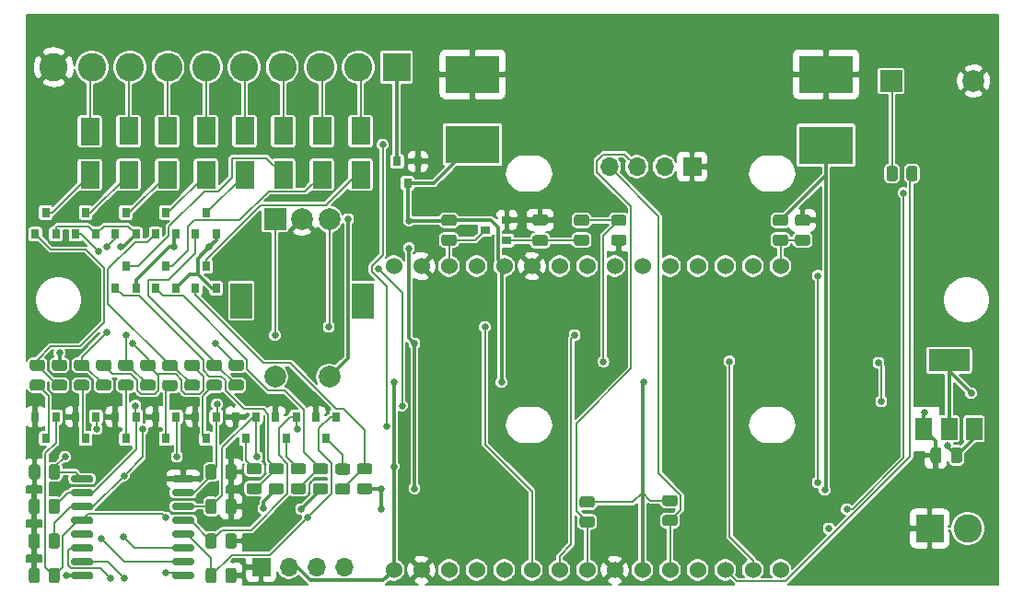
<source format=gtl>
G04 #@! TF.GenerationSoftware,KiCad,Pcbnew,5.1.12-84ad8e8a86~92~ubuntu20.04.1*
G04 #@! TF.CreationDate,2022-01-06T20:08:06+01:00*
G04 #@! TF.ProjectId,ESPHome-Thermostat-pcb,45535048-6f6d-4652-9d54-6865726d6f73,1.0*
G04 #@! TF.SameCoordinates,Original*
G04 #@! TF.FileFunction,Copper,L1,Top*
G04 #@! TF.FilePolarity,Positive*
%FSLAX46Y46*%
G04 Gerber Fmt 4.6, Leading zero omitted, Abs format (unit mm)*
G04 Created by KiCad (PCBNEW 5.1.12-84ad8e8a86~92~ubuntu20.04.1) date 2022-01-06 20:08:06*
%MOMM*%
%LPD*%
G01*
G04 APERTURE LIST*
G04 #@! TA.AperFunction,ComponentPad*
%ADD10O,1.700000X1.700000*%
G04 #@! TD*
G04 #@! TA.AperFunction,ComponentPad*
%ADD11R,1.700000X1.700000*%
G04 #@! TD*
G04 #@! TA.AperFunction,SMDPad,CuDef*
%ADD12R,0.800000X0.900000*%
G04 #@! TD*
G04 #@! TA.AperFunction,ComponentPad*
%ADD13C,2.600000*%
G04 #@! TD*
G04 #@! TA.AperFunction,ComponentPad*
%ADD14R,2.600000X2.600000*%
G04 #@! TD*
G04 #@! TA.AperFunction,SMDPad,CuDef*
%ADD15R,1.500000X2.000000*%
G04 #@! TD*
G04 #@! TA.AperFunction,SMDPad,CuDef*
%ADD16R,3.800000X2.000000*%
G04 #@! TD*
G04 #@! TA.AperFunction,SMDPad,CuDef*
%ADD17R,0.900000X0.800000*%
G04 #@! TD*
G04 #@! TA.AperFunction,SMDPad,CuDef*
%ADD18R,1.800000X2.500000*%
G04 #@! TD*
G04 #@! TA.AperFunction,ComponentPad*
%ADD19C,2.000000*%
G04 #@! TD*
G04 #@! TA.AperFunction,ComponentPad*
%ADD20R,2.000000X2.000000*%
G04 #@! TD*
G04 #@! TA.AperFunction,ComponentPad*
%ADD21R,5.000000X3.500000*%
G04 #@! TD*
G04 #@! TA.AperFunction,ComponentPad*
%ADD22C,1.524000*%
G04 #@! TD*
G04 #@! TA.AperFunction,ComponentPad*
%ADD23R,2.000000X3.200000*%
G04 #@! TD*
G04 #@! TA.AperFunction,ViaPad*
%ADD24C,0.650000*%
G04 #@! TD*
G04 #@! TA.AperFunction,Conductor*
%ADD25C,0.160000*%
G04 #@! TD*
G04 #@! TA.AperFunction,Conductor*
%ADD26C,0.300000*%
G04 #@! TD*
G04 #@! TA.AperFunction,Conductor*
%ADD27C,0.200000*%
G04 #@! TD*
G04 #@! TA.AperFunction,Conductor*
%ADD28C,0.150000*%
G04 #@! TD*
G04 APERTURE END LIST*
D10*
X79502000Y-101092000D03*
X76962000Y-101092000D03*
X74422000Y-101092000D03*
D11*
X71882000Y-101092000D03*
G04 #@! TA.AperFunction,SMDPad,CuDef*
G36*
G01*
X102304002Y-95612000D02*
X101403998Y-95612000D01*
G75*
G02*
X101154000Y-95362002I0J249998D01*
G01*
X101154000Y-94836998D01*
G75*
G02*
X101403998Y-94587000I249998J0D01*
G01*
X102304002Y-94587000D01*
G75*
G02*
X102554000Y-94836998I0J-249998D01*
G01*
X102554000Y-95362002D01*
G75*
G02*
X102304002Y-95612000I-249998J0D01*
G01*
G37*
G04 #@! TD.AperFunction*
G04 #@! TA.AperFunction,SMDPad,CuDef*
G36*
G01*
X102304002Y-97437000D02*
X101403998Y-97437000D01*
G75*
G02*
X101154000Y-97187002I0J249998D01*
G01*
X101154000Y-96661998D01*
G75*
G02*
X101403998Y-96412000I249998J0D01*
G01*
X102304002Y-96412000D01*
G75*
G02*
X102554000Y-96661998I0J-249998D01*
G01*
X102554000Y-97187002D01*
G75*
G02*
X102304002Y-97437000I-249998J0D01*
G01*
G37*
G04 #@! TD.AperFunction*
G04 #@! TA.AperFunction,SMDPad,CuDef*
G36*
G01*
X109023998Y-96285000D02*
X109924002Y-96285000D01*
G75*
G02*
X110174000Y-96534998I0J-249998D01*
G01*
X110174000Y-97060002D01*
G75*
G02*
X109924002Y-97310000I-249998J0D01*
G01*
X109023998Y-97310000D01*
G75*
G02*
X108774000Y-97060002I0J249998D01*
G01*
X108774000Y-96534998D01*
G75*
G02*
X109023998Y-96285000I249998J0D01*
G01*
G37*
G04 #@! TD.AperFunction*
G04 #@! TA.AperFunction,SMDPad,CuDef*
G36*
G01*
X109023998Y-94460000D02*
X109924002Y-94460000D01*
G75*
G02*
X110174000Y-94709998I0J-249998D01*
G01*
X110174000Y-95235002D01*
G75*
G02*
X109924002Y-95485000I-249998J0D01*
G01*
X109023998Y-95485000D01*
G75*
G02*
X108774000Y-95235002I0J249998D01*
G01*
X108774000Y-94709998D01*
G75*
G02*
X109023998Y-94460000I249998J0D01*
G01*
G37*
G04 #@! TD.AperFunction*
G04 #@! TA.AperFunction,SMDPad,CuDef*
G36*
G01*
X89604002Y-69704000D02*
X88703998Y-69704000D01*
G75*
G02*
X88454000Y-69454002I0J249998D01*
G01*
X88454000Y-68928998D01*
G75*
G02*
X88703998Y-68679000I249998J0D01*
G01*
X89604002Y-68679000D01*
G75*
G02*
X89854000Y-68928998I0J-249998D01*
G01*
X89854000Y-69454002D01*
G75*
G02*
X89604002Y-69704000I-249998J0D01*
G01*
G37*
G04 #@! TD.AperFunction*
G04 #@! TA.AperFunction,SMDPad,CuDef*
G36*
G01*
X89604002Y-71529000D02*
X88703998Y-71529000D01*
G75*
G02*
X88454000Y-71279002I0J249998D01*
G01*
X88454000Y-70753998D01*
G75*
G02*
X88703998Y-70504000I249998J0D01*
G01*
X89604002Y-70504000D01*
G75*
G02*
X89854000Y-70753998I0J-249998D01*
G01*
X89854000Y-71279002D01*
G75*
G02*
X89604002Y-71529000I-249998J0D01*
G01*
G37*
G04 #@! TD.AperFunction*
D12*
X85344000Y-65770000D03*
X84394000Y-63770000D03*
X86294000Y-63770000D03*
G04 #@! TA.AperFunction,SMDPad,CuDef*
G36*
G01*
X121215998Y-70504000D02*
X122116002Y-70504000D01*
G75*
G02*
X122366000Y-70753998I0J-249998D01*
G01*
X122366000Y-71279002D01*
G75*
G02*
X122116002Y-71529000I-249998J0D01*
G01*
X121215998Y-71529000D01*
G75*
G02*
X120966000Y-71279002I0J249998D01*
G01*
X120966000Y-70753998D01*
G75*
G02*
X121215998Y-70504000I249998J0D01*
G01*
G37*
G04 #@! TD.AperFunction*
G04 #@! TA.AperFunction,SMDPad,CuDef*
G36*
G01*
X121215998Y-68679000D02*
X122116002Y-68679000D01*
G75*
G02*
X122366000Y-68928998I0J-249998D01*
G01*
X122366000Y-69454002D01*
G75*
G02*
X122116002Y-69704000I-249998J0D01*
G01*
X121215998Y-69704000D01*
G75*
G02*
X120966000Y-69454002I0J249998D01*
G01*
X120966000Y-68928998D01*
G75*
G02*
X121215998Y-68679000I249998J0D01*
G01*
G37*
G04 #@! TD.AperFunction*
G04 #@! TA.AperFunction,SMDPad,CuDef*
G36*
G01*
X120084002Y-69704000D02*
X119183998Y-69704000D01*
G75*
G02*
X118934000Y-69454002I0J249998D01*
G01*
X118934000Y-68928998D01*
G75*
G02*
X119183998Y-68679000I249998J0D01*
G01*
X120084002Y-68679000D01*
G75*
G02*
X120334000Y-68928998I0J-249998D01*
G01*
X120334000Y-69454002D01*
G75*
G02*
X120084002Y-69704000I-249998J0D01*
G01*
G37*
G04 #@! TD.AperFunction*
G04 #@! TA.AperFunction,SMDPad,CuDef*
G36*
G01*
X120084002Y-71529000D02*
X119183998Y-71529000D01*
G75*
G02*
X118934000Y-71279002I0J249998D01*
G01*
X118934000Y-70753998D01*
G75*
G02*
X119183998Y-70504000I249998J0D01*
G01*
X120084002Y-70504000D01*
G75*
G02*
X120334000Y-70753998I0J-249998D01*
G01*
X120334000Y-71279002D01*
G75*
G02*
X120084002Y-71529000I-249998J0D01*
G01*
G37*
G04 #@! TD.AperFunction*
G04 #@! TA.AperFunction,SMDPad,CuDef*
G36*
G01*
X101796002Y-69704000D02*
X100895998Y-69704000D01*
G75*
G02*
X100646000Y-69454002I0J249998D01*
G01*
X100646000Y-68928998D01*
G75*
G02*
X100895998Y-68679000I249998J0D01*
G01*
X101796002Y-68679000D01*
G75*
G02*
X102046000Y-68928998I0J-249998D01*
G01*
X102046000Y-69454002D01*
G75*
G02*
X101796002Y-69704000I-249998J0D01*
G01*
G37*
G04 #@! TD.AperFunction*
G04 #@! TA.AperFunction,SMDPad,CuDef*
G36*
G01*
X101796002Y-71529000D02*
X100895998Y-71529000D01*
G75*
G02*
X100646000Y-71279002I0J249998D01*
G01*
X100646000Y-70753998D01*
G75*
G02*
X100895998Y-70504000I249998J0D01*
G01*
X101796002Y-70504000D01*
G75*
G02*
X102046000Y-70753998I0J-249998D01*
G01*
X102046000Y-71279002D01*
G75*
G02*
X101796002Y-71529000I-249998J0D01*
G01*
G37*
G04 #@! TD.AperFunction*
G04 #@! TA.AperFunction,SMDPad,CuDef*
G36*
G01*
X105225002Y-69704000D02*
X104324998Y-69704000D01*
G75*
G02*
X104075000Y-69454002I0J249998D01*
G01*
X104075000Y-68928998D01*
G75*
G02*
X104324998Y-68679000I249998J0D01*
G01*
X105225002Y-68679000D01*
G75*
G02*
X105475000Y-68928998I0J-249998D01*
G01*
X105475000Y-69454002D01*
G75*
G02*
X105225002Y-69704000I-249998J0D01*
G01*
G37*
G04 #@! TD.AperFunction*
G04 #@! TA.AperFunction,SMDPad,CuDef*
G36*
G01*
X105225002Y-71529000D02*
X104324998Y-71529000D01*
G75*
G02*
X104075000Y-71279002I0J249998D01*
G01*
X104075000Y-70753998D01*
G75*
G02*
X104324998Y-70504000I249998J0D01*
G01*
X105225002Y-70504000D01*
G75*
G02*
X105475000Y-70753998I0J-249998D01*
G01*
X105475000Y-71279002D01*
G75*
G02*
X105225002Y-71529000I-249998J0D01*
G01*
G37*
G04 #@! TD.AperFunction*
G04 #@! TA.AperFunction,SMDPad,CuDef*
G36*
G01*
X51566500Y-91878998D02*
X51566500Y-92779002D01*
G75*
G02*
X51316502Y-93029000I-249998J0D01*
G01*
X50791498Y-93029000D01*
G75*
G02*
X50541500Y-92779002I0J249998D01*
G01*
X50541500Y-91878998D01*
G75*
G02*
X50791498Y-91629000I249998J0D01*
G01*
X51316502Y-91629000D01*
G75*
G02*
X51566500Y-91878998I0J-249998D01*
G01*
G37*
G04 #@! TD.AperFunction*
G04 #@! TA.AperFunction,SMDPad,CuDef*
G36*
G01*
X53391500Y-91878998D02*
X53391500Y-92779002D01*
G75*
G02*
X53141502Y-93029000I-249998J0D01*
G01*
X52616498Y-93029000D01*
G75*
G02*
X52366500Y-92779002I0J249998D01*
G01*
X52366500Y-91878998D01*
G75*
G02*
X52616498Y-91629000I249998J0D01*
G01*
X53141502Y-91629000D01*
G75*
G02*
X53391500Y-91878998I0J-249998D01*
G01*
G37*
G04 #@! TD.AperFunction*
G04 #@! TA.AperFunction,SMDPad,CuDef*
G36*
G01*
X65982002Y-83039000D02*
X65081998Y-83039000D01*
G75*
G02*
X64832000Y-82789002I0J249998D01*
G01*
X64832000Y-82263998D01*
G75*
G02*
X65081998Y-82014000I249998J0D01*
G01*
X65982002Y-82014000D01*
G75*
G02*
X66232000Y-82263998I0J-249998D01*
G01*
X66232000Y-82789002D01*
G75*
G02*
X65982002Y-83039000I-249998J0D01*
G01*
G37*
G04 #@! TD.AperFunction*
G04 #@! TA.AperFunction,SMDPad,CuDef*
G36*
G01*
X65982002Y-84864000D02*
X65081998Y-84864000D01*
G75*
G02*
X64832000Y-84614002I0J249998D01*
G01*
X64832000Y-84088998D01*
G75*
G02*
X65081998Y-83839000I249998J0D01*
G01*
X65982002Y-83839000D01*
G75*
G02*
X66232000Y-84088998I0J-249998D01*
G01*
X66232000Y-84614002D01*
G75*
G02*
X65982002Y-84864000I-249998J0D01*
G01*
G37*
G04 #@! TD.AperFunction*
G04 #@! TA.AperFunction,SMDPad,CuDef*
G36*
G01*
X63049998Y-83862500D02*
X63950002Y-83862500D01*
G75*
G02*
X64200000Y-84112498I0J-249998D01*
G01*
X64200000Y-84637502D01*
G75*
G02*
X63950002Y-84887500I-249998J0D01*
G01*
X63049998Y-84887500D01*
G75*
G02*
X62800000Y-84637502I0J249998D01*
G01*
X62800000Y-84112498D01*
G75*
G02*
X63049998Y-83862500I249998J0D01*
G01*
G37*
G04 #@! TD.AperFunction*
G04 #@! TA.AperFunction,SMDPad,CuDef*
G36*
G01*
X63049998Y-82037500D02*
X63950002Y-82037500D01*
G75*
G02*
X64200000Y-82287498I0J-249998D01*
G01*
X64200000Y-82812502D01*
G75*
G02*
X63950002Y-83062500I-249998J0D01*
G01*
X63049998Y-83062500D01*
G75*
G02*
X62800000Y-82812502I0J249998D01*
G01*
X62800000Y-82287498D01*
G75*
G02*
X63049998Y-82037500I249998J0D01*
G01*
G37*
G04 #@! TD.AperFunction*
G04 #@! TA.AperFunction,SMDPad,CuDef*
G36*
G01*
X68599000Y-92779002D02*
X68599000Y-91878998D01*
G75*
G02*
X68848998Y-91629000I249998J0D01*
G01*
X69374002Y-91629000D01*
G75*
G02*
X69624000Y-91878998I0J-249998D01*
G01*
X69624000Y-92779002D01*
G75*
G02*
X69374002Y-93029000I-249998J0D01*
G01*
X68848998Y-93029000D01*
G75*
G02*
X68599000Y-92779002I0J249998D01*
G01*
G37*
G04 #@! TD.AperFunction*
G04 #@! TA.AperFunction,SMDPad,CuDef*
G36*
G01*
X66774000Y-92779002D02*
X66774000Y-91878998D01*
G75*
G02*
X67023998Y-91629000I249998J0D01*
G01*
X67549002Y-91629000D01*
G75*
G02*
X67799000Y-91878998I0J-249998D01*
G01*
X67799000Y-92779002D01*
G75*
G02*
X67549002Y-93029000I-249998J0D01*
G01*
X67023998Y-93029000D01*
G75*
G02*
X66774000Y-92779002I0J249998D01*
G01*
G37*
G04 #@! TD.AperFunction*
G04 #@! TA.AperFunction,SMDPad,CuDef*
G36*
G01*
X70046002Y-83039000D02*
X69145998Y-83039000D01*
G75*
G02*
X68896000Y-82789002I0J249998D01*
G01*
X68896000Y-82263998D01*
G75*
G02*
X69145998Y-82014000I249998J0D01*
G01*
X70046002Y-82014000D01*
G75*
G02*
X70296000Y-82263998I0J-249998D01*
G01*
X70296000Y-82789002D01*
G75*
G02*
X70046002Y-83039000I-249998J0D01*
G01*
G37*
G04 #@! TD.AperFunction*
G04 #@! TA.AperFunction,SMDPad,CuDef*
G36*
G01*
X70046002Y-84864000D02*
X69145998Y-84864000D01*
G75*
G02*
X68896000Y-84614002I0J249998D01*
G01*
X68896000Y-84088998D01*
G75*
G02*
X69145998Y-83839000I249998J0D01*
G01*
X70046002Y-83839000D01*
G75*
G02*
X70296000Y-84088998I0J-249998D01*
G01*
X70296000Y-84614002D01*
G75*
G02*
X70046002Y-84864000I-249998J0D01*
G01*
G37*
G04 #@! TD.AperFunction*
G04 #@! TA.AperFunction,SMDPad,CuDef*
G36*
G01*
X67113998Y-83839000D02*
X68014002Y-83839000D01*
G75*
G02*
X68264000Y-84088998I0J-249998D01*
G01*
X68264000Y-84614002D01*
G75*
G02*
X68014002Y-84864000I-249998J0D01*
G01*
X67113998Y-84864000D01*
G75*
G02*
X66864000Y-84614002I0J249998D01*
G01*
X66864000Y-84088998D01*
G75*
G02*
X67113998Y-83839000I249998J0D01*
G01*
G37*
G04 #@! TD.AperFunction*
G04 #@! TA.AperFunction,SMDPad,CuDef*
G36*
G01*
X67113998Y-82014000D02*
X68014002Y-82014000D01*
G75*
G02*
X68264000Y-82263998I0J-249998D01*
G01*
X68264000Y-82789002D01*
G75*
G02*
X68014002Y-83039000I-249998J0D01*
G01*
X67113998Y-83039000D01*
G75*
G02*
X66864000Y-82789002I0J249998D01*
G01*
X66864000Y-82263998D01*
G75*
G02*
X67113998Y-82014000I249998J0D01*
G01*
G37*
G04 #@! TD.AperFunction*
G04 #@! TA.AperFunction,SMDPad,CuDef*
G36*
G01*
X68599000Y-95954002D02*
X68599000Y-95053998D01*
G75*
G02*
X68848998Y-94804000I249998J0D01*
G01*
X69374002Y-94804000D01*
G75*
G02*
X69624000Y-95053998I0J-249998D01*
G01*
X69624000Y-95954002D01*
G75*
G02*
X69374002Y-96204000I-249998J0D01*
G01*
X68848998Y-96204000D01*
G75*
G02*
X68599000Y-95954002I0J249998D01*
G01*
G37*
G04 #@! TD.AperFunction*
G04 #@! TA.AperFunction,SMDPad,CuDef*
G36*
G01*
X66774000Y-95954002D02*
X66774000Y-95053998D01*
G75*
G02*
X67023998Y-94804000I249998J0D01*
G01*
X67549002Y-94804000D01*
G75*
G02*
X67799000Y-95053998I0J-249998D01*
G01*
X67799000Y-95954002D01*
G75*
G02*
X67549002Y-96204000I-249998J0D01*
G01*
X67023998Y-96204000D01*
G75*
G02*
X66774000Y-95954002I0J249998D01*
G01*
G37*
G04 #@! TD.AperFunction*
G04 #@! TA.AperFunction,SMDPad,CuDef*
G36*
G01*
X51543000Y-101403998D02*
X51543000Y-102304002D01*
G75*
G02*
X51293002Y-102554000I-249998J0D01*
G01*
X50767998Y-102554000D01*
G75*
G02*
X50518000Y-102304002I0J249998D01*
G01*
X50518000Y-101403998D01*
G75*
G02*
X50767998Y-101154000I249998J0D01*
G01*
X51293002Y-101154000D01*
G75*
G02*
X51543000Y-101403998I0J-249998D01*
G01*
G37*
G04 #@! TD.AperFunction*
G04 #@! TA.AperFunction,SMDPad,CuDef*
G36*
G01*
X53368000Y-101403998D02*
X53368000Y-102304002D01*
G75*
G02*
X53118002Y-102554000I-249998J0D01*
G01*
X52592998Y-102554000D01*
G75*
G02*
X52343000Y-102304002I0J249998D01*
G01*
X52343000Y-101403998D01*
G75*
G02*
X52592998Y-101154000I249998J0D01*
G01*
X53118002Y-101154000D01*
G75*
G02*
X53368000Y-101403998I0J-249998D01*
G01*
G37*
G04 #@! TD.AperFunction*
G04 #@! TA.AperFunction,SMDPad,CuDef*
G36*
G01*
X72828998Y-93364000D02*
X73729002Y-93364000D01*
G75*
G02*
X73979000Y-93613998I0J-249998D01*
G01*
X73979000Y-94139002D01*
G75*
G02*
X73729002Y-94389000I-249998J0D01*
G01*
X72828998Y-94389000D01*
G75*
G02*
X72579000Y-94139002I0J249998D01*
G01*
X72579000Y-93613998D01*
G75*
G02*
X72828998Y-93364000I249998J0D01*
G01*
G37*
G04 #@! TD.AperFunction*
G04 #@! TA.AperFunction,SMDPad,CuDef*
G36*
G01*
X72828998Y-91539000D02*
X73729002Y-91539000D01*
G75*
G02*
X73979000Y-91788998I0J-249998D01*
G01*
X73979000Y-92314002D01*
G75*
G02*
X73729002Y-92564000I-249998J0D01*
G01*
X72828998Y-92564000D01*
G75*
G02*
X72579000Y-92314002I0J249998D01*
G01*
X72579000Y-91788998D01*
G75*
G02*
X72828998Y-91539000I249998J0D01*
G01*
G37*
G04 #@! TD.AperFunction*
G04 #@! TA.AperFunction,SMDPad,CuDef*
G36*
G01*
X71697002Y-92564000D02*
X70796998Y-92564000D01*
G75*
G02*
X70547000Y-92314002I0J249998D01*
G01*
X70547000Y-91788998D01*
G75*
G02*
X70796998Y-91539000I249998J0D01*
G01*
X71697002Y-91539000D01*
G75*
G02*
X71947000Y-91788998I0J-249998D01*
G01*
X71947000Y-92314002D01*
G75*
G02*
X71697002Y-92564000I-249998J0D01*
G01*
G37*
G04 #@! TD.AperFunction*
G04 #@! TA.AperFunction,SMDPad,CuDef*
G36*
G01*
X71697002Y-94389000D02*
X70796998Y-94389000D01*
G75*
G02*
X70547000Y-94139002I0J249998D01*
G01*
X70547000Y-93613998D01*
G75*
G02*
X70796998Y-93364000I249998J0D01*
G01*
X71697002Y-93364000D01*
G75*
G02*
X71947000Y-93613998I0J-249998D01*
G01*
X71947000Y-94139002D01*
G75*
G02*
X71697002Y-94389000I-249998J0D01*
G01*
G37*
G04 #@! TD.AperFunction*
G04 #@! TA.AperFunction,SMDPad,CuDef*
G36*
G01*
X53790002Y-83039000D02*
X52889998Y-83039000D01*
G75*
G02*
X52640000Y-82789002I0J249998D01*
G01*
X52640000Y-82263998D01*
G75*
G02*
X52889998Y-82014000I249998J0D01*
G01*
X53790002Y-82014000D01*
G75*
G02*
X54040000Y-82263998I0J-249998D01*
G01*
X54040000Y-82789002D01*
G75*
G02*
X53790002Y-83039000I-249998J0D01*
G01*
G37*
G04 #@! TD.AperFunction*
G04 #@! TA.AperFunction,SMDPad,CuDef*
G36*
G01*
X53790002Y-84864000D02*
X52889998Y-84864000D01*
G75*
G02*
X52640000Y-84614002I0J249998D01*
G01*
X52640000Y-84088998D01*
G75*
G02*
X52889998Y-83839000I249998J0D01*
G01*
X53790002Y-83839000D01*
G75*
G02*
X54040000Y-84088998I0J-249998D01*
G01*
X54040000Y-84614002D01*
G75*
G02*
X53790002Y-84864000I-249998J0D01*
G01*
G37*
G04 #@! TD.AperFunction*
G04 #@! TA.AperFunction,SMDPad,CuDef*
G36*
G01*
X50857998Y-83839000D02*
X51758002Y-83839000D01*
G75*
G02*
X52008000Y-84088998I0J-249998D01*
G01*
X52008000Y-84614002D01*
G75*
G02*
X51758002Y-84864000I-249998J0D01*
G01*
X50857998Y-84864000D01*
G75*
G02*
X50608000Y-84614002I0J249998D01*
G01*
X50608000Y-84088998D01*
G75*
G02*
X50857998Y-83839000I249998J0D01*
G01*
G37*
G04 #@! TD.AperFunction*
G04 #@! TA.AperFunction,SMDPad,CuDef*
G36*
G01*
X50857998Y-82014000D02*
X51758002Y-82014000D01*
G75*
G02*
X52008000Y-82263998I0J-249998D01*
G01*
X52008000Y-82789002D01*
G75*
G02*
X51758002Y-83039000I-249998J0D01*
G01*
X50857998Y-83039000D01*
G75*
G02*
X50608000Y-82789002I0J249998D01*
G01*
X50608000Y-82263998D01*
G75*
G02*
X50857998Y-82014000I249998J0D01*
G01*
G37*
G04 #@! TD.AperFunction*
G04 #@! TA.AperFunction,SMDPad,CuDef*
G36*
G01*
X51543000Y-98228998D02*
X51543000Y-99129002D01*
G75*
G02*
X51293002Y-99379000I-249998J0D01*
G01*
X50767998Y-99379000D01*
G75*
G02*
X50518000Y-99129002I0J249998D01*
G01*
X50518000Y-98228998D01*
G75*
G02*
X50767998Y-97979000I249998J0D01*
G01*
X51293002Y-97979000D01*
G75*
G02*
X51543000Y-98228998I0J-249998D01*
G01*
G37*
G04 #@! TD.AperFunction*
G04 #@! TA.AperFunction,SMDPad,CuDef*
G36*
G01*
X53368000Y-98228998D02*
X53368000Y-99129002D01*
G75*
G02*
X53118002Y-99379000I-249998J0D01*
G01*
X52592998Y-99379000D01*
G75*
G02*
X52343000Y-99129002I0J249998D01*
G01*
X52343000Y-98228998D01*
G75*
G02*
X52592998Y-97979000I249998J0D01*
G01*
X53118002Y-97979000D01*
G75*
G02*
X53368000Y-98228998I0J-249998D01*
G01*
G37*
G04 #@! TD.AperFunction*
G04 #@! TA.AperFunction,SMDPad,CuDef*
G36*
G01*
X68599000Y-99129002D02*
X68599000Y-98228998D01*
G75*
G02*
X68848998Y-97979000I249998J0D01*
G01*
X69374002Y-97979000D01*
G75*
G02*
X69624000Y-98228998I0J-249998D01*
G01*
X69624000Y-99129002D01*
G75*
G02*
X69374002Y-99379000I-249998J0D01*
G01*
X68848998Y-99379000D01*
G75*
G02*
X68599000Y-99129002I0J249998D01*
G01*
G37*
G04 #@! TD.AperFunction*
G04 #@! TA.AperFunction,SMDPad,CuDef*
G36*
G01*
X66774000Y-99129002D02*
X66774000Y-98228998D01*
G75*
G02*
X67023998Y-97979000I249998J0D01*
G01*
X67549002Y-97979000D01*
G75*
G02*
X67799000Y-98228998I0J-249998D01*
G01*
X67799000Y-99129002D01*
G75*
G02*
X67549002Y-99379000I-249998J0D01*
G01*
X67023998Y-99379000D01*
G75*
G02*
X66774000Y-99129002I0J249998D01*
G01*
G37*
G04 #@! TD.AperFunction*
G04 #@! TA.AperFunction,SMDPad,CuDef*
G36*
G01*
X57854002Y-83039000D02*
X56953998Y-83039000D01*
G75*
G02*
X56704000Y-82789002I0J249998D01*
G01*
X56704000Y-82263998D01*
G75*
G02*
X56953998Y-82014000I249998J0D01*
G01*
X57854002Y-82014000D01*
G75*
G02*
X58104000Y-82263998I0J-249998D01*
G01*
X58104000Y-82789002D01*
G75*
G02*
X57854002Y-83039000I-249998J0D01*
G01*
G37*
G04 #@! TD.AperFunction*
G04 #@! TA.AperFunction,SMDPad,CuDef*
G36*
G01*
X57854002Y-84864000D02*
X56953998Y-84864000D01*
G75*
G02*
X56704000Y-84614002I0J249998D01*
G01*
X56704000Y-84088998D01*
G75*
G02*
X56953998Y-83839000I249998J0D01*
G01*
X57854002Y-83839000D01*
G75*
G02*
X58104000Y-84088998I0J-249998D01*
G01*
X58104000Y-84614002D01*
G75*
G02*
X57854002Y-84864000I-249998J0D01*
G01*
G37*
G04 #@! TD.AperFunction*
G04 #@! TA.AperFunction,SMDPad,CuDef*
G36*
G01*
X54921998Y-83839000D02*
X55822002Y-83839000D01*
G75*
G02*
X56072000Y-84088998I0J-249998D01*
G01*
X56072000Y-84614002D01*
G75*
G02*
X55822002Y-84864000I-249998J0D01*
G01*
X54921998Y-84864000D01*
G75*
G02*
X54672000Y-84614002I0J249998D01*
G01*
X54672000Y-84088998D01*
G75*
G02*
X54921998Y-83839000I249998J0D01*
G01*
G37*
G04 #@! TD.AperFunction*
G04 #@! TA.AperFunction,SMDPad,CuDef*
G36*
G01*
X54921998Y-82014000D02*
X55822002Y-82014000D01*
G75*
G02*
X56072000Y-82263998I0J-249998D01*
G01*
X56072000Y-82789002D01*
G75*
G02*
X55822002Y-83039000I-249998J0D01*
G01*
X54921998Y-83039000D01*
G75*
G02*
X54672000Y-82789002I0J249998D01*
G01*
X54672000Y-82263998D01*
G75*
G02*
X54921998Y-82014000I249998J0D01*
G01*
G37*
G04 #@! TD.AperFunction*
G04 #@! TA.AperFunction,SMDPad,CuDef*
G36*
G01*
X76892998Y-93364000D02*
X77793002Y-93364000D01*
G75*
G02*
X78043000Y-93613998I0J-249998D01*
G01*
X78043000Y-94139002D01*
G75*
G02*
X77793002Y-94389000I-249998J0D01*
G01*
X76892998Y-94389000D01*
G75*
G02*
X76643000Y-94139002I0J249998D01*
G01*
X76643000Y-93613998D01*
G75*
G02*
X76892998Y-93364000I249998J0D01*
G01*
G37*
G04 #@! TD.AperFunction*
G04 #@! TA.AperFunction,SMDPad,CuDef*
G36*
G01*
X76892998Y-91539000D02*
X77793002Y-91539000D01*
G75*
G02*
X78043000Y-91788998I0J-249998D01*
G01*
X78043000Y-92314002D01*
G75*
G02*
X77793002Y-92564000I-249998J0D01*
G01*
X76892998Y-92564000D01*
G75*
G02*
X76643000Y-92314002I0J249998D01*
G01*
X76643000Y-91788998D01*
G75*
G02*
X76892998Y-91539000I249998J0D01*
G01*
G37*
G04 #@! TD.AperFunction*
G04 #@! TA.AperFunction,SMDPad,CuDef*
G36*
G01*
X75761002Y-92564000D02*
X74860998Y-92564000D01*
G75*
G02*
X74611000Y-92314002I0J249998D01*
G01*
X74611000Y-91788998D01*
G75*
G02*
X74860998Y-91539000I249998J0D01*
G01*
X75761002Y-91539000D01*
G75*
G02*
X76011000Y-91788998I0J-249998D01*
G01*
X76011000Y-92314002D01*
G75*
G02*
X75761002Y-92564000I-249998J0D01*
G01*
G37*
G04 #@! TD.AperFunction*
G04 #@! TA.AperFunction,SMDPad,CuDef*
G36*
G01*
X75761002Y-94389000D02*
X74860998Y-94389000D01*
G75*
G02*
X74611000Y-94139002I0J249998D01*
G01*
X74611000Y-93613998D01*
G75*
G02*
X74860998Y-93364000I249998J0D01*
G01*
X75761002Y-93364000D01*
G75*
G02*
X76011000Y-93613998I0J-249998D01*
G01*
X76011000Y-94139002D01*
G75*
G02*
X75761002Y-94389000I-249998J0D01*
G01*
G37*
G04 #@! TD.AperFunction*
G04 #@! TA.AperFunction,SMDPad,CuDef*
G36*
G01*
X51543000Y-95053998D02*
X51543000Y-95954002D01*
G75*
G02*
X51293002Y-96204000I-249998J0D01*
G01*
X50767998Y-96204000D01*
G75*
G02*
X50518000Y-95954002I0J249998D01*
G01*
X50518000Y-95053998D01*
G75*
G02*
X50767998Y-94804000I249998J0D01*
G01*
X51293002Y-94804000D01*
G75*
G02*
X51543000Y-95053998I0J-249998D01*
G01*
G37*
G04 #@! TD.AperFunction*
G04 #@! TA.AperFunction,SMDPad,CuDef*
G36*
G01*
X53368000Y-95053998D02*
X53368000Y-95954002D01*
G75*
G02*
X53118002Y-96204000I-249998J0D01*
G01*
X52592998Y-96204000D01*
G75*
G02*
X52343000Y-95954002I0J249998D01*
G01*
X52343000Y-95053998D01*
G75*
G02*
X52592998Y-94804000I249998J0D01*
G01*
X53118002Y-94804000D01*
G75*
G02*
X53368000Y-95053998I0J-249998D01*
G01*
G37*
G04 #@! TD.AperFunction*
G04 #@! TA.AperFunction,SMDPad,CuDef*
G36*
G01*
X61918002Y-83039000D02*
X61017998Y-83039000D01*
G75*
G02*
X60768000Y-82789002I0J249998D01*
G01*
X60768000Y-82263998D01*
G75*
G02*
X61017998Y-82014000I249998J0D01*
G01*
X61918002Y-82014000D01*
G75*
G02*
X62168000Y-82263998I0J-249998D01*
G01*
X62168000Y-82789002D01*
G75*
G02*
X61918002Y-83039000I-249998J0D01*
G01*
G37*
G04 #@! TD.AperFunction*
G04 #@! TA.AperFunction,SMDPad,CuDef*
G36*
G01*
X61918002Y-84864000D02*
X61017998Y-84864000D01*
G75*
G02*
X60768000Y-84614002I0J249998D01*
G01*
X60768000Y-84088998D01*
G75*
G02*
X61017998Y-83839000I249998J0D01*
G01*
X61918002Y-83839000D01*
G75*
G02*
X62168000Y-84088998I0J-249998D01*
G01*
X62168000Y-84614002D01*
G75*
G02*
X61918002Y-84864000I-249998J0D01*
G01*
G37*
G04 #@! TD.AperFunction*
G04 #@! TA.AperFunction,SMDPad,CuDef*
G36*
G01*
X58985998Y-83839000D02*
X59886002Y-83839000D01*
G75*
G02*
X60136000Y-84088998I0J-249998D01*
G01*
X60136000Y-84614002D01*
G75*
G02*
X59886002Y-84864000I-249998J0D01*
G01*
X58985998Y-84864000D01*
G75*
G02*
X58736000Y-84614002I0J249998D01*
G01*
X58736000Y-84088998D01*
G75*
G02*
X58985998Y-83839000I249998J0D01*
G01*
G37*
G04 #@! TD.AperFunction*
G04 #@! TA.AperFunction,SMDPad,CuDef*
G36*
G01*
X58985998Y-82014000D02*
X59886002Y-82014000D01*
G75*
G02*
X60136000Y-82263998I0J-249998D01*
G01*
X60136000Y-82789002D01*
G75*
G02*
X59886002Y-83039000I-249998J0D01*
G01*
X58985998Y-83039000D01*
G75*
G02*
X58736000Y-82789002I0J249998D01*
G01*
X58736000Y-82263998D01*
G75*
G02*
X58985998Y-82014000I249998J0D01*
G01*
G37*
G04 #@! TD.AperFunction*
G04 #@! TA.AperFunction,SMDPad,CuDef*
G36*
G01*
X68599000Y-102304002D02*
X68599000Y-101403998D01*
G75*
G02*
X68848998Y-101154000I249998J0D01*
G01*
X69374002Y-101154000D01*
G75*
G02*
X69624000Y-101403998I0J-249998D01*
G01*
X69624000Y-102304002D01*
G75*
G02*
X69374002Y-102554000I-249998J0D01*
G01*
X68848998Y-102554000D01*
G75*
G02*
X68599000Y-102304002I0J249998D01*
G01*
G37*
G04 #@! TD.AperFunction*
G04 #@! TA.AperFunction,SMDPad,CuDef*
G36*
G01*
X66774000Y-102304002D02*
X66774000Y-101403998D01*
G75*
G02*
X67023998Y-101154000I249998J0D01*
G01*
X67549002Y-101154000D01*
G75*
G02*
X67799000Y-101403998I0J-249998D01*
G01*
X67799000Y-102304002D01*
G75*
G02*
X67549002Y-102554000I-249998J0D01*
G01*
X67023998Y-102554000D01*
G75*
G02*
X66774000Y-102304002I0J249998D01*
G01*
G37*
G04 #@! TD.AperFunction*
G04 #@! TA.AperFunction,SMDPad,CuDef*
G36*
G01*
X80956998Y-93364000D02*
X81857002Y-93364000D01*
G75*
G02*
X82107000Y-93613998I0J-249998D01*
G01*
X82107000Y-94139002D01*
G75*
G02*
X81857002Y-94389000I-249998J0D01*
G01*
X80956998Y-94389000D01*
G75*
G02*
X80707000Y-94139002I0J249998D01*
G01*
X80707000Y-93613998D01*
G75*
G02*
X80956998Y-93364000I249998J0D01*
G01*
G37*
G04 #@! TD.AperFunction*
G04 #@! TA.AperFunction,SMDPad,CuDef*
G36*
G01*
X80956998Y-91539000D02*
X81857002Y-91539000D01*
G75*
G02*
X82107000Y-91788998I0J-249998D01*
G01*
X82107000Y-92314002D01*
G75*
G02*
X81857002Y-92564000I-249998J0D01*
G01*
X80956998Y-92564000D01*
G75*
G02*
X80707000Y-92314002I0J249998D01*
G01*
X80707000Y-91788998D01*
G75*
G02*
X80956998Y-91539000I249998J0D01*
G01*
G37*
G04 #@! TD.AperFunction*
G04 #@! TA.AperFunction,SMDPad,CuDef*
G36*
G01*
X79825002Y-92587500D02*
X78924998Y-92587500D01*
G75*
G02*
X78675000Y-92337502I0J249998D01*
G01*
X78675000Y-91812498D01*
G75*
G02*
X78924998Y-91562500I249998J0D01*
G01*
X79825002Y-91562500D01*
G75*
G02*
X80075000Y-91812498I0J-249998D01*
G01*
X80075000Y-92337502D01*
G75*
G02*
X79825002Y-92587500I-249998J0D01*
G01*
G37*
G04 #@! TD.AperFunction*
G04 #@! TA.AperFunction,SMDPad,CuDef*
G36*
G01*
X79825002Y-94412500D02*
X78924998Y-94412500D01*
G75*
G02*
X78675000Y-94162502I0J249998D01*
G01*
X78675000Y-93637498D01*
G75*
G02*
X78924998Y-93387500I249998J0D01*
G01*
X79825002Y-93387500D01*
G75*
G02*
X80075000Y-93637498I0J-249998D01*
G01*
X80075000Y-94162502D01*
G75*
G02*
X79825002Y-94412500I-249998J0D01*
G01*
G37*
G04 #@! TD.AperFunction*
G04 #@! TA.AperFunction,SMDPad,CuDef*
G36*
G01*
X131210000Y-65347002D02*
X131210000Y-64446998D01*
G75*
G02*
X131459998Y-64197000I249998J0D01*
G01*
X131985002Y-64197000D01*
G75*
G02*
X132235000Y-64446998I0J-249998D01*
G01*
X132235000Y-65347002D01*
G75*
G02*
X131985002Y-65597000I-249998J0D01*
G01*
X131459998Y-65597000D01*
G75*
G02*
X131210000Y-65347002I0J249998D01*
G01*
G37*
G04 #@! TD.AperFunction*
G04 #@! TA.AperFunction,SMDPad,CuDef*
G36*
G01*
X129385000Y-65347002D02*
X129385000Y-64446998D01*
G75*
G02*
X129634998Y-64197000I249998J0D01*
G01*
X130160002Y-64197000D01*
G75*
G02*
X130410000Y-64446998I0J-249998D01*
G01*
X130410000Y-65347002D01*
G75*
G02*
X130160002Y-65597000I-249998J0D01*
G01*
X129634998Y-65597000D01*
G75*
G02*
X129385000Y-65347002I0J249998D01*
G01*
G37*
G04 #@! TD.AperFunction*
D13*
X136850000Y-97536000D03*
D14*
X133350000Y-97536000D03*
G04 #@! TA.AperFunction,SMDPad,CuDef*
G36*
G01*
X134424000Y-90330000D02*
X134424000Y-91280000D01*
G75*
G02*
X134174000Y-91530000I-250000J0D01*
G01*
X133674000Y-91530000D01*
G75*
G02*
X133424000Y-91280000I0J250000D01*
G01*
X133424000Y-90330000D01*
G75*
G02*
X133674000Y-90080000I250000J0D01*
G01*
X134174000Y-90080000D01*
G75*
G02*
X134424000Y-90330000I0J-250000D01*
G01*
G37*
G04 #@! TD.AperFunction*
G04 #@! TA.AperFunction,SMDPad,CuDef*
G36*
G01*
X136324000Y-90330000D02*
X136324000Y-91280000D01*
G75*
G02*
X136074000Y-91530000I-250000J0D01*
G01*
X135574000Y-91530000D01*
G75*
G02*
X135324000Y-91280000I0J250000D01*
G01*
X135324000Y-90330000D01*
G75*
G02*
X135574000Y-90080000I250000J0D01*
G01*
X136074000Y-90080000D01*
G75*
G02*
X136324000Y-90330000I0J-250000D01*
G01*
G37*
G04 #@! TD.AperFunction*
G04 #@! TA.AperFunction,SMDPad,CuDef*
G36*
G01*
X97061000Y-70554000D02*
X98011000Y-70554000D01*
G75*
G02*
X98261000Y-70804000I0J-250000D01*
G01*
X98261000Y-71304000D01*
G75*
G02*
X98011000Y-71554000I-250000J0D01*
G01*
X97061000Y-71554000D01*
G75*
G02*
X96811000Y-71304000I0J250000D01*
G01*
X96811000Y-70804000D01*
G75*
G02*
X97061000Y-70554000I250000J0D01*
G01*
G37*
G04 #@! TD.AperFunction*
G04 #@! TA.AperFunction,SMDPad,CuDef*
G36*
G01*
X97061000Y-68654000D02*
X98011000Y-68654000D01*
G75*
G02*
X98261000Y-68904000I0J-250000D01*
G01*
X98261000Y-69404000D01*
G75*
G02*
X98011000Y-69654000I-250000J0D01*
G01*
X97061000Y-69654000D01*
G75*
G02*
X96811000Y-69404000I0J250000D01*
G01*
X96811000Y-68904000D01*
G75*
G02*
X97061000Y-68654000I250000J0D01*
G01*
G37*
G04 #@! TD.AperFunction*
D15*
X132828000Y-88367000D03*
X137428000Y-88367000D03*
X135128000Y-88367000D03*
D16*
X135128000Y-82067000D03*
D17*
X92472000Y-70104000D03*
X94472000Y-69154000D03*
X94472000Y-71054000D03*
D12*
X63119000Y-68469000D03*
X64069000Y-70469000D03*
X62169000Y-70469000D03*
X63119000Y-89265000D03*
X62169000Y-87265000D03*
X64069000Y-87265000D03*
X66802000Y-68469000D03*
X67752000Y-70469000D03*
X65852000Y-70469000D03*
X66802000Y-89265000D03*
X65852000Y-87265000D03*
X67752000Y-87265000D03*
X59436000Y-73422000D03*
X60386000Y-75422000D03*
X58486000Y-75422000D03*
X70485000Y-89265000D03*
X69535000Y-87265000D03*
X71435000Y-87265000D03*
X52070000Y-68469000D03*
X53020000Y-70469000D03*
X51120000Y-70469000D03*
X52070000Y-89265000D03*
X51120000Y-87265000D03*
X53020000Y-87265000D03*
X55753000Y-68469000D03*
X56703000Y-70469000D03*
X54803000Y-70469000D03*
X63119000Y-73422000D03*
X64069000Y-75422000D03*
X62169000Y-75422000D03*
X55753000Y-89265000D03*
X54803000Y-87265000D03*
X56703000Y-87265000D03*
X74168000Y-89265000D03*
X73218000Y-87265000D03*
X75118000Y-87265000D03*
X59436000Y-68469000D03*
X60386000Y-70469000D03*
X58486000Y-70469000D03*
X59436000Y-89265000D03*
X58486000Y-87265000D03*
X60386000Y-87265000D03*
D18*
X66802000Y-64992000D03*
X66802000Y-60992000D03*
X70358000Y-64992000D03*
X70358000Y-60992000D03*
X73914000Y-64992000D03*
X73914000Y-60992000D03*
X56134000Y-65024000D03*
X56134000Y-61024000D03*
X59690000Y-64992000D03*
X59690000Y-60992000D03*
X77470000Y-64992000D03*
X77470000Y-60992000D03*
X63246000Y-64992000D03*
X63246000Y-60992000D03*
X81026000Y-64992000D03*
X81026000Y-60992000D03*
D12*
X77851000Y-89265000D03*
X76901000Y-87265000D03*
X78801000Y-87265000D03*
X66802000Y-73422000D03*
X67752000Y-75422000D03*
X65852000Y-75422000D03*
D19*
X137394000Y-56388000D03*
D20*
X129794000Y-56388000D03*
G04 #@! TA.AperFunction,SMDPad,CuDef*
G36*
G01*
X56446000Y-101704000D02*
X56446000Y-102004000D01*
G75*
G02*
X56296000Y-102154000I-150000J0D01*
G01*
X54546000Y-102154000D01*
G75*
G02*
X54396000Y-102004000I0J150000D01*
G01*
X54396000Y-101704000D01*
G75*
G02*
X54546000Y-101554000I150000J0D01*
G01*
X56296000Y-101554000D01*
G75*
G02*
X56446000Y-101704000I0J-150000D01*
G01*
G37*
G04 #@! TD.AperFunction*
G04 #@! TA.AperFunction,SMDPad,CuDef*
G36*
G01*
X56446000Y-100434000D02*
X56446000Y-100734000D01*
G75*
G02*
X56296000Y-100884000I-150000J0D01*
G01*
X54546000Y-100884000D01*
G75*
G02*
X54396000Y-100734000I0J150000D01*
G01*
X54396000Y-100434000D01*
G75*
G02*
X54546000Y-100284000I150000J0D01*
G01*
X56296000Y-100284000D01*
G75*
G02*
X56446000Y-100434000I0J-150000D01*
G01*
G37*
G04 #@! TD.AperFunction*
G04 #@! TA.AperFunction,SMDPad,CuDef*
G36*
G01*
X56446000Y-99164000D02*
X56446000Y-99464000D01*
G75*
G02*
X56296000Y-99614000I-150000J0D01*
G01*
X54546000Y-99614000D01*
G75*
G02*
X54396000Y-99464000I0J150000D01*
G01*
X54396000Y-99164000D01*
G75*
G02*
X54546000Y-99014000I150000J0D01*
G01*
X56296000Y-99014000D01*
G75*
G02*
X56446000Y-99164000I0J-150000D01*
G01*
G37*
G04 #@! TD.AperFunction*
G04 #@! TA.AperFunction,SMDPad,CuDef*
G36*
G01*
X56446000Y-97894000D02*
X56446000Y-98194000D01*
G75*
G02*
X56296000Y-98344000I-150000J0D01*
G01*
X54546000Y-98344000D01*
G75*
G02*
X54396000Y-98194000I0J150000D01*
G01*
X54396000Y-97894000D01*
G75*
G02*
X54546000Y-97744000I150000J0D01*
G01*
X56296000Y-97744000D01*
G75*
G02*
X56446000Y-97894000I0J-150000D01*
G01*
G37*
G04 #@! TD.AperFunction*
G04 #@! TA.AperFunction,SMDPad,CuDef*
G36*
G01*
X56446000Y-96624000D02*
X56446000Y-96924000D01*
G75*
G02*
X56296000Y-97074000I-150000J0D01*
G01*
X54546000Y-97074000D01*
G75*
G02*
X54396000Y-96924000I0J150000D01*
G01*
X54396000Y-96624000D01*
G75*
G02*
X54546000Y-96474000I150000J0D01*
G01*
X56296000Y-96474000D01*
G75*
G02*
X56446000Y-96624000I0J-150000D01*
G01*
G37*
G04 #@! TD.AperFunction*
G04 #@! TA.AperFunction,SMDPad,CuDef*
G36*
G01*
X56446000Y-95354000D02*
X56446000Y-95654000D01*
G75*
G02*
X56296000Y-95804000I-150000J0D01*
G01*
X54546000Y-95804000D01*
G75*
G02*
X54396000Y-95654000I0J150000D01*
G01*
X54396000Y-95354000D01*
G75*
G02*
X54546000Y-95204000I150000J0D01*
G01*
X56296000Y-95204000D01*
G75*
G02*
X56446000Y-95354000I0J-150000D01*
G01*
G37*
G04 #@! TD.AperFunction*
G04 #@! TA.AperFunction,SMDPad,CuDef*
G36*
G01*
X56446000Y-94084000D02*
X56446000Y-94384000D01*
G75*
G02*
X56296000Y-94534000I-150000J0D01*
G01*
X54546000Y-94534000D01*
G75*
G02*
X54396000Y-94384000I0J150000D01*
G01*
X54396000Y-94084000D01*
G75*
G02*
X54546000Y-93934000I150000J0D01*
G01*
X56296000Y-93934000D01*
G75*
G02*
X56446000Y-94084000I0J-150000D01*
G01*
G37*
G04 #@! TD.AperFunction*
G04 #@! TA.AperFunction,SMDPad,CuDef*
G36*
G01*
X56446000Y-92814000D02*
X56446000Y-93114000D01*
G75*
G02*
X56296000Y-93264000I-150000J0D01*
G01*
X54546000Y-93264000D01*
G75*
G02*
X54396000Y-93114000I0J150000D01*
G01*
X54396000Y-92814000D01*
G75*
G02*
X54546000Y-92664000I150000J0D01*
G01*
X56296000Y-92664000D01*
G75*
G02*
X56446000Y-92814000I0J-150000D01*
G01*
G37*
G04 #@! TD.AperFunction*
G04 #@! TA.AperFunction,SMDPad,CuDef*
G36*
G01*
X65746000Y-92814000D02*
X65746000Y-93114000D01*
G75*
G02*
X65596000Y-93264000I-150000J0D01*
G01*
X63846000Y-93264000D01*
G75*
G02*
X63696000Y-93114000I0J150000D01*
G01*
X63696000Y-92814000D01*
G75*
G02*
X63846000Y-92664000I150000J0D01*
G01*
X65596000Y-92664000D01*
G75*
G02*
X65746000Y-92814000I0J-150000D01*
G01*
G37*
G04 #@! TD.AperFunction*
G04 #@! TA.AperFunction,SMDPad,CuDef*
G36*
G01*
X65746000Y-94084000D02*
X65746000Y-94384000D01*
G75*
G02*
X65596000Y-94534000I-150000J0D01*
G01*
X63846000Y-94534000D01*
G75*
G02*
X63696000Y-94384000I0J150000D01*
G01*
X63696000Y-94084000D01*
G75*
G02*
X63846000Y-93934000I150000J0D01*
G01*
X65596000Y-93934000D01*
G75*
G02*
X65746000Y-94084000I0J-150000D01*
G01*
G37*
G04 #@! TD.AperFunction*
G04 #@! TA.AperFunction,SMDPad,CuDef*
G36*
G01*
X65746000Y-95354000D02*
X65746000Y-95654000D01*
G75*
G02*
X65596000Y-95804000I-150000J0D01*
G01*
X63846000Y-95804000D01*
G75*
G02*
X63696000Y-95654000I0J150000D01*
G01*
X63696000Y-95354000D01*
G75*
G02*
X63846000Y-95204000I150000J0D01*
G01*
X65596000Y-95204000D01*
G75*
G02*
X65746000Y-95354000I0J-150000D01*
G01*
G37*
G04 #@! TD.AperFunction*
G04 #@! TA.AperFunction,SMDPad,CuDef*
G36*
G01*
X65746000Y-96624000D02*
X65746000Y-96924000D01*
G75*
G02*
X65596000Y-97074000I-150000J0D01*
G01*
X63846000Y-97074000D01*
G75*
G02*
X63696000Y-96924000I0J150000D01*
G01*
X63696000Y-96624000D01*
G75*
G02*
X63846000Y-96474000I150000J0D01*
G01*
X65596000Y-96474000D01*
G75*
G02*
X65746000Y-96624000I0J-150000D01*
G01*
G37*
G04 #@! TD.AperFunction*
G04 #@! TA.AperFunction,SMDPad,CuDef*
G36*
G01*
X65746000Y-97894000D02*
X65746000Y-98194000D01*
G75*
G02*
X65596000Y-98344000I-150000J0D01*
G01*
X63846000Y-98344000D01*
G75*
G02*
X63696000Y-98194000I0J150000D01*
G01*
X63696000Y-97894000D01*
G75*
G02*
X63846000Y-97744000I150000J0D01*
G01*
X65596000Y-97744000D01*
G75*
G02*
X65746000Y-97894000I0J-150000D01*
G01*
G37*
G04 #@! TD.AperFunction*
G04 #@! TA.AperFunction,SMDPad,CuDef*
G36*
G01*
X65746000Y-99164000D02*
X65746000Y-99464000D01*
G75*
G02*
X65596000Y-99614000I-150000J0D01*
G01*
X63846000Y-99614000D01*
G75*
G02*
X63696000Y-99464000I0J150000D01*
G01*
X63696000Y-99164000D01*
G75*
G02*
X63846000Y-99014000I150000J0D01*
G01*
X65596000Y-99014000D01*
G75*
G02*
X65746000Y-99164000I0J-150000D01*
G01*
G37*
G04 #@! TD.AperFunction*
G04 #@! TA.AperFunction,SMDPad,CuDef*
G36*
G01*
X65746000Y-100434000D02*
X65746000Y-100734000D01*
G75*
G02*
X65596000Y-100884000I-150000J0D01*
G01*
X63846000Y-100884000D01*
G75*
G02*
X63696000Y-100734000I0J150000D01*
G01*
X63696000Y-100434000D01*
G75*
G02*
X63846000Y-100284000I150000J0D01*
G01*
X65596000Y-100284000D01*
G75*
G02*
X65746000Y-100434000I0J-150000D01*
G01*
G37*
G04 #@! TD.AperFunction*
G04 #@! TA.AperFunction,SMDPad,CuDef*
G36*
G01*
X65746000Y-101704000D02*
X65746000Y-102004000D01*
G75*
G02*
X65596000Y-102154000I-150000J0D01*
G01*
X63846000Y-102154000D01*
G75*
G02*
X63696000Y-102004000I0J150000D01*
G01*
X63696000Y-101704000D01*
G75*
G02*
X63846000Y-101554000I150000J0D01*
G01*
X65596000Y-101554000D01*
G75*
G02*
X65746000Y-101704000I0J-150000D01*
G01*
G37*
G04 #@! TD.AperFunction*
D13*
X52828000Y-55118000D03*
X56328000Y-55118000D03*
X59828000Y-55118000D03*
X63328000Y-55118000D03*
X66828000Y-55118000D03*
X70328000Y-55118000D03*
X73828000Y-55118000D03*
X77328000Y-55118000D03*
X80828000Y-55118000D03*
D14*
X84328000Y-55118000D03*
D21*
X123821100Y-62279600D03*
X123821100Y-55779600D03*
X91321100Y-55779600D03*
X91321100Y-62229600D03*
D10*
X103886000Y-64262000D03*
X106426000Y-64262000D03*
D11*
X111506000Y-64262000D03*
D10*
X108966000Y-64262000D03*
D22*
X119634000Y-101346000D03*
X117094000Y-101346000D03*
X114554000Y-101346000D03*
X112014000Y-101346000D03*
X109474000Y-101346000D03*
X106934000Y-101346000D03*
X104394000Y-101346000D03*
X101854000Y-101346000D03*
X99314000Y-101346000D03*
X96774000Y-101346000D03*
X94234000Y-101346000D03*
X91694000Y-101346000D03*
X89154000Y-101346000D03*
X86614000Y-101346000D03*
X84074000Y-101346000D03*
X84074000Y-73406000D03*
X86614000Y-73406000D03*
X89154000Y-73406000D03*
X91694000Y-73406000D03*
X94234000Y-73406000D03*
X96774000Y-73406000D03*
X99314000Y-73406000D03*
X101854000Y-73406000D03*
X104394000Y-73406000D03*
X106934000Y-73406000D03*
X109474000Y-73406000D03*
X112014000Y-73406000D03*
X114554000Y-73406000D03*
X117094000Y-73406000D03*
X119634000Y-73406000D03*
D20*
X73152000Y-69088000D03*
D19*
X75652000Y-69088000D03*
X78152000Y-69088000D03*
D23*
X70052000Y-76588000D03*
X81252000Y-76588000D03*
D19*
X73152000Y-83588000D03*
X78152000Y-83588000D03*
D24*
X126111000Y-70739000D03*
X132842000Y-86868000D03*
X73787000Y-96901000D03*
X73025000Y-97663000D03*
X72136000Y-98425000D03*
X60198000Y-94996000D03*
X61214000Y-94234000D03*
X57150000Y-89535000D03*
X58166000Y-89535000D03*
X51181000Y-85598000D03*
X50927000Y-89281000D03*
X50927000Y-90551000D03*
X70993000Y-84582000D03*
X68580000Y-88519000D03*
X104521000Y-75311000D03*
X104521000Y-76581000D03*
X104648000Y-77978000D03*
X75057000Y-83947000D03*
X53975000Y-101854000D03*
X85471000Y-69215000D03*
X79883000Y-69088000D03*
X93980000Y-84074000D03*
X84074000Y-84074000D03*
X107061000Y-84074000D03*
X84074000Y-91821000D03*
X137160000Y-85090000D03*
X130938999Y-66675000D03*
X125730000Y-95758000D03*
X76180775Y-96500775D03*
X123698000Y-93980000D03*
X85979000Y-93853000D03*
X85979000Y-80518000D03*
X53340000Y-81377000D03*
X67691000Y-80518000D03*
X60071000Y-80518000D03*
X67093200Y-71665200D03*
X63881000Y-71628000D03*
X58928000Y-71628000D03*
X85471000Y-71755000D03*
X82931000Y-93853000D03*
X82931000Y-95758000D03*
X72089200Y-95711200D03*
X75565000Y-95758000D03*
X128905000Y-85852000D03*
X128651000Y-82296000D03*
X60325000Y-86233000D03*
X75184000Y-88392000D03*
X83399000Y-88138000D03*
X83058000Y-62230000D03*
X60991000Y-88392000D03*
X56769000Y-88392000D03*
X124079000Y-97536000D03*
X59274500Y-92675500D03*
X63119000Y-96520000D03*
X123063000Y-74295000D03*
X71501000Y-90932000D03*
X123063000Y-93305000D03*
X82677000Y-73660000D03*
X84836000Y-86233000D03*
X67818000Y-86106000D03*
X53848000Y-90932000D03*
X64135000Y-90932000D03*
X57717999Y-71594443D03*
X59436000Y-79756000D03*
X57658000Y-79502000D03*
X56896000Y-72009000D03*
X103351999Y-82195001D03*
X114935000Y-82169000D03*
X73152000Y-79756000D03*
X100711000Y-79756000D03*
X78105000Y-78994000D03*
X92456000Y-78994000D03*
X59309000Y-102089990D03*
X58039000Y-102108000D03*
X63119000Y-101617001D03*
X57150000Y-98425000D03*
X59182000Y-98298000D03*
X135001000Y-89892002D03*
D25*
X129897500Y-56491500D02*
X129794000Y-56388000D01*
X129897500Y-64897000D02*
X129897500Y-56491500D01*
X59436000Y-84351500D02*
X59436000Y-89265000D01*
D26*
X65852000Y-87265000D02*
X65852000Y-87564000D01*
X133924000Y-89463000D02*
X132828000Y-88367000D01*
X133924000Y-90805000D02*
X133924000Y-89463000D01*
X132828000Y-86882000D02*
X132842000Y-86868000D01*
X132828000Y-88367000D02*
X132828000Y-86882000D01*
X55421000Y-101854000D02*
X53975000Y-101854000D01*
X79883000Y-81857000D02*
X78152000Y-83588000D01*
X79883000Y-69088000D02*
X79883000Y-81857000D01*
X89130500Y-69215000D02*
X89154000Y-69191500D01*
X85471000Y-69215000D02*
X89130500Y-69215000D01*
X91305500Y-62214000D02*
X91321100Y-62229600D01*
X93671999Y-72843999D02*
X94234000Y-73406000D01*
X93039502Y-69191500D02*
X93671999Y-69823997D01*
X93671999Y-69823997D02*
X93671999Y-72843999D01*
X89154000Y-69191500D02*
X93039502Y-69191500D01*
X93980000Y-73660000D02*
X94234000Y-73406000D01*
X93980000Y-84074000D02*
X93980000Y-73660000D01*
X83127999Y-102292001D02*
X84074000Y-101346000D01*
X74422000Y-101092000D02*
X75185998Y-101092000D01*
X106934000Y-84201000D02*
X107061000Y-84074000D01*
D25*
X107672500Y-94972500D02*
X106934000Y-94234000D01*
X109474000Y-94972500D02*
X107672500Y-94972500D01*
D26*
X106934000Y-94234000D02*
X106934000Y-84201000D01*
X106934000Y-101346000D02*
X106934000Y-94234000D01*
D25*
X106068500Y-95099500D02*
X106934000Y-94234000D01*
X101854000Y-95099500D02*
X106068500Y-95099500D01*
D26*
X84074000Y-91821000D02*
X84074000Y-101346000D01*
X84074000Y-84074000D02*
X84074000Y-91821000D01*
X76385999Y-102292001D02*
X83127999Y-102292001D01*
X75185998Y-101092000D02*
X76385999Y-102292001D01*
X135128000Y-88367000D02*
X135128000Y-82067000D01*
X135128000Y-83058000D02*
X137160000Y-85090000D01*
X135128000Y-82067000D02*
X135128000Y-83058000D01*
X85344000Y-69088000D02*
X85471000Y-69215000D01*
X85344000Y-65770000D02*
X85344000Y-69088000D01*
X87780700Y-65770000D02*
X91321100Y-62229600D01*
X85344000Y-65770000D02*
X87780700Y-65770000D01*
D25*
X71806001Y-67807999D02*
X77840999Y-67807999D01*
X66802000Y-72812000D02*
X71806001Y-67807999D01*
X66802000Y-73422000D02*
X66802000Y-72812000D01*
X80656998Y-64992000D02*
X81026000Y-64992000D01*
X77840999Y-67807999D02*
X80656998Y-64992000D01*
X81026000Y-55316000D02*
X80828000Y-55118000D01*
X81026000Y-60992000D02*
X81026000Y-55316000D01*
X69178501Y-99961999D02*
X67286500Y-101854000D01*
X72719551Y-99961999D02*
X69178501Y-99961999D01*
X78323010Y-91520980D02*
X78323010Y-94358540D01*
X77170999Y-90368969D02*
X78323010Y-91520980D01*
X78241000Y-87265000D02*
X77170999Y-88335001D01*
X77170999Y-88335001D02*
X77170999Y-90368969D01*
X78801000Y-87265000D02*
X78241000Y-87265000D01*
X67286500Y-100246372D02*
X67286500Y-101854000D01*
X65084128Y-98044000D02*
X67286500Y-100246372D01*
X64721000Y-98044000D02*
X65084128Y-98044000D01*
X130938999Y-66675000D02*
X130938999Y-91055871D01*
X126236870Y-95758000D02*
X125730000Y-95758000D01*
X130938999Y-91055871D02*
X126236870Y-95758000D01*
X76180775Y-96500775D02*
X72719551Y-99961999D01*
X78323010Y-94358540D02*
X76180775Y-96500775D01*
D26*
X123821100Y-65004400D02*
X119634000Y-69191500D01*
X123821100Y-62279600D02*
X123821100Y-65004400D01*
X123821100Y-93856900D02*
X123698000Y-93980000D01*
X123821100Y-62279600D02*
X123821100Y-93856900D01*
X85979000Y-93853000D02*
X85979000Y-80518000D01*
X53340000Y-81377000D02*
X53340000Y-82526500D01*
D25*
X62448010Y-83506510D02*
X61468000Y-82526500D01*
X62448010Y-84833540D02*
X62448010Y-83506510D01*
X62137540Y-85144010D02*
X62448010Y-84833540D01*
X60798460Y-85144010D02*
X62137540Y-85144010D01*
X60487990Y-84833540D02*
X60798460Y-85144010D01*
X59926380Y-83319010D02*
X60487990Y-83880620D01*
X60487990Y-83880620D02*
X60487990Y-84833540D01*
X58196510Y-83319010D02*
X59926380Y-83319010D01*
X57404000Y-82526500D02*
X58196510Y-83319010D01*
X66583990Y-84822379D02*
X66583990Y-83578490D01*
X66262359Y-85144010D02*
X66583990Y-84822379D01*
X64862460Y-85144010D02*
X66262359Y-85144010D01*
X64551990Y-84833540D02*
X64862460Y-85144010D01*
X64551990Y-83880620D02*
X64551990Y-84833540D01*
X64013880Y-83342510D02*
X64551990Y-83880620D01*
X66583990Y-83578490D02*
X65532000Y-82526500D01*
X62284010Y-83342510D02*
X64013880Y-83342510D01*
X61468000Y-82526500D02*
X62284010Y-83342510D01*
X69596000Y-82423000D02*
X67691000Y-80518000D01*
X69596000Y-82526500D02*
X69596000Y-82423000D01*
X61468000Y-81915000D02*
X60071000Y-80518000D01*
X61468000Y-82526500D02*
X61468000Y-81915000D01*
X55972999Y-69738999D02*
X56703000Y-70469000D01*
X53140001Y-69738999D02*
X55972999Y-69738999D01*
X53020000Y-69859000D02*
X53140001Y-69738999D01*
X53020000Y-70469000D02*
X53020000Y-69859000D01*
X59655999Y-69738999D02*
X60386000Y-70469000D01*
X57433001Y-69738999D02*
X59655999Y-69738999D01*
X56703000Y-70469000D02*
X57433001Y-69738999D01*
D26*
X67752000Y-71006400D02*
X67093200Y-71665200D01*
X67752000Y-70469000D02*
X67752000Y-71006400D01*
X63881000Y-70657000D02*
X64069000Y-70469000D01*
X63881000Y-71628000D02*
X63881000Y-70657000D01*
X59227000Y-71628000D02*
X60386000Y-70469000D01*
X58928000Y-71628000D02*
X59227000Y-71628000D01*
X85471000Y-80010000D02*
X85979000Y-80518000D01*
X85471000Y-71755000D02*
X85471000Y-80010000D01*
X66051999Y-72706401D02*
X67093200Y-71665200D01*
X66051999Y-74152001D02*
X66051999Y-72706401D01*
X67321998Y-75422000D02*
X66051999Y-74152001D01*
X67752000Y-75422000D02*
X67321998Y-75422000D01*
X63430000Y-71628000D02*
X63881000Y-71628000D01*
X60386000Y-74672000D02*
X63430000Y-71628000D01*
X60386000Y-75422000D02*
X60386000Y-74672000D01*
X65338999Y-74152001D02*
X66051999Y-74152001D01*
X64069000Y-75422000D02*
X65338999Y-74152001D01*
X81430500Y-93853000D02*
X81407000Y-93876500D01*
X82931000Y-93853000D02*
X81430500Y-93853000D01*
X82931000Y-93853000D02*
X82931000Y-95758000D01*
X72089200Y-95066300D02*
X73279000Y-93876500D01*
X72089200Y-95711200D02*
X72089200Y-95066300D01*
X77343000Y-93876500D02*
X77343000Y-93980000D01*
X77343000Y-93980000D02*
X75565000Y-95758000D01*
D25*
X59769000Y-68469000D02*
X63246000Y-64992000D01*
X59436000Y-68469000D02*
X59769000Y-68469000D01*
X56213000Y-68469000D02*
X59690000Y-64992000D01*
X55753000Y-68469000D02*
X56213000Y-68469000D01*
X75939999Y-66522001D02*
X77470000Y-64992000D01*
X72582869Y-66522001D02*
X75939999Y-66522001D01*
X69905869Y-69199001D02*
X72582869Y-66522001D01*
X65767997Y-69199001D02*
X69905869Y-69199001D01*
X65171999Y-69794999D02*
X65767997Y-69199001D01*
X63679000Y-73422000D02*
X65171999Y-71929001D01*
X65171999Y-71929001D02*
X65171999Y-69794999D01*
X63119000Y-73422000D02*
X63679000Y-73422000D01*
X52689000Y-68469000D02*
X56134000Y-65024000D01*
X52070000Y-68469000D02*
X52689000Y-68469000D01*
X63246000Y-55200000D02*
X63328000Y-55118000D01*
X63246000Y-60992000D02*
X63246000Y-55200000D01*
X72383999Y-63461999D02*
X73914000Y-64992000D01*
X69177999Y-65270003D02*
X69177999Y-63517999D01*
X67900002Y-66548000D02*
X69177999Y-65270003D01*
X66635998Y-66548000D02*
X67900002Y-66548000D01*
X69233999Y-63461999D02*
X72383999Y-63461999D01*
X63388999Y-69794999D02*
X66635998Y-66548000D01*
X63388999Y-70596001D02*
X63388999Y-69794999D01*
X69177999Y-63517999D02*
X69233999Y-63461999D01*
X60563000Y-73422000D02*
X63388999Y-70596001D01*
X59436000Y-73422000D02*
X60563000Y-73422000D01*
X77470000Y-55260000D02*
X77328000Y-55118000D01*
X77470000Y-60992000D02*
X77470000Y-55260000D01*
X59690000Y-55256000D02*
X59828000Y-55118000D01*
X59690000Y-60992000D02*
X59690000Y-55256000D01*
X66881000Y-68469000D02*
X70358000Y-64992000D01*
X66802000Y-68469000D02*
X66881000Y-68469000D01*
X56134000Y-55312000D02*
X56328000Y-55118000D01*
X56134000Y-61024000D02*
X56134000Y-55312000D01*
X73914000Y-55204000D02*
X73828000Y-55118000D01*
X73914000Y-60992000D02*
X73914000Y-55204000D01*
X63325000Y-68469000D02*
X66802000Y-64992000D01*
X63119000Y-68469000D02*
X63325000Y-68469000D01*
X70358000Y-55148000D02*
X70328000Y-55118000D01*
X70358000Y-60992000D02*
X70358000Y-55148000D01*
X128905000Y-82550000D02*
X128651000Y-82296000D01*
X128905000Y-85852000D02*
X128905000Y-82550000D01*
X66802000Y-55144000D02*
X66828000Y-55118000D01*
X66802000Y-60992000D02*
X66802000Y-55144000D01*
X54125500Y-94234000D02*
X55421000Y-94234000D01*
X52855500Y-95504000D02*
X54125500Y-94234000D01*
X60386000Y-90294000D02*
X60386000Y-87265000D01*
X56446000Y-94234000D02*
X60386000Y-90294000D01*
X55421000Y-94234000D02*
X56446000Y-94234000D01*
X60325000Y-87204000D02*
X60386000Y-87265000D01*
X60325000Y-86233000D02*
X60325000Y-87204000D01*
X65381500Y-96774000D02*
X67286500Y-98679000D01*
X64721000Y-96774000D02*
X65381500Y-96774000D01*
X68266510Y-97698990D02*
X70957010Y-97698990D01*
X67286500Y-98679000D02*
X68266510Y-97698990D01*
X74558000Y-87265000D02*
X75118000Y-87265000D01*
X73487999Y-88335001D02*
X74558000Y-87265000D01*
X73487999Y-90737629D02*
X73487999Y-88335001D01*
X74330990Y-91580620D02*
X73487999Y-90737629D01*
X74330990Y-94325010D02*
X74330990Y-91580620D01*
X70957010Y-97698990D02*
X74330990Y-94325010D01*
X75118000Y-88326000D02*
X75184000Y-88392000D01*
X75118000Y-87265000D02*
X75118000Y-88326000D01*
X83058000Y-72383598D02*
X83058000Y-62230000D01*
X82071999Y-73950401D02*
X82071999Y-73369599D01*
X83399000Y-75277402D02*
X82071999Y-73950401D01*
X82071999Y-73369599D02*
X83058000Y-72383598D01*
X83399000Y-88138000D02*
X83399000Y-75277402D01*
X54396000Y-95504000D02*
X55421000Y-95504000D01*
X52855500Y-97044500D02*
X54396000Y-95504000D01*
X52855500Y-98679000D02*
X52855500Y-97044500D01*
X60991000Y-90959000D02*
X60991000Y-88392000D01*
X55421000Y-95504000D02*
X56446000Y-95504000D01*
X56769000Y-87331000D02*
X56703000Y-87265000D01*
X56769000Y-88392000D02*
X56769000Y-87331000D01*
X59274500Y-92675500D02*
X60991000Y-90959000D01*
X56446000Y-95504000D02*
X59274500Y-92675500D01*
X55057872Y-96774000D02*
X55421000Y-96774000D01*
X53648010Y-98183862D02*
X55057872Y-96774000D01*
X53648010Y-101061490D02*
X53648010Y-98183862D01*
X52855500Y-101854000D02*
X53648010Y-101061490D01*
X52062990Y-101061490D02*
X52855500Y-101854000D01*
X52062990Y-90626012D02*
X52062990Y-101061490D01*
X53020000Y-89669002D02*
X52062990Y-90626012D01*
X53020000Y-87265000D02*
X53020000Y-89669002D01*
X62792990Y-96193990D02*
X63119000Y-96520000D01*
X56001010Y-96193990D02*
X62792990Y-96193990D01*
X55421000Y-96774000D02*
X56001010Y-96193990D01*
X64721000Y-95504000D02*
X67286500Y-95504000D01*
X71130998Y-87265000D02*
X71435000Y-87265000D01*
X68318990Y-90077008D02*
X71130998Y-87265000D01*
X68318990Y-94471510D02*
X68318990Y-90077008D01*
X67286500Y-95504000D02*
X68318990Y-94471510D01*
X71435000Y-87265000D02*
X71435000Y-90866000D01*
X123063000Y-93305000D02*
X123063000Y-74295000D01*
X71435000Y-90866000D02*
X71501000Y-90932000D01*
X67286500Y-92693500D02*
X67286500Y-92329000D01*
X65746000Y-94234000D02*
X67286500Y-92693500D01*
X64721000Y-94234000D02*
X65746000Y-94234000D01*
X67752000Y-91863500D02*
X67752000Y-87265000D01*
X67286500Y-92329000D02*
X67752000Y-91863500D01*
X84836000Y-75819000D02*
X84836000Y-86233000D01*
X82677000Y-73660000D02*
X84836000Y-75819000D01*
X67818000Y-87199000D02*
X67752000Y-87265000D01*
X67818000Y-86106000D02*
X67818000Y-87199000D01*
X54786000Y-92329000D02*
X55421000Y-92964000D01*
X52879000Y-92329000D02*
X54786000Y-92329000D01*
X52879000Y-91901000D02*
X53848000Y-90932000D01*
X52879000Y-92329000D02*
X52879000Y-91901000D01*
X64135000Y-87331000D02*
X64069000Y-87265000D01*
X64135000Y-90932000D02*
X64135000Y-87331000D01*
X64270010Y-87265000D02*
X64069000Y-87265000D01*
X59643000Y-82526500D02*
X61468000Y-84351500D01*
X59436000Y-82526500D02*
X59643000Y-82526500D01*
X58486000Y-70826442D02*
X57717999Y-71594443D01*
X58486000Y-70469000D02*
X58486000Y-70826442D01*
X59436000Y-79756000D02*
X59436000Y-82526500D01*
X55483001Y-88995001D02*
X55753000Y-89265000D01*
X55483001Y-84462501D02*
X55483001Y-88995001D01*
X55372000Y-84351500D02*
X55483001Y-84462501D01*
X74168000Y-90908500D02*
X75311000Y-92051500D01*
X74168000Y-89265000D02*
X74168000Y-90908500D01*
X55579000Y-82526500D02*
X57404000Y-84351500D01*
X55372000Y-82526500D02*
X55579000Y-82526500D01*
X55372000Y-81788000D02*
X57658000Y-79502000D01*
X55372000Y-82526500D02*
X55372000Y-81788000D01*
X55356000Y-70469000D02*
X54803000Y-70469000D01*
X56896000Y-72009000D02*
X55356000Y-70469000D01*
X77136000Y-92051500D02*
X75311000Y-93876500D01*
X77343000Y-92051500D02*
X77136000Y-92051500D01*
X62899001Y-76152001D02*
X62169000Y-75422000D01*
X70576010Y-82044460D02*
X64683551Y-76152001D01*
X70576010Y-82906412D02*
X70576010Y-82044460D01*
X72537599Y-84868001D02*
X70576010Y-82906412D01*
X74075003Y-84868001D02*
X72537599Y-84868001D01*
X75798001Y-86590999D02*
X74075003Y-84868001D01*
X64683551Y-76152001D02*
X62899001Y-76152001D01*
X75798001Y-90506501D02*
X75798001Y-86590999D01*
X77343000Y-92051500D02*
X75798001Y-90506501D01*
X66532001Y-88995001D02*
X66802000Y-89265000D01*
X66532001Y-85383499D02*
X66532001Y-88995001D01*
X67564000Y-84351500D02*
X66532001Y-85383499D01*
X67771000Y-82526500D02*
X69596000Y-84351500D01*
X67564000Y-82526500D02*
X67771000Y-82526500D01*
X67564000Y-82171002D02*
X67564000Y-82526500D01*
X61488999Y-76096001D02*
X67564000Y-82171002D01*
X61488999Y-74747999D02*
X61488999Y-76096001D01*
X61544999Y-74691999D02*
X61488999Y-74747999D01*
X65852000Y-72197000D02*
X63357001Y-74691999D01*
X63357001Y-74691999D02*
X61544999Y-74691999D01*
X65852000Y-70469000D02*
X65852000Y-72197000D01*
X63119000Y-84756000D02*
X63119000Y-89265000D01*
X63500000Y-84375000D02*
X63119000Y-84756000D01*
X101346000Y-69191500D02*
X104775000Y-69191500D01*
X103351999Y-70614501D02*
X104775000Y-69191500D01*
X103351999Y-82195001D02*
X103351999Y-70614501D01*
X114935000Y-82169000D02*
X114935000Y-98298000D01*
X117094000Y-100457000D02*
X117094000Y-101346000D01*
X114935000Y-98298000D02*
X117094000Y-100457000D01*
X73152000Y-79756000D02*
X73152000Y-69088000D01*
X100386001Y-80080999D02*
X100386001Y-99003999D01*
X100711000Y-79756000D02*
X100386001Y-80080999D01*
X99314000Y-100076000D02*
X99314000Y-101346000D01*
X100386001Y-99003999D02*
X99314000Y-100076000D01*
X78152000Y-78947000D02*
X78105000Y-78994000D01*
X78152000Y-69088000D02*
X78152000Y-78947000D01*
X96774000Y-101346000D02*
X96774000Y-94107000D01*
X92456000Y-89789000D02*
X92456000Y-78994000D01*
X96774000Y-94107000D02*
X92456000Y-89789000D01*
X89154000Y-71016500D02*
X89154000Y-73406000D01*
X91559500Y-71016500D02*
X92472000Y-70104000D01*
X89154000Y-71016500D02*
X91559500Y-71016500D01*
X109474000Y-96797500D02*
X109474000Y-101346000D01*
X110454010Y-95817490D02*
X109474000Y-96797500D01*
X110454010Y-94490460D02*
X110454010Y-95817490D01*
X108431999Y-92468449D02*
X110454010Y-94490460D01*
X108431999Y-68807999D02*
X108431999Y-92468449D01*
X103886000Y-64262000D02*
X108431999Y-68807999D01*
X57803010Y-100584000D02*
X55421000Y-100584000D01*
X59309000Y-102089990D02*
X57803010Y-100584000D01*
X101854000Y-96924500D02*
X101854000Y-101346000D01*
X105295999Y-63131999D02*
X106426000Y-64262000D01*
X103343599Y-63131999D02*
X105295999Y-63131999D01*
X102755999Y-63719599D02*
X103343599Y-63131999D01*
X102755999Y-64804401D02*
X102755999Y-63719599D01*
X105891999Y-67940401D02*
X102755999Y-64804401D01*
X105891999Y-82836403D02*
X105891999Y-67940401D01*
X100873990Y-87854412D02*
X105891999Y-82836403D01*
X100873990Y-95944490D02*
X100873990Y-87854412D01*
X101854000Y-96924500D02*
X100873990Y-95944490D01*
X55421000Y-99314000D02*
X54396000Y-99314000D01*
X54396000Y-99314000D02*
X54115990Y-99594010D01*
X54115990Y-99594010D02*
X54115990Y-100912118D01*
X54115990Y-100912118D02*
X54367882Y-101164010D01*
X54367882Y-101164010D02*
X57095010Y-101164010D01*
X57095010Y-101164010D02*
X58039000Y-102108000D01*
X131543999Y-90960001D02*
X131543999Y-65075501D01*
X120115999Y-102388001D02*
X131543999Y-90960001D01*
X115596001Y-102388001D02*
X120115999Y-102388001D01*
X131543999Y-65075501D02*
X131722500Y-64897000D01*
X114554000Y-101346000D02*
X115596001Y-102388001D01*
X64484001Y-101617001D02*
X64721000Y-101854000D01*
X63119000Y-101617001D02*
X64484001Y-101617001D01*
X64594000Y-100457000D02*
X64721000Y-100584000D01*
X59309000Y-100584000D02*
X57150000Y-98425000D01*
X64721000Y-100584000D02*
X59309000Y-100584000D01*
X60198000Y-99314000D02*
X59182000Y-98298000D01*
X64721000Y-99314000D02*
X60198000Y-99314000D01*
D26*
X137428000Y-89201000D02*
X135824000Y-90805000D01*
X137428000Y-88367000D02*
X137428000Y-89201000D01*
X135001000Y-89982000D02*
X135824000Y-90805000D01*
X135001000Y-89892002D02*
X135001000Y-89982000D01*
D25*
X119634000Y-71016500D02*
X121666000Y-71016500D01*
X119634000Y-71016500D02*
X119634000Y-73406000D01*
X79375000Y-90789000D02*
X77851000Y-89265000D01*
X79375000Y-92075000D02*
X79375000Y-90789000D01*
X81223500Y-92051500D02*
X79375000Y-93900000D01*
X81407000Y-92051500D02*
X81223500Y-92051500D01*
X81407000Y-88516998D02*
X81407000Y-92051500D01*
X78787999Y-86534999D02*
X79425001Y-86534999D01*
X79425001Y-86534999D02*
X81407000Y-88516998D01*
X74560999Y-82307999D02*
X78787999Y-86534999D01*
X72127999Y-82307999D02*
X74560999Y-82307999D01*
X65852000Y-76032000D02*
X72127999Y-82307999D01*
X65852000Y-75422000D02*
X65852000Y-76032000D01*
X94472000Y-71054000D02*
X97536000Y-71054000D01*
X101308500Y-71054000D02*
X101346000Y-71016500D01*
X97536000Y-71054000D02*
X101308500Y-71054000D01*
D26*
X84328000Y-63704000D02*
X84394000Y-63770000D01*
X84328000Y-55118000D02*
X84328000Y-63704000D01*
D25*
X52339999Y-88995001D02*
X52070000Y-89265000D01*
X52339999Y-85383499D02*
X52339999Y-88995001D01*
X51308000Y-84351500D02*
X52339999Y-85383499D01*
X53133000Y-84351500D02*
X51308000Y-82526500D01*
X53340000Y-84351500D02*
X53133000Y-84351500D01*
X51308000Y-82526500D02*
X52100510Y-83319010D01*
X52550001Y-80771999D02*
X55244999Y-80771999D01*
X51308000Y-82014000D02*
X52550001Y-80771999D01*
X51308000Y-82526500D02*
X51308000Y-82014000D01*
X55244999Y-80771999D02*
X57445989Y-78571009D01*
X57445989Y-78571009D02*
X57445989Y-73574989D01*
X57445989Y-73574989D02*
X55753000Y-71882000D01*
X52533000Y-71882000D02*
X51120000Y-70469000D01*
X55753000Y-71882000D02*
X52533000Y-71882000D01*
X70485000Y-91289500D02*
X71247000Y-92051500D01*
X70485000Y-89265000D02*
X70485000Y-91289500D01*
X71454000Y-93876500D02*
X73279000Y-92051500D01*
X71247000Y-93876500D02*
X71454000Y-93876500D01*
X72537999Y-87013997D02*
X72537999Y-91310499D01*
X70317449Y-86534999D02*
X72059001Y-86534999D01*
X68615990Y-83941440D02*
X68615990Y-84833540D01*
X68233540Y-83558990D02*
X68615990Y-83941440D01*
X67134440Y-83558990D02*
X68233540Y-83558990D01*
X72059001Y-86534999D02*
X72537999Y-87013997D01*
X66583990Y-83008540D02*
X67134440Y-83558990D01*
X66583990Y-82044460D02*
X66583990Y-83008540D01*
X60691531Y-76152001D02*
X66583990Y-82044460D01*
X72537999Y-91310499D02*
X73279000Y-92051500D01*
X59216001Y-76152001D02*
X60691531Y-76152001D01*
X68615990Y-84833540D02*
X70317449Y-86534999D01*
X58486000Y-75422000D02*
X59216001Y-76152001D01*
X63730500Y-82550000D02*
X65532000Y-84351500D01*
X63500000Y-82550000D02*
X63730500Y-82550000D01*
X57805999Y-76855999D02*
X63500000Y-82550000D01*
X57805999Y-73697999D02*
X57805999Y-76855999D01*
X60304997Y-71199001D02*
X57805999Y-73697999D01*
X61438999Y-71199001D02*
X60304997Y-71199001D01*
X62169000Y-70469000D02*
X61438999Y-71199001D01*
D27*
X139675001Y-102675000D02*
X120365286Y-102675000D01*
X120385999Y-102658001D01*
X120397899Y-102643501D01*
X124205400Y-98836000D01*
X131439058Y-98836000D01*
X131450797Y-98955189D01*
X131485563Y-99069797D01*
X131542020Y-99175421D01*
X131617999Y-99268001D01*
X131710579Y-99343980D01*
X131816203Y-99400437D01*
X131930811Y-99435203D01*
X132050000Y-99446942D01*
X133044000Y-99444000D01*
X133196000Y-99292000D01*
X133196000Y-97690000D01*
X131594000Y-97690000D01*
X131442000Y-97842000D01*
X131439058Y-98836000D01*
X124205400Y-98836000D01*
X126805400Y-96236000D01*
X131439058Y-96236000D01*
X131442000Y-97230000D01*
X131594000Y-97382000D01*
X133196000Y-97382000D01*
X133196000Y-95780000D01*
X133504000Y-95780000D01*
X133504000Y-97382000D01*
X133524000Y-97382000D01*
X133524000Y-97690000D01*
X133504000Y-97690000D01*
X133504000Y-99292000D01*
X133656000Y-99444000D01*
X134650000Y-99446942D01*
X134769189Y-99435203D01*
X134883797Y-99400437D01*
X134989421Y-99343980D01*
X135082001Y-99268001D01*
X135157980Y-99175421D01*
X135214437Y-99069797D01*
X135249203Y-98955189D01*
X135260942Y-98836000D01*
X135258000Y-97842000D01*
X135106002Y-97690002D01*
X135250000Y-97690002D01*
X135250000Y-97693586D01*
X135311487Y-98002703D01*
X135432098Y-98293884D01*
X135607199Y-98555941D01*
X135830059Y-98778801D01*
X136092116Y-98953902D01*
X136383297Y-99074513D01*
X136692414Y-99136000D01*
X137007586Y-99136000D01*
X137316703Y-99074513D01*
X137607884Y-98953902D01*
X137869941Y-98778801D01*
X138092801Y-98555941D01*
X138267902Y-98293884D01*
X138388513Y-98002703D01*
X138450000Y-97693586D01*
X138450000Y-97378414D01*
X138388513Y-97069297D01*
X138267902Y-96778116D01*
X138092801Y-96516059D01*
X137869941Y-96293199D01*
X137607884Y-96118098D01*
X137316703Y-95997487D01*
X137007586Y-95936000D01*
X136692414Y-95936000D01*
X136383297Y-95997487D01*
X136092116Y-96118098D01*
X135830059Y-96293199D01*
X135607199Y-96516059D01*
X135432098Y-96778116D01*
X135311487Y-97069297D01*
X135250000Y-97378414D01*
X135250000Y-97381998D01*
X135106002Y-97381998D01*
X135258000Y-97230000D01*
X135260942Y-96236000D01*
X135249203Y-96116811D01*
X135214437Y-96002203D01*
X135157980Y-95896579D01*
X135082001Y-95803999D01*
X134989421Y-95728020D01*
X134883797Y-95671563D01*
X134769189Y-95636797D01*
X134650000Y-95625058D01*
X133656000Y-95628000D01*
X133504000Y-95780000D01*
X133196000Y-95780000D01*
X133044000Y-95628000D01*
X132050000Y-95625058D01*
X131930811Y-95636797D01*
X131816203Y-95671563D01*
X131710579Y-95728020D01*
X131617999Y-95803999D01*
X131542020Y-95896579D01*
X131485563Y-96002203D01*
X131450797Y-96116811D01*
X131439058Y-96236000D01*
X126805400Y-96236000D01*
X131511400Y-91530000D01*
X132813058Y-91530000D01*
X132824797Y-91649189D01*
X132859563Y-91763797D01*
X132916020Y-91869421D01*
X132991999Y-91962001D01*
X133084579Y-92037980D01*
X133190203Y-92094437D01*
X133304811Y-92129203D01*
X133424000Y-92140942D01*
X133618000Y-92138000D01*
X133770000Y-91986000D01*
X133770000Y-90959000D01*
X132968000Y-90959000D01*
X132816000Y-91111000D01*
X132813058Y-91530000D01*
X131511400Y-91530000D01*
X131799505Y-91241896D01*
X131813999Y-91230001D01*
X131861486Y-91172139D01*
X131896771Y-91106124D01*
X131918500Y-91034494D01*
X131923999Y-90978662D01*
X131923999Y-90978655D01*
X131925836Y-90960001D01*
X131923999Y-90941347D01*
X131923999Y-90524000D01*
X132841000Y-90524000D01*
X132968000Y-90651000D01*
X133770000Y-90651000D01*
X133770000Y-90631000D01*
X134078000Y-90631000D01*
X134078000Y-90651000D01*
X134098000Y-90651000D01*
X134098000Y-90959000D01*
X134078000Y-90959000D01*
X134078000Y-91986000D01*
X134230000Y-92138000D01*
X134424000Y-92140942D01*
X134543189Y-92129203D01*
X134657797Y-92094437D01*
X134763421Y-92037980D01*
X134856001Y-91962001D01*
X134931980Y-91869421D01*
X134988437Y-91763797D01*
X135023203Y-91649189D01*
X135034942Y-91530000D01*
X135033961Y-91390273D01*
X135064526Y-91491031D01*
X135115485Y-91586370D01*
X135184065Y-91669935D01*
X135267630Y-91738515D01*
X135362969Y-91789474D01*
X135466417Y-91820855D01*
X135574000Y-91831451D01*
X136074000Y-91831451D01*
X136181583Y-91820855D01*
X136285031Y-91789474D01*
X136380370Y-91738515D01*
X136463935Y-91669935D01*
X136532515Y-91586370D01*
X136583474Y-91491031D01*
X136614855Y-91387583D01*
X136625451Y-91280000D01*
X136625451Y-90639944D01*
X137596945Y-89668451D01*
X138178000Y-89668451D01*
X138236810Y-89662659D01*
X138293360Y-89645504D01*
X138345477Y-89617647D01*
X138391158Y-89580158D01*
X138428647Y-89534477D01*
X138456504Y-89482360D01*
X138473659Y-89425810D01*
X138479451Y-89367000D01*
X138479451Y-87367000D01*
X138473659Y-87308190D01*
X138456504Y-87251640D01*
X138428647Y-87199523D01*
X138391158Y-87153842D01*
X138345477Y-87116353D01*
X138293360Y-87088496D01*
X138236810Y-87071341D01*
X138178000Y-87065549D01*
X136678000Y-87065549D01*
X136619190Y-87071341D01*
X136562640Y-87088496D01*
X136510523Y-87116353D01*
X136464842Y-87153842D01*
X136427353Y-87199523D01*
X136399496Y-87251640D01*
X136382341Y-87308190D01*
X136376549Y-87367000D01*
X136376549Y-89367000D01*
X136382341Y-89425810D01*
X136399496Y-89482360D01*
X136427353Y-89534477D01*
X136441225Y-89551380D01*
X136198368Y-89794237D01*
X136181583Y-89789145D01*
X136074000Y-89778549D01*
X135615677Y-89778549D01*
X135601981Y-89709696D01*
X135584897Y-89668451D01*
X135878000Y-89668451D01*
X135936810Y-89662659D01*
X135993360Y-89645504D01*
X136045477Y-89617647D01*
X136091158Y-89580158D01*
X136128647Y-89534477D01*
X136156504Y-89482360D01*
X136173659Y-89425810D01*
X136179451Y-89367000D01*
X136179451Y-87367000D01*
X136173659Y-87308190D01*
X136156504Y-87251640D01*
X136128647Y-87199523D01*
X136091158Y-87153842D01*
X136045477Y-87116353D01*
X135993360Y-87088496D01*
X135936810Y-87071341D01*
X135878000Y-87065549D01*
X135578000Y-87065549D01*
X135578000Y-84144395D01*
X136535000Y-85101396D01*
X136535000Y-85151557D01*
X136559019Y-85272306D01*
X136606132Y-85386048D01*
X136674531Y-85488414D01*
X136761586Y-85575469D01*
X136863952Y-85643868D01*
X136977694Y-85690981D01*
X137098443Y-85715000D01*
X137221557Y-85715000D01*
X137342306Y-85690981D01*
X137456048Y-85643868D01*
X137558414Y-85575469D01*
X137645469Y-85488414D01*
X137713868Y-85386048D01*
X137760981Y-85272306D01*
X137785000Y-85151557D01*
X137785000Y-85028443D01*
X137760981Y-84907694D01*
X137713868Y-84793952D01*
X137645469Y-84691586D01*
X137558414Y-84604531D01*
X137456048Y-84536132D01*
X137342306Y-84489019D01*
X137221557Y-84465000D01*
X137171396Y-84465000D01*
X136074846Y-83368451D01*
X137028000Y-83368451D01*
X137086810Y-83362659D01*
X137143360Y-83345504D01*
X137195477Y-83317647D01*
X137241158Y-83280158D01*
X137278647Y-83234477D01*
X137306504Y-83182360D01*
X137323659Y-83125810D01*
X137329451Y-83067000D01*
X137329451Y-81067000D01*
X137323659Y-81008190D01*
X137306504Y-80951640D01*
X137278647Y-80899523D01*
X137241158Y-80853842D01*
X137195477Y-80816353D01*
X137143360Y-80788496D01*
X137086810Y-80771341D01*
X137028000Y-80765549D01*
X133228000Y-80765549D01*
X133169190Y-80771341D01*
X133112640Y-80788496D01*
X133060523Y-80816353D01*
X133014842Y-80853842D01*
X132977353Y-80899523D01*
X132949496Y-80951640D01*
X132932341Y-81008190D01*
X132926549Y-81067000D01*
X132926549Y-83067000D01*
X132932341Y-83125810D01*
X132949496Y-83182360D01*
X132977353Y-83234477D01*
X133014842Y-83280158D01*
X133060523Y-83317647D01*
X133112640Y-83345504D01*
X133169190Y-83362659D01*
X133228000Y-83368451D01*
X134678001Y-83368451D01*
X134678000Y-87065549D01*
X134378000Y-87065549D01*
X134339000Y-87069390D01*
X134339000Y-86360000D01*
X134337079Y-86340491D01*
X134331388Y-86321732D01*
X134322147Y-86304443D01*
X134309711Y-86289289D01*
X134294557Y-86276853D01*
X134277268Y-86267612D01*
X134258509Y-86261921D01*
X134239000Y-86260000D01*
X131923999Y-86260000D01*
X131923999Y-76288243D01*
X134600000Y-76288243D01*
X134600000Y-76711757D01*
X134682623Y-77127132D01*
X134844695Y-77518407D01*
X135079986Y-77870545D01*
X135379455Y-78170014D01*
X135731593Y-78405305D01*
X136122868Y-78567377D01*
X136538243Y-78650000D01*
X136961757Y-78650000D01*
X137377132Y-78567377D01*
X137768407Y-78405305D01*
X138120545Y-78170014D01*
X138420014Y-77870545D01*
X138655305Y-77518407D01*
X138817377Y-77127132D01*
X138900000Y-76711757D01*
X138900000Y-76288243D01*
X138817377Y-75872868D01*
X138655305Y-75481593D01*
X138420014Y-75129455D01*
X138120545Y-74829986D01*
X137768407Y-74594695D01*
X137377132Y-74432623D01*
X136961757Y-74350000D01*
X136538243Y-74350000D01*
X136122868Y-74432623D01*
X135731593Y-74594695D01*
X135379455Y-74829986D01*
X135079986Y-75129455D01*
X134844695Y-75481593D01*
X134682623Y-75872868D01*
X134600000Y-76288243D01*
X131923999Y-76288243D01*
X131923999Y-65898451D01*
X131985002Y-65898451D01*
X132092584Y-65887855D01*
X132196032Y-65856474D01*
X132291371Y-65805515D01*
X132374935Y-65736935D01*
X132443515Y-65653371D01*
X132494474Y-65558032D01*
X132525855Y-65454584D01*
X132536451Y-65347002D01*
X132536451Y-64446998D01*
X132525855Y-64339416D01*
X132494474Y-64235968D01*
X132443515Y-64140629D01*
X132374935Y-64057065D01*
X132291371Y-63988485D01*
X132196032Y-63937526D01*
X132092584Y-63906145D01*
X131985002Y-63895549D01*
X131459998Y-63895549D01*
X131352416Y-63906145D01*
X131248968Y-63937526D01*
X131153629Y-63988485D01*
X131070065Y-64057065D01*
X131001485Y-64140629D01*
X130950526Y-64235968D01*
X130919145Y-64339416D01*
X130908549Y-64446998D01*
X130908549Y-65347002D01*
X130919145Y-65454584D01*
X130950526Y-65558032D01*
X131001485Y-65653371D01*
X131070065Y-65736935D01*
X131153629Y-65805515D01*
X131164000Y-65811058D01*
X131164000Y-66091704D01*
X131121305Y-66074019D01*
X131000556Y-66050000D01*
X130877442Y-66050000D01*
X130756693Y-66074019D01*
X130642951Y-66121132D01*
X130540585Y-66189531D01*
X130453530Y-66276586D01*
X130385131Y-66378952D01*
X130338018Y-66492694D01*
X130313999Y-66613443D01*
X130313999Y-66736557D01*
X130338018Y-66857306D01*
X130385131Y-66971048D01*
X130453530Y-67073414D01*
X130540585Y-67160469D01*
X130558999Y-67172773D01*
X130559000Y-90898469D01*
X126156676Y-95300793D01*
X126128414Y-95272531D01*
X126026048Y-95204132D01*
X125912306Y-95157019D01*
X125791557Y-95133000D01*
X125668443Y-95133000D01*
X125547694Y-95157019D01*
X125433952Y-95204132D01*
X125331586Y-95272531D01*
X125244531Y-95359586D01*
X125176132Y-95461952D01*
X125129019Y-95575694D01*
X125105000Y-95696443D01*
X125105000Y-95819557D01*
X125129019Y-95940306D01*
X125176132Y-96054048D01*
X125244531Y-96156414D01*
X125331586Y-96243469D01*
X125433952Y-96311868D01*
X125547694Y-96358981D01*
X125597676Y-96368923D01*
X124660335Y-97306264D01*
X124632868Y-97239952D01*
X124564469Y-97137586D01*
X124477414Y-97050531D01*
X124375048Y-96982132D01*
X124261306Y-96935019D01*
X124140557Y-96911000D01*
X124017443Y-96911000D01*
X123896694Y-96935019D01*
X123782952Y-96982132D01*
X123680586Y-97050531D01*
X123593531Y-97137586D01*
X123525132Y-97239952D01*
X123478019Y-97353694D01*
X123454000Y-97474443D01*
X123454000Y-97597557D01*
X123478019Y-97718306D01*
X123525132Y-97832048D01*
X123593531Y-97934414D01*
X123680586Y-98021469D01*
X123782952Y-98089868D01*
X123849264Y-98117335D01*
X120696000Y-101270600D01*
X120696000Y-101241402D01*
X120655188Y-101036226D01*
X120575133Y-100842954D01*
X120458910Y-100669014D01*
X120310986Y-100521090D01*
X120137046Y-100404867D01*
X119943774Y-100324812D01*
X119738598Y-100284000D01*
X119529402Y-100284000D01*
X119324226Y-100324812D01*
X119130954Y-100404867D01*
X118957014Y-100521090D01*
X118809090Y-100669014D01*
X118692867Y-100842954D01*
X118612812Y-101036226D01*
X118572000Y-101241402D01*
X118572000Y-101450598D01*
X118612812Y-101655774D01*
X118692867Y-101849046D01*
X118799077Y-102008001D01*
X117928923Y-102008001D01*
X118035133Y-101849046D01*
X118115188Y-101655774D01*
X118156000Y-101450598D01*
X118156000Y-101241402D01*
X118115188Y-101036226D01*
X118035133Y-100842954D01*
X117918910Y-100669014D01*
X117770986Y-100521090D01*
X117597046Y-100404867D01*
X117457786Y-100347184D01*
X117446772Y-100310877D01*
X117411487Y-100244862D01*
X117364000Y-100187000D01*
X117349506Y-100175105D01*
X115315000Y-98140600D01*
X115315000Y-88011000D01*
X116663533Y-88011000D01*
X116697321Y-88354060D01*
X116797388Y-88683936D01*
X116959888Y-88987952D01*
X117178576Y-89254424D01*
X117445048Y-89473112D01*
X117749064Y-89635612D01*
X118078940Y-89735679D01*
X118336032Y-89761000D01*
X119407968Y-89761000D01*
X119665060Y-89735679D01*
X119994936Y-89635612D01*
X120298952Y-89473112D01*
X120565424Y-89254424D01*
X120784112Y-88987952D01*
X120946612Y-88683936D01*
X121046679Y-88354060D01*
X121080467Y-88011000D01*
X121046679Y-87667940D01*
X120946612Y-87338064D01*
X120784112Y-87034048D01*
X120565424Y-86767576D01*
X120298952Y-86548888D01*
X119994936Y-86386388D01*
X119665060Y-86286321D01*
X119407968Y-86261000D01*
X118336032Y-86261000D01*
X118078940Y-86286321D01*
X117749064Y-86386388D01*
X117445048Y-86548888D01*
X117178576Y-86767576D01*
X116959888Y-87034048D01*
X116797388Y-87338064D01*
X116697321Y-87667940D01*
X116663533Y-88011000D01*
X115315000Y-88011000D01*
X115315000Y-82666773D01*
X115333414Y-82654469D01*
X115420469Y-82567414D01*
X115488868Y-82465048D01*
X115535981Y-82351306D01*
X115560000Y-82230557D01*
X115560000Y-82107443D01*
X115535981Y-81986694D01*
X115488868Y-81872952D01*
X115420469Y-81770586D01*
X115333414Y-81683531D01*
X115231048Y-81615132D01*
X115117306Y-81568019D01*
X114996557Y-81544000D01*
X114873443Y-81544000D01*
X114752694Y-81568019D01*
X114638952Y-81615132D01*
X114536586Y-81683531D01*
X114449531Y-81770586D01*
X114381132Y-81872952D01*
X114334019Y-81986694D01*
X114310000Y-82107443D01*
X114310000Y-82230557D01*
X114334019Y-82351306D01*
X114381132Y-82465048D01*
X114449531Y-82567414D01*
X114536586Y-82654469D01*
X114555000Y-82666773D01*
X114555001Y-98279336D01*
X114553163Y-98298000D01*
X114560499Y-98372492D01*
X114582228Y-98444122D01*
X114598654Y-98474852D01*
X114617514Y-98510138D01*
X114665001Y-98568000D01*
X114679496Y-98579896D01*
X116539108Y-100439509D01*
X116417014Y-100521090D01*
X116269090Y-100669014D01*
X116152867Y-100842954D01*
X116072812Y-101036226D01*
X116032000Y-101241402D01*
X116032000Y-101450598D01*
X116072812Y-101655774D01*
X116152867Y-101849046D01*
X116259077Y-102008001D01*
X115753402Y-102008001D01*
X115524221Y-101778820D01*
X115575188Y-101655774D01*
X115616000Y-101450598D01*
X115616000Y-101241402D01*
X115575188Y-101036226D01*
X115495133Y-100842954D01*
X115378910Y-100669014D01*
X115230986Y-100521090D01*
X115057046Y-100404867D01*
X114863774Y-100324812D01*
X114658598Y-100284000D01*
X114449402Y-100284000D01*
X114244226Y-100324812D01*
X114050954Y-100404867D01*
X113877014Y-100521090D01*
X113729090Y-100669014D01*
X113612867Y-100842954D01*
X113532812Y-101036226D01*
X113492000Y-101241402D01*
X113492000Y-101450598D01*
X113532812Y-101655774D01*
X113612867Y-101849046D01*
X113729090Y-102022986D01*
X113877014Y-102170910D01*
X114050954Y-102287133D01*
X114244226Y-102367188D01*
X114449402Y-102408000D01*
X114658598Y-102408000D01*
X114863774Y-102367188D01*
X114986820Y-102316221D01*
X115314105Y-102643506D01*
X115326001Y-102658001D01*
X115346714Y-102675000D01*
X104748842Y-102675000D01*
X104760105Y-102673055D01*
X105011966Y-102576132D01*
X105073495Y-102543244D01*
X105144175Y-102313963D01*
X104394000Y-101563789D01*
X103643825Y-102313963D01*
X103714505Y-102543244D01*
X103961132Y-102652803D01*
X104059612Y-102675000D01*
X86968842Y-102675000D01*
X86980105Y-102673055D01*
X87231966Y-102576132D01*
X87293495Y-102543244D01*
X87364175Y-102313963D01*
X86614000Y-101563789D01*
X85863825Y-102313963D01*
X85934505Y-102543244D01*
X86181132Y-102652803D01*
X86279612Y-102675000D01*
X83366067Y-102675000D01*
X83379215Y-102667972D01*
X83447736Y-102611738D01*
X83461828Y-102594567D01*
X83711180Y-102345216D01*
X83764226Y-102367188D01*
X83969402Y-102408000D01*
X84178598Y-102408000D01*
X84383774Y-102367188D01*
X84577046Y-102287133D01*
X84750986Y-102170910D01*
X84898910Y-102022986D01*
X85015133Y-101849046D01*
X85095188Y-101655774D01*
X85136000Y-101450598D01*
X85136000Y-101446174D01*
X85241021Y-101446174D01*
X85286945Y-101712105D01*
X85383868Y-101963966D01*
X85416756Y-102025495D01*
X85646037Y-102096175D01*
X86396211Y-101346000D01*
X86831789Y-101346000D01*
X87581963Y-102096175D01*
X87811244Y-102025495D01*
X87920803Y-101778868D01*
X87980141Y-101515606D01*
X87986979Y-101245826D01*
X87986216Y-101241402D01*
X88092000Y-101241402D01*
X88092000Y-101450598D01*
X88132812Y-101655774D01*
X88212867Y-101849046D01*
X88329090Y-102022986D01*
X88477014Y-102170910D01*
X88650954Y-102287133D01*
X88844226Y-102367188D01*
X89049402Y-102408000D01*
X89258598Y-102408000D01*
X89463774Y-102367188D01*
X89657046Y-102287133D01*
X89830986Y-102170910D01*
X89978910Y-102022986D01*
X90095133Y-101849046D01*
X90175188Y-101655774D01*
X90216000Y-101450598D01*
X90216000Y-101241402D01*
X90632000Y-101241402D01*
X90632000Y-101450598D01*
X90672812Y-101655774D01*
X90752867Y-101849046D01*
X90869090Y-102022986D01*
X91017014Y-102170910D01*
X91190954Y-102287133D01*
X91384226Y-102367188D01*
X91589402Y-102408000D01*
X91798598Y-102408000D01*
X92003774Y-102367188D01*
X92197046Y-102287133D01*
X92370986Y-102170910D01*
X92518910Y-102022986D01*
X92635133Y-101849046D01*
X92715188Y-101655774D01*
X92756000Y-101450598D01*
X92756000Y-101241402D01*
X93172000Y-101241402D01*
X93172000Y-101450598D01*
X93212812Y-101655774D01*
X93292867Y-101849046D01*
X93409090Y-102022986D01*
X93557014Y-102170910D01*
X93730954Y-102287133D01*
X93924226Y-102367188D01*
X94129402Y-102408000D01*
X94338598Y-102408000D01*
X94543774Y-102367188D01*
X94737046Y-102287133D01*
X94910986Y-102170910D01*
X95058910Y-102022986D01*
X95175133Y-101849046D01*
X95255188Y-101655774D01*
X95296000Y-101450598D01*
X95296000Y-101241402D01*
X95255188Y-101036226D01*
X95175133Y-100842954D01*
X95058910Y-100669014D01*
X94910986Y-100521090D01*
X94737046Y-100404867D01*
X94543774Y-100324812D01*
X94338598Y-100284000D01*
X94129402Y-100284000D01*
X93924226Y-100324812D01*
X93730954Y-100404867D01*
X93557014Y-100521090D01*
X93409090Y-100669014D01*
X93292867Y-100842954D01*
X93212812Y-101036226D01*
X93172000Y-101241402D01*
X92756000Y-101241402D01*
X92715188Y-101036226D01*
X92635133Y-100842954D01*
X92518910Y-100669014D01*
X92370986Y-100521090D01*
X92197046Y-100404867D01*
X92003774Y-100324812D01*
X91798598Y-100284000D01*
X91589402Y-100284000D01*
X91384226Y-100324812D01*
X91190954Y-100404867D01*
X91017014Y-100521090D01*
X90869090Y-100669014D01*
X90752867Y-100842954D01*
X90672812Y-101036226D01*
X90632000Y-101241402D01*
X90216000Y-101241402D01*
X90175188Y-101036226D01*
X90095133Y-100842954D01*
X89978910Y-100669014D01*
X89830986Y-100521090D01*
X89657046Y-100404867D01*
X89463774Y-100324812D01*
X89258598Y-100284000D01*
X89049402Y-100284000D01*
X88844226Y-100324812D01*
X88650954Y-100404867D01*
X88477014Y-100521090D01*
X88329090Y-100669014D01*
X88212867Y-100842954D01*
X88132812Y-101036226D01*
X88092000Y-101241402D01*
X87986216Y-101241402D01*
X87941055Y-100979895D01*
X87844132Y-100728034D01*
X87811244Y-100666505D01*
X87581963Y-100595825D01*
X86831789Y-101346000D01*
X86396211Y-101346000D01*
X85646037Y-100595825D01*
X85416756Y-100666505D01*
X85307197Y-100913132D01*
X85247859Y-101176394D01*
X85241021Y-101446174D01*
X85136000Y-101446174D01*
X85136000Y-101241402D01*
X85095188Y-101036226D01*
X85015133Y-100842954D01*
X84898910Y-100669014D01*
X84750986Y-100521090D01*
X84577046Y-100404867D01*
X84524000Y-100382895D01*
X84524000Y-100378037D01*
X85863825Y-100378037D01*
X86614000Y-101128211D01*
X87364175Y-100378037D01*
X87293495Y-100148756D01*
X87046868Y-100039197D01*
X86783606Y-99979859D01*
X86513826Y-99973021D01*
X86247895Y-100018945D01*
X85996034Y-100115868D01*
X85934505Y-100148756D01*
X85863825Y-100378037D01*
X84524000Y-100378037D01*
X84524000Y-92254883D01*
X84559469Y-92219414D01*
X84627868Y-92117048D01*
X84674981Y-92003306D01*
X84699000Y-91882557D01*
X84699000Y-91759443D01*
X84674981Y-91638694D01*
X84627868Y-91524952D01*
X84559469Y-91422586D01*
X84524000Y-91387117D01*
X84524000Y-86776209D01*
X84539952Y-86786868D01*
X84653694Y-86833981D01*
X84774443Y-86858000D01*
X84897557Y-86858000D01*
X85018306Y-86833981D01*
X85132048Y-86786868D01*
X85234414Y-86718469D01*
X85321469Y-86631414D01*
X85389868Y-86529048D01*
X85436981Y-86415306D01*
X85461000Y-86294557D01*
X85461000Y-86171443D01*
X85436981Y-86050694D01*
X85389868Y-85936952D01*
X85321469Y-85834586D01*
X85234414Y-85747531D01*
X85216000Y-85735227D01*
X85216000Y-80391395D01*
X85354000Y-80529395D01*
X85354000Y-80579557D01*
X85378019Y-80700306D01*
X85425132Y-80814048D01*
X85493531Y-80916414D01*
X85529001Y-80951884D01*
X85529000Y-93419117D01*
X85493531Y-93454586D01*
X85425132Y-93556952D01*
X85378019Y-93670694D01*
X85354000Y-93791443D01*
X85354000Y-93914557D01*
X85378019Y-94035306D01*
X85425132Y-94149048D01*
X85493531Y-94251414D01*
X85580586Y-94338469D01*
X85682952Y-94406868D01*
X85796694Y-94453981D01*
X85917443Y-94478000D01*
X86040557Y-94478000D01*
X86161306Y-94453981D01*
X86275048Y-94406868D01*
X86377414Y-94338469D01*
X86464469Y-94251414D01*
X86532868Y-94149048D01*
X86579981Y-94035306D01*
X86604000Y-93914557D01*
X86604000Y-93791443D01*
X86579981Y-93670694D01*
X86532868Y-93556952D01*
X86464469Y-93454586D01*
X86429000Y-93419117D01*
X86429000Y-80951883D01*
X86464469Y-80916414D01*
X86532868Y-80814048D01*
X86579981Y-80700306D01*
X86604000Y-80579557D01*
X86604000Y-80456443D01*
X86579981Y-80335694D01*
X86532868Y-80221952D01*
X86464469Y-80119586D01*
X86377414Y-80032531D01*
X86275048Y-79964132D01*
X86161306Y-79917019D01*
X86040557Y-79893000D01*
X85990395Y-79893000D01*
X85921000Y-79823605D01*
X85921000Y-78932443D01*
X91831000Y-78932443D01*
X91831000Y-79055557D01*
X91855019Y-79176306D01*
X91902132Y-79290048D01*
X91970531Y-79392414D01*
X92057586Y-79479469D01*
X92076001Y-79491774D01*
X92076000Y-89770347D01*
X92074163Y-89789000D01*
X92076000Y-89807653D01*
X92076000Y-89807660D01*
X92081499Y-89863492D01*
X92103228Y-89935122D01*
X92138513Y-90001137D01*
X92186000Y-90059000D01*
X92200500Y-90070900D01*
X96394001Y-94264402D01*
X96394000Y-100353900D01*
X96270954Y-100404867D01*
X96097014Y-100521090D01*
X95949090Y-100669014D01*
X95832867Y-100842954D01*
X95752812Y-101036226D01*
X95712000Y-101241402D01*
X95712000Y-101450598D01*
X95752812Y-101655774D01*
X95832867Y-101849046D01*
X95949090Y-102022986D01*
X96097014Y-102170910D01*
X96270954Y-102287133D01*
X96464226Y-102367188D01*
X96669402Y-102408000D01*
X96878598Y-102408000D01*
X97083774Y-102367188D01*
X97277046Y-102287133D01*
X97450986Y-102170910D01*
X97598910Y-102022986D01*
X97715133Y-101849046D01*
X97795188Y-101655774D01*
X97836000Y-101450598D01*
X97836000Y-101241402D01*
X98252000Y-101241402D01*
X98252000Y-101450598D01*
X98292812Y-101655774D01*
X98372867Y-101849046D01*
X98489090Y-102022986D01*
X98637014Y-102170910D01*
X98810954Y-102287133D01*
X99004226Y-102367188D01*
X99209402Y-102408000D01*
X99418598Y-102408000D01*
X99623774Y-102367188D01*
X99817046Y-102287133D01*
X99990986Y-102170910D01*
X100138910Y-102022986D01*
X100255133Y-101849046D01*
X100335188Y-101655774D01*
X100376000Y-101450598D01*
X100376000Y-101241402D01*
X100335188Y-101036226D01*
X100255133Y-100842954D01*
X100138910Y-100669014D01*
X99990986Y-100521090D01*
X99817046Y-100404867D01*
X99694000Y-100353900D01*
X99694000Y-100233400D01*
X100641506Y-99285895D01*
X100656001Y-99273999D01*
X100703488Y-99216137D01*
X100738773Y-99150122D01*
X100760502Y-99078492D01*
X100766001Y-99022660D01*
X100766001Y-99022654D01*
X100767838Y-99004000D01*
X100766001Y-98985346D01*
X100766001Y-96373901D01*
X100882549Y-96490450D01*
X100863145Y-96554416D01*
X100852549Y-96661998D01*
X100852549Y-97187002D01*
X100863145Y-97294584D01*
X100894526Y-97398032D01*
X100945485Y-97493371D01*
X101014065Y-97576935D01*
X101097629Y-97645515D01*
X101192968Y-97696474D01*
X101296416Y-97727855D01*
X101403998Y-97738451D01*
X101474000Y-97738451D01*
X101474001Y-100353900D01*
X101350954Y-100404867D01*
X101177014Y-100521090D01*
X101029090Y-100669014D01*
X100912867Y-100842954D01*
X100832812Y-101036226D01*
X100792000Y-101241402D01*
X100792000Y-101450598D01*
X100832812Y-101655774D01*
X100912867Y-101849046D01*
X101029090Y-102022986D01*
X101177014Y-102170910D01*
X101350954Y-102287133D01*
X101544226Y-102367188D01*
X101749402Y-102408000D01*
X101958598Y-102408000D01*
X102163774Y-102367188D01*
X102357046Y-102287133D01*
X102530986Y-102170910D01*
X102678910Y-102022986D01*
X102795133Y-101849046D01*
X102875188Y-101655774D01*
X102916000Y-101450598D01*
X102916000Y-101446174D01*
X103021021Y-101446174D01*
X103066945Y-101712105D01*
X103163868Y-101963966D01*
X103196756Y-102025495D01*
X103426037Y-102096175D01*
X104176211Y-101346000D01*
X104611789Y-101346000D01*
X105361963Y-102096175D01*
X105591244Y-102025495D01*
X105700803Y-101778868D01*
X105760141Y-101515606D01*
X105766979Y-101245826D01*
X105721055Y-100979895D01*
X105624132Y-100728034D01*
X105591244Y-100666505D01*
X105361963Y-100595825D01*
X104611789Y-101346000D01*
X104176211Y-101346000D01*
X103426037Y-100595825D01*
X103196756Y-100666505D01*
X103087197Y-100913132D01*
X103027859Y-101176394D01*
X103021021Y-101446174D01*
X102916000Y-101446174D01*
X102916000Y-101241402D01*
X102875188Y-101036226D01*
X102795133Y-100842954D01*
X102678910Y-100669014D01*
X102530986Y-100521090D01*
X102357046Y-100404867D01*
X102292273Y-100378037D01*
X103643825Y-100378037D01*
X104394000Y-101128211D01*
X105144175Y-100378037D01*
X105073495Y-100148756D01*
X104826868Y-100039197D01*
X104563606Y-99979859D01*
X104293826Y-99973021D01*
X104027895Y-100018945D01*
X103776034Y-100115868D01*
X103714505Y-100148756D01*
X103643825Y-100378037D01*
X102292273Y-100378037D01*
X102234000Y-100353900D01*
X102234000Y-97738451D01*
X102304002Y-97738451D01*
X102411584Y-97727855D01*
X102515032Y-97696474D01*
X102610371Y-97645515D01*
X102693935Y-97576935D01*
X102762515Y-97493371D01*
X102813474Y-97398032D01*
X102844855Y-97294584D01*
X102855451Y-97187002D01*
X102855451Y-96661998D01*
X102844855Y-96554416D01*
X102813474Y-96450968D01*
X102762515Y-96355629D01*
X102693935Y-96272065D01*
X102610371Y-96203485D01*
X102515032Y-96152526D01*
X102411584Y-96121145D01*
X102304002Y-96110549D01*
X101577449Y-96110549D01*
X101377768Y-95910868D01*
X101403998Y-95913451D01*
X102304002Y-95913451D01*
X102411584Y-95902855D01*
X102515032Y-95871474D01*
X102610371Y-95820515D01*
X102693935Y-95751935D01*
X102762515Y-95668371D01*
X102813474Y-95573032D01*
X102841847Y-95479500D01*
X106049847Y-95479500D01*
X106068500Y-95481337D01*
X106087153Y-95479500D01*
X106087161Y-95479500D01*
X106142993Y-95474001D01*
X106214623Y-95452272D01*
X106280638Y-95416987D01*
X106338500Y-95369500D01*
X106350400Y-95355000D01*
X106484001Y-95221399D01*
X106484000Y-100382895D01*
X106430954Y-100404867D01*
X106257014Y-100521090D01*
X106109090Y-100669014D01*
X105992867Y-100842954D01*
X105912812Y-101036226D01*
X105872000Y-101241402D01*
X105872000Y-101450598D01*
X105912812Y-101655774D01*
X105992867Y-101849046D01*
X106109090Y-102022986D01*
X106257014Y-102170910D01*
X106430954Y-102287133D01*
X106624226Y-102367188D01*
X106829402Y-102408000D01*
X107038598Y-102408000D01*
X107243774Y-102367188D01*
X107437046Y-102287133D01*
X107610986Y-102170910D01*
X107758910Y-102022986D01*
X107875133Y-101849046D01*
X107955188Y-101655774D01*
X107996000Y-101450598D01*
X107996000Y-101241402D01*
X107955188Y-101036226D01*
X107875133Y-100842954D01*
X107758910Y-100669014D01*
X107610986Y-100521090D01*
X107437046Y-100404867D01*
X107384000Y-100382895D01*
X107384000Y-95221402D01*
X107390608Y-95228010D01*
X107402500Y-95242500D01*
X107416989Y-95254391D01*
X107416994Y-95254396D01*
X107431044Y-95265926D01*
X107460362Y-95289987D01*
X107526377Y-95325272D01*
X107598007Y-95347001D01*
X107653839Y-95352500D01*
X107653846Y-95352500D01*
X107672500Y-95354337D01*
X107691154Y-95352500D01*
X108486153Y-95352500D01*
X108514526Y-95446032D01*
X108565485Y-95541371D01*
X108634065Y-95624935D01*
X108717629Y-95693515D01*
X108812968Y-95744474D01*
X108916416Y-95775855D01*
X109023998Y-95786451D01*
X109924002Y-95786451D01*
X109950232Y-95783868D01*
X109750550Y-95983549D01*
X109023998Y-95983549D01*
X108916416Y-95994145D01*
X108812968Y-96025526D01*
X108717629Y-96076485D01*
X108634065Y-96145065D01*
X108565485Y-96228629D01*
X108514526Y-96323968D01*
X108483145Y-96427416D01*
X108472549Y-96534998D01*
X108472549Y-97060002D01*
X108483145Y-97167584D01*
X108514526Y-97271032D01*
X108565485Y-97366371D01*
X108634065Y-97449935D01*
X108717629Y-97518515D01*
X108812968Y-97569474D01*
X108916416Y-97600855D01*
X109023998Y-97611451D01*
X109094000Y-97611451D01*
X109094001Y-100353900D01*
X108970954Y-100404867D01*
X108797014Y-100521090D01*
X108649090Y-100669014D01*
X108532867Y-100842954D01*
X108452812Y-101036226D01*
X108412000Y-101241402D01*
X108412000Y-101450598D01*
X108452812Y-101655774D01*
X108532867Y-101849046D01*
X108649090Y-102022986D01*
X108797014Y-102170910D01*
X108970954Y-102287133D01*
X109164226Y-102367188D01*
X109369402Y-102408000D01*
X109578598Y-102408000D01*
X109783774Y-102367188D01*
X109977046Y-102287133D01*
X110150986Y-102170910D01*
X110298910Y-102022986D01*
X110415133Y-101849046D01*
X110495188Y-101655774D01*
X110536000Y-101450598D01*
X110536000Y-101241402D01*
X110952000Y-101241402D01*
X110952000Y-101450598D01*
X110992812Y-101655774D01*
X111072867Y-101849046D01*
X111189090Y-102022986D01*
X111337014Y-102170910D01*
X111510954Y-102287133D01*
X111704226Y-102367188D01*
X111909402Y-102408000D01*
X112118598Y-102408000D01*
X112323774Y-102367188D01*
X112517046Y-102287133D01*
X112690986Y-102170910D01*
X112838910Y-102022986D01*
X112955133Y-101849046D01*
X113035188Y-101655774D01*
X113076000Y-101450598D01*
X113076000Y-101241402D01*
X113035188Y-101036226D01*
X112955133Y-100842954D01*
X112838910Y-100669014D01*
X112690986Y-100521090D01*
X112517046Y-100404867D01*
X112323774Y-100324812D01*
X112118598Y-100284000D01*
X111909402Y-100284000D01*
X111704226Y-100324812D01*
X111510954Y-100404867D01*
X111337014Y-100521090D01*
X111189090Y-100669014D01*
X111072867Y-100842954D01*
X110992812Y-101036226D01*
X110952000Y-101241402D01*
X110536000Y-101241402D01*
X110495188Y-101036226D01*
X110415133Y-100842954D01*
X110298910Y-100669014D01*
X110150986Y-100521090D01*
X109977046Y-100404867D01*
X109854000Y-100353900D01*
X109854000Y-97611451D01*
X109924002Y-97611451D01*
X110031584Y-97600855D01*
X110135032Y-97569474D01*
X110230371Y-97518515D01*
X110313935Y-97449935D01*
X110382515Y-97366371D01*
X110433474Y-97271032D01*
X110464855Y-97167584D01*
X110475451Y-97060002D01*
X110475451Y-96534998D01*
X110464855Y-96427416D01*
X110445451Y-96363450D01*
X110709515Y-96099386D01*
X110724010Y-96087490D01*
X110771497Y-96029628D01*
X110806782Y-95963613D01*
X110828511Y-95891983D01*
X110834010Y-95836151D01*
X110834010Y-95836145D01*
X110835847Y-95817491D01*
X110834010Y-95798837D01*
X110834010Y-94509113D01*
X110835847Y-94490459D01*
X110834010Y-94471805D01*
X110834010Y-94471799D01*
X110828511Y-94415967D01*
X110806782Y-94344337D01*
X110771497Y-94278322D01*
X110724010Y-94220460D01*
X110709516Y-94208565D01*
X108811999Y-92311049D01*
X108811999Y-74240923D01*
X108970954Y-74347133D01*
X109164226Y-74427188D01*
X109369402Y-74468000D01*
X109578598Y-74468000D01*
X109783774Y-74427188D01*
X109977046Y-74347133D01*
X110150986Y-74230910D01*
X110298910Y-74082986D01*
X110415133Y-73909046D01*
X110495188Y-73715774D01*
X110536000Y-73510598D01*
X110536000Y-73301402D01*
X110952000Y-73301402D01*
X110952000Y-73510598D01*
X110992812Y-73715774D01*
X111072867Y-73909046D01*
X111189090Y-74082986D01*
X111337014Y-74230910D01*
X111510954Y-74347133D01*
X111704226Y-74427188D01*
X111909402Y-74468000D01*
X112118598Y-74468000D01*
X112323774Y-74427188D01*
X112517046Y-74347133D01*
X112690986Y-74230910D01*
X112838910Y-74082986D01*
X112955133Y-73909046D01*
X113035188Y-73715774D01*
X113076000Y-73510598D01*
X113076000Y-73301402D01*
X113492000Y-73301402D01*
X113492000Y-73510598D01*
X113532812Y-73715774D01*
X113612867Y-73909046D01*
X113729090Y-74082986D01*
X113877014Y-74230910D01*
X114050954Y-74347133D01*
X114244226Y-74427188D01*
X114449402Y-74468000D01*
X114658598Y-74468000D01*
X114863774Y-74427188D01*
X115057046Y-74347133D01*
X115230986Y-74230910D01*
X115378910Y-74082986D01*
X115495133Y-73909046D01*
X115575188Y-73715774D01*
X115616000Y-73510598D01*
X115616000Y-73301402D01*
X116032000Y-73301402D01*
X116032000Y-73510598D01*
X116072812Y-73715774D01*
X116152867Y-73909046D01*
X116269090Y-74082986D01*
X116417014Y-74230910D01*
X116590954Y-74347133D01*
X116784226Y-74427188D01*
X116989402Y-74468000D01*
X117198598Y-74468000D01*
X117403774Y-74427188D01*
X117597046Y-74347133D01*
X117770986Y-74230910D01*
X117918910Y-74082986D01*
X118035133Y-73909046D01*
X118115188Y-73715774D01*
X118156000Y-73510598D01*
X118156000Y-73301402D01*
X118572000Y-73301402D01*
X118572000Y-73510598D01*
X118612812Y-73715774D01*
X118692867Y-73909046D01*
X118809090Y-74082986D01*
X118957014Y-74230910D01*
X119130954Y-74347133D01*
X119324226Y-74427188D01*
X119529402Y-74468000D01*
X119738598Y-74468000D01*
X119943774Y-74427188D01*
X120137046Y-74347133D01*
X120310986Y-74230910D01*
X120458910Y-74082986D01*
X120575133Y-73909046D01*
X120655188Y-73715774D01*
X120696000Y-73510598D01*
X120696000Y-73301402D01*
X120655188Y-73096226D01*
X120575133Y-72902954D01*
X120458910Y-72729014D01*
X120310986Y-72581090D01*
X120137046Y-72464867D01*
X120014000Y-72413900D01*
X120014000Y-71830451D01*
X120084002Y-71830451D01*
X120191584Y-71819855D01*
X120295032Y-71788474D01*
X120390371Y-71737515D01*
X120473935Y-71668935D01*
X120542515Y-71585371D01*
X120593474Y-71490032D01*
X120621847Y-71396500D01*
X120678153Y-71396500D01*
X120706526Y-71490032D01*
X120757485Y-71585371D01*
X120826065Y-71668935D01*
X120909629Y-71737515D01*
X121004968Y-71788474D01*
X121108416Y-71819855D01*
X121215998Y-71830451D01*
X122116002Y-71830451D01*
X122223584Y-71819855D01*
X122327032Y-71788474D01*
X122422371Y-71737515D01*
X122505935Y-71668935D01*
X122574515Y-71585371D01*
X122625474Y-71490032D01*
X122656855Y-71386584D01*
X122667451Y-71279002D01*
X122667451Y-70753998D01*
X122656855Y-70646416D01*
X122625474Y-70542968D01*
X122574515Y-70447629D01*
X122505935Y-70364065D01*
X122437499Y-70307900D01*
X122485189Y-70303203D01*
X122599797Y-70268437D01*
X122705421Y-70211980D01*
X122798001Y-70136001D01*
X122873980Y-70043421D01*
X122930437Y-69937797D01*
X122965203Y-69823189D01*
X122976942Y-69704000D01*
X122974000Y-69497500D01*
X122822000Y-69345500D01*
X121820000Y-69345500D01*
X121820000Y-69365500D01*
X121512000Y-69365500D01*
X121512000Y-69345500D01*
X121492000Y-69345500D01*
X121492000Y-69037500D01*
X121512000Y-69037500D01*
X121512000Y-68223000D01*
X121820000Y-68223000D01*
X121820000Y-69037500D01*
X122822000Y-69037500D01*
X122974000Y-68885500D01*
X122976942Y-68679000D01*
X122965203Y-68559811D01*
X122930437Y-68445203D01*
X122873980Y-68339579D01*
X122798001Y-68246999D01*
X122705421Y-68171020D01*
X122599797Y-68114563D01*
X122485189Y-68079797D01*
X122366000Y-68068058D01*
X121972000Y-68071000D01*
X121820000Y-68223000D01*
X121512000Y-68223000D01*
X121375448Y-68086448D01*
X123371100Y-66090796D01*
X123371100Y-73749185D01*
X123359048Y-73741132D01*
X123245306Y-73694019D01*
X123124557Y-73670000D01*
X123001443Y-73670000D01*
X122880694Y-73694019D01*
X122766952Y-73741132D01*
X122664586Y-73809531D01*
X122577531Y-73896586D01*
X122509132Y-73998952D01*
X122462019Y-74112694D01*
X122438000Y-74233443D01*
X122438000Y-74356557D01*
X122462019Y-74477306D01*
X122509132Y-74591048D01*
X122577531Y-74693414D01*
X122664586Y-74780469D01*
X122683001Y-74792774D01*
X122683000Y-92807227D01*
X122664586Y-92819531D01*
X122577531Y-92906586D01*
X122509132Y-93008952D01*
X122462019Y-93122694D01*
X122438000Y-93243443D01*
X122438000Y-93366557D01*
X122462019Y-93487306D01*
X122509132Y-93601048D01*
X122577531Y-93703414D01*
X122664586Y-93790469D01*
X122766952Y-93858868D01*
X122880694Y-93905981D01*
X123001443Y-93930000D01*
X123073000Y-93930000D01*
X123073000Y-94041557D01*
X123097019Y-94162306D01*
X123144132Y-94276048D01*
X123212531Y-94378414D01*
X123299586Y-94465469D01*
X123401952Y-94533868D01*
X123515694Y-94580981D01*
X123636443Y-94605000D01*
X123759557Y-94605000D01*
X123880306Y-94580981D01*
X123994048Y-94533868D01*
X124096414Y-94465469D01*
X124183469Y-94378414D01*
X124251868Y-94276048D01*
X124298981Y-94162306D01*
X124323000Y-94041557D01*
X124323000Y-93918443D01*
X124298981Y-93797694D01*
X124271100Y-93730383D01*
X124271100Y-82234443D01*
X128026000Y-82234443D01*
X128026000Y-82357557D01*
X128050019Y-82478306D01*
X128097132Y-82592048D01*
X128165531Y-82694414D01*
X128252586Y-82781469D01*
X128354952Y-82849868D01*
X128468694Y-82896981D01*
X128525001Y-82908181D01*
X128525000Y-85354227D01*
X128506586Y-85366531D01*
X128419531Y-85453586D01*
X128351132Y-85555952D01*
X128304019Y-85669694D01*
X128280000Y-85790443D01*
X128280000Y-85913557D01*
X128304019Y-86034306D01*
X128351132Y-86148048D01*
X128419531Y-86250414D01*
X128506586Y-86337469D01*
X128608952Y-86405868D01*
X128722694Y-86452981D01*
X128843443Y-86477000D01*
X128966557Y-86477000D01*
X129087306Y-86452981D01*
X129201048Y-86405868D01*
X129303414Y-86337469D01*
X129390469Y-86250414D01*
X129458868Y-86148048D01*
X129505981Y-86034306D01*
X129530000Y-85913557D01*
X129530000Y-85790443D01*
X129505981Y-85669694D01*
X129458868Y-85555952D01*
X129390469Y-85453586D01*
X129303414Y-85366531D01*
X129285000Y-85354227D01*
X129285000Y-82568653D01*
X129286837Y-82549999D01*
X129285000Y-82531345D01*
X129285000Y-82531339D01*
X129279501Y-82475507D01*
X129263216Y-82421824D01*
X129276000Y-82357557D01*
X129276000Y-82234443D01*
X129251981Y-82113694D01*
X129204868Y-81999952D01*
X129136469Y-81897586D01*
X129049414Y-81810531D01*
X128947048Y-81742132D01*
X128833306Y-81695019D01*
X128712557Y-81671000D01*
X128589443Y-81671000D01*
X128468694Y-81695019D01*
X128354952Y-81742132D01*
X128252586Y-81810531D01*
X128165531Y-81897586D01*
X128097132Y-81999952D01*
X128050019Y-82113694D01*
X128026000Y-82234443D01*
X124271100Y-82234443D01*
X124271100Y-65026494D01*
X124273276Y-65004400D01*
X124271100Y-64982306D01*
X124271100Y-64331051D01*
X126321100Y-64331051D01*
X126379910Y-64325259D01*
X126436460Y-64308104D01*
X126488577Y-64280247D01*
X126534258Y-64242758D01*
X126571747Y-64197077D01*
X126599604Y-64144960D01*
X126616759Y-64088410D01*
X126622551Y-64029600D01*
X126622551Y-60529600D01*
X126616759Y-60470790D01*
X126599604Y-60414240D01*
X126571747Y-60362123D01*
X126534258Y-60316442D01*
X126488577Y-60278953D01*
X126436460Y-60251096D01*
X126379910Y-60233941D01*
X126321100Y-60228149D01*
X121321100Y-60228149D01*
X121262290Y-60233941D01*
X121205740Y-60251096D01*
X121153623Y-60278953D01*
X121107942Y-60316442D01*
X121070453Y-60362123D01*
X121042596Y-60414240D01*
X121025441Y-60470790D01*
X121019649Y-60529600D01*
X121019649Y-64029600D01*
X121025441Y-64088410D01*
X121042596Y-64144960D01*
X121070453Y-64197077D01*
X121107942Y-64242758D01*
X121153623Y-64280247D01*
X121205740Y-64308104D01*
X121262290Y-64325259D01*
X121321100Y-64331051D01*
X123371100Y-64331051D01*
X123371100Y-64818004D01*
X119811556Y-68377549D01*
X119183998Y-68377549D01*
X119076416Y-68388145D01*
X118972968Y-68419526D01*
X118877629Y-68470485D01*
X118794065Y-68539065D01*
X118725485Y-68622629D01*
X118674526Y-68717968D01*
X118643145Y-68821416D01*
X118632549Y-68928998D01*
X118632549Y-69454002D01*
X118643145Y-69561584D01*
X118674526Y-69665032D01*
X118725485Y-69760371D01*
X118794065Y-69843935D01*
X118877629Y-69912515D01*
X118972968Y-69963474D01*
X119076416Y-69994855D01*
X119183998Y-70005451D01*
X120084002Y-70005451D01*
X120191584Y-69994855D01*
X120295032Y-69963474D01*
X120390371Y-69912515D01*
X120393192Y-69910200D01*
X120401563Y-69937797D01*
X120458020Y-70043421D01*
X120533999Y-70136001D01*
X120626579Y-70211980D01*
X120732203Y-70268437D01*
X120846811Y-70303203D01*
X120894501Y-70307900D01*
X120826065Y-70364065D01*
X120757485Y-70447629D01*
X120706526Y-70542968D01*
X120678153Y-70636500D01*
X120621847Y-70636500D01*
X120593474Y-70542968D01*
X120542515Y-70447629D01*
X120473935Y-70364065D01*
X120390371Y-70295485D01*
X120295032Y-70244526D01*
X120191584Y-70213145D01*
X120084002Y-70202549D01*
X119183998Y-70202549D01*
X119076416Y-70213145D01*
X118972968Y-70244526D01*
X118877629Y-70295485D01*
X118794065Y-70364065D01*
X118725485Y-70447629D01*
X118674526Y-70542968D01*
X118643145Y-70646416D01*
X118632549Y-70753998D01*
X118632549Y-71279002D01*
X118643145Y-71386584D01*
X118674526Y-71490032D01*
X118725485Y-71585371D01*
X118794065Y-71668935D01*
X118877629Y-71737515D01*
X118972968Y-71788474D01*
X119076416Y-71819855D01*
X119183998Y-71830451D01*
X119254000Y-71830451D01*
X119254001Y-72413900D01*
X119130954Y-72464867D01*
X118957014Y-72581090D01*
X118809090Y-72729014D01*
X118692867Y-72902954D01*
X118612812Y-73096226D01*
X118572000Y-73301402D01*
X118156000Y-73301402D01*
X118115188Y-73096226D01*
X118035133Y-72902954D01*
X117918910Y-72729014D01*
X117770986Y-72581090D01*
X117597046Y-72464867D01*
X117403774Y-72384812D01*
X117198598Y-72344000D01*
X116989402Y-72344000D01*
X116784226Y-72384812D01*
X116590954Y-72464867D01*
X116417014Y-72581090D01*
X116269090Y-72729014D01*
X116152867Y-72902954D01*
X116072812Y-73096226D01*
X116032000Y-73301402D01*
X115616000Y-73301402D01*
X115575188Y-73096226D01*
X115495133Y-72902954D01*
X115378910Y-72729014D01*
X115230986Y-72581090D01*
X115057046Y-72464867D01*
X114863774Y-72384812D01*
X114658598Y-72344000D01*
X114449402Y-72344000D01*
X114244226Y-72384812D01*
X114050954Y-72464867D01*
X113877014Y-72581090D01*
X113729090Y-72729014D01*
X113612867Y-72902954D01*
X113532812Y-73096226D01*
X113492000Y-73301402D01*
X113076000Y-73301402D01*
X113035188Y-73096226D01*
X112955133Y-72902954D01*
X112838910Y-72729014D01*
X112690986Y-72581090D01*
X112517046Y-72464867D01*
X112323774Y-72384812D01*
X112118598Y-72344000D01*
X111909402Y-72344000D01*
X111704226Y-72384812D01*
X111510954Y-72464867D01*
X111337014Y-72581090D01*
X111189090Y-72729014D01*
X111072867Y-72902954D01*
X110992812Y-73096226D01*
X110952000Y-73301402D01*
X110536000Y-73301402D01*
X110495188Y-73096226D01*
X110415133Y-72902954D01*
X110298910Y-72729014D01*
X110150986Y-72581090D01*
X109977046Y-72464867D01*
X109783774Y-72384812D01*
X109578598Y-72344000D01*
X109369402Y-72344000D01*
X109164226Y-72384812D01*
X108970954Y-72464867D01*
X108811999Y-72571077D01*
X108811999Y-68826652D01*
X108813836Y-68807998D01*
X108811999Y-68789344D01*
X108811999Y-68789338D01*
X108806500Y-68733506D01*
X108784771Y-68661876D01*
X108749486Y-68595861D01*
X108701999Y-68537999D01*
X108687505Y-68526104D01*
X104923572Y-64762172D01*
X104991806Y-64597443D01*
X105036000Y-64375265D01*
X105036000Y-64148735D01*
X104991806Y-63926557D01*
X104905116Y-63717271D01*
X104779263Y-63528918D01*
X104762344Y-63511999D01*
X105138599Y-63511999D01*
X105388428Y-63761828D01*
X105320194Y-63926557D01*
X105276000Y-64148735D01*
X105276000Y-64375265D01*
X105320194Y-64597443D01*
X105406884Y-64806729D01*
X105532737Y-64995082D01*
X105692918Y-65155263D01*
X105881271Y-65281116D01*
X106090557Y-65367806D01*
X106312735Y-65412000D01*
X106539265Y-65412000D01*
X106761443Y-65367806D01*
X106970729Y-65281116D01*
X107159082Y-65155263D01*
X107319263Y-64995082D01*
X107445116Y-64806729D01*
X107531806Y-64597443D01*
X107576000Y-64375265D01*
X107576000Y-64148735D01*
X107816000Y-64148735D01*
X107816000Y-64375265D01*
X107860194Y-64597443D01*
X107946884Y-64806729D01*
X108072737Y-64995082D01*
X108232918Y-65155263D01*
X108421271Y-65281116D01*
X108630557Y-65367806D01*
X108852735Y-65412000D01*
X109079265Y-65412000D01*
X109301443Y-65367806D01*
X109510729Y-65281116D01*
X109699082Y-65155263D01*
X109859263Y-64995082D01*
X109985116Y-64806729D01*
X110047524Y-64656065D01*
X110045058Y-65112000D01*
X110056797Y-65231189D01*
X110091563Y-65345797D01*
X110148020Y-65451421D01*
X110223999Y-65544001D01*
X110316579Y-65619980D01*
X110422203Y-65676437D01*
X110536811Y-65711203D01*
X110656000Y-65722942D01*
X111200000Y-65720000D01*
X111352000Y-65568000D01*
X111352000Y-64416000D01*
X111660000Y-64416000D01*
X111660000Y-65568000D01*
X111812000Y-65720000D01*
X112356000Y-65722942D01*
X112475189Y-65711203D01*
X112589797Y-65676437D01*
X112695421Y-65619980D01*
X112788001Y-65544001D01*
X112863980Y-65451421D01*
X112920437Y-65345797D01*
X112955203Y-65231189D01*
X112966942Y-65112000D01*
X112965780Y-64897000D01*
X116663533Y-64897000D01*
X116697321Y-65240060D01*
X116797388Y-65569936D01*
X116959888Y-65873952D01*
X117178576Y-66140424D01*
X117445048Y-66359112D01*
X117749064Y-66521612D01*
X118078940Y-66621679D01*
X118336032Y-66647000D01*
X119407968Y-66647000D01*
X119665060Y-66621679D01*
X119994936Y-66521612D01*
X120298952Y-66359112D01*
X120565424Y-66140424D01*
X120784112Y-65873952D01*
X120946612Y-65569936D01*
X121046679Y-65240060D01*
X121080467Y-64897000D01*
X121046679Y-64553940D01*
X120946612Y-64224064D01*
X120784112Y-63920048D01*
X120565424Y-63653576D01*
X120298952Y-63434888D01*
X119994936Y-63272388D01*
X119665060Y-63172321D01*
X119407968Y-63147000D01*
X118336032Y-63147000D01*
X118078940Y-63172321D01*
X117749064Y-63272388D01*
X117445048Y-63434888D01*
X117178576Y-63653576D01*
X116959888Y-63920048D01*
X116797388Y-64224064D01*
X116697321Y-64553940D01*
X116663533Y-64897000D01*
X112965780Y-64897000D01*
X112964000Y-64568000D01*
X112812000Y-64416000D01*
X111660000Y-64416000D01*
X111352000Y-64416000D01*
X111332000Y-64416000D01*
X111332000Y-64108000D01*
X111352000Y-64108000D01*
X111352000Y-62956000D01*
X111660000Y-62956000D01*
X111660000Y-64108000D01*
X112812000Y-64108000D01*
X112964000Y-63956000D01*
X112966942Y-63412000D01*
X112955203Y-63292811D01*
X112920437Y-63178203D01*
X112863980Y-63072579D01*
X112788001Y-62979999D01*
X112695421Y-62904020D01*
X112589797Y-62847563D01*
X112475189Y-62812797D01*
X112356000Y-62801058D01*
X111812000Y-62804000D01*
X111660000Y-62956000D01*
X111352000Y-62956000D01*
X111200000Y-62804000D01*
X110656000Y-62801058D01*
X110536811Y-62812797D01*
X110422203Y-62847563D01*
X110316579Y-62904020D01*
X110223999Y-62979999D01*
X110148020Y-63072579D01*
X110091563Y-63178203D01*
X110056797Y-63292811D01*
X110045058Y-63412000D01*
X110047524Y-63867935D01*
X109985116Y-63717271D01*
X109859263Y-63528918D01*
X109699082Y-63368737D01*
X109510729Y-63242884D01*
X109301443Y-63156194D01*
X109079265Y-63112000D01*
X108852735Y-63112000D01*
X108630557Y-63156194D01*
X108421271Y-63242884D01*
X108232918Y-63368737D01*
X108072737Y-63528918D01*
X107946884Y-63717271D01*
X107860194Y-63926557D01*
X107816000Y-64148735D01*
X107576000Y-64148735D01*
X107531806Y-63926557D01*
X107445116Y-63717271D01*
X107319263Y-63528918D01*
X107159082Y-63368737D01*
X106970729Y-63242884D01*
X106761443Y-63156194D01*
X106539265Y-63112000D01*
X106312735Y-63112000D01*
X106090557Y-63156194D01*
X105925828Y-63224428D01*
X105577899Y-62876499D01*
X105565999Y-62861999D01*
X105508137Y-62814512D01*
X105442122Y-62779227D01*
X105370492Y-62757498D01*
X105314660Y-62751999D01*
X105314652Y-62751999D01*
X105295999Y-62750162D01*
X105277346Y-62751999D01*
X103362253Y-62751999D01*
X103343599Y-62750162D01*
X103324945Y-62751999D01*
X103324938Y-62751999D01*
X103269106Y-62757498D01*
X103197476Y-62779227D01*
X103131461Y-62814512D01*
X103073599Y-62861999D01*
X103061703Y-62876494D01*
X102500495Y-63437703D01*
X102486000Y-63449599D01*
X102438513Y-63507461D01*
X102422996Y-63536492D01*
X102403227Y-63573477D01*
X102381498Y-63645107D01*
X102374162Y-63719599D01*
X102376000Y-63738262D01*
X102375999Y-64785747D01*
X102374162Y-64804401D01*
X102375999Y-64823054D01*
X102375999Y-64823061D01*
X102381498Y-64878893D01*
X102403227Y-64950523D01*
X102438512Y-65016538D01*
X102485999Y-65074401D01*
X102500499Y-65086301D01*
X105512000Y-68097804D01*
X105512000Y-68460131D01*
X105436032Y-68419526D01*
X105332584Y-68388145D01*
X105225002Y-68377549D01*
X104324998Y-68377549D01*
X104217416Y-68388145D01*
X104113968Y-68419526D01*
X104018629Y-68470485D01*
X103935065Y-68539065D01*
X103866485Y-68622629D01*
X103815526Y-68717968D01*
X103787153Y-68811500D01*
X102333847Y-68811500D01*
X102305474Y-68717968D01*
X102254515Y-68622629D01*
X102185935Y-68539065D01*
X102102371Y-68470485D01*
X102007032Y-68419526D01*
X101903584Y-68388145D01*
X101796002Y-68377549D01*
X100895998Y-68377549D01*
X100788416Y-68388145D01*
X100684968Y-68419526D01*
X100589629Y-68470485D01*
X100506065Y-68539065D01*
X100437485Y-68622629D01*
X100386526Y-68717968D01*
X100355145Y-68821416D01*
X100344549Y-68928998D01*
X100344549Y-69454002D01*
X100355145Y-69561584D01*
X100386526Y-69665032D01*
X100437485Y-69760371D01*
X100506065Y-69843935D01*
X100589629Y-69912515D01*
X100684968Y-69963474D01*
X100788416Y-69994855D01*
X100895998Y-70005451D01*
X101796002Y-70005451D01*
X101903584Y-69994855D01*
X102007032Y-69963474D01*
X102102371Y-69912515D01*
X102185935Y-69843935D01*
X102254515Y-69760371D01*
X102305474Y-69665032D01*
X102333847Y-69571500D01*
X103787153Y-69571500D01*
X103803549Y-69625550D01*
X103096495Y-70332605D01*
X103082000Y-70344501D01*
X103034513Y-70402363D01*
X103015653Y-70437649D01*
X102999227Y-70468379D01*
X102977498Y-70540009D01*
X102970162Y-70614501D01*
X102972000Y-70633165D01*
X102971999Y-81697228D01*
X102953585Y-81709532D01*
X102866530Y-81796587D01*
X102798131Y-81898953D01*
X102751018Y-82012695D01*
X102726999Y-82133444D01*
X102726999Y-82256558D01*
X102751018Y-82377307D01*
X102798131Y-82491049D01*
X102866530Y-82593415D01*
X102953585Y-82680470D01*
X103055951Y-82748869D01*
X103169693Y-82795982D01*
X103290442Y-82820001D01*
X103413556Y-82820001D01*
X103534305Y-82795982D01*
X103648047Y-82748869D01*
X103750413Y-82680470D01*
X103837468Y-82593415D01*
X103905867Y-82491049D01*
X103952980Y-82377307D01*
X103976999Y-82256558D01*
X103976999Y-82133444D01*
X103952980Y-82012695D01*
X103905867Y-81898953D01*
X103837468Y-81796587D01*
X103750413Y-81709532D01*
X103731999Y-81697228D01*
X103731999Y-74240923D01*
X103890954Y-74347133D01*
X104084226Y-74427188D01*
X104289402Y-74468000D01*
X104498598Y-74468000D01*
X104703774Y-74427188D01*
X104897046Y-74347133D01*
X105070986Y-74230910D01*
X105218910Y-74082986D01*
X105335133Y-73909046D01*
X105415188Y-73715774D01*
X105456000Y-73510598D01*
X105456000Y-73301402D01*
X105415188Y-73096226D01*
X105335133Y-72902954D01*
X105218910Y-72729014D01*
X105070986Y-72581090D01*
X104897046Y-72464867D01*
X104703774Y-72384812D01*
X104498598Y-72344000D01*
X104289402Y-72344000D01*
X104084226Y-72384812D01*
X103890954Y-72464867D01*
X103731999Y-72571077D01*
X103731999Y-72034042D01*
X103735579Y-72036980D01*
X103841203Y-72093437D01*
X103955811Y-72128203D01*
X104075000Y-72139942D01*
X104469000Y-72137000D01*
X104621000Y-71985000D01*
X104621000Y-71170500D01*
X104601000Y-71170500D01*
X104601000Y-70862500D01*
X104621000Y-70862500D01*
X104621000Y-70842500D01*
X104929000Y-70842500D01*
X104929000Y-70862500D01*
X104949000Y-70862500D01*
X104949000Y-71170500D01*
X104929000Y-71170500D01*
X104929000Y-71985000D01*
X105081000Y-72137000D01*
X105475000Y-72139942D01*
X105512000Y-72136298D01*
X105511999Y-82679002D01*
X100766001Y-87425001D01*
X100766001Y-80381000D01*
X100772557Y-80381000D01*
X100893306Y-80356981D01*
X101007048Y-80309868D01*
X101109414Y-80241469D01*
X101196469Y-80154414D01*
X101264868Y-80052048D01*
X101311981Y-79938306D01*
X101336000Y-79817557D01*
X101336000Y-79694443D01*
X101311981Y-79573694D01*
X101264868Y-79459952D01*
X101196469Y-79357586D01*
X101109414Y-79270531D01*
X101007048Y-79202132D01*
X100893306Y-79155019D01*
X100772557Y-79131000D01*
X100649443Y-79131000D01*
X100528694Y-79155019D01*
X100414952Y-79202132D01*
X100312586Y-79270531D01*
X100225531Y-79357586D01*
X100157132Y-79459952D01*
X100110019Y-79573694D01*
X100086000Y-79694443D01*
X100086000Y-79817557D01*
X100090803Y-79841703D01*
X100068514Y-79868862D01*
X100033229Y-79934877D01*
X100011500Y-80006507D01*
X100006001Y-80062339D01*
X100006001Y-80062346D01*
X100004164Y-80080999D01*
X100006001Y-80099652D01*
X100006002Y-98846597D01*
X99058500Y-99794100D01*
X99044000Y-99806000D01*
X98996513Y-99863863D01*
X98961228Y-99929878D01*
X98939499Y-100001508D01*
X98934000Y-100057340D01*
X98934000Y-100057347D01*
X98932163Y-100076000D01*
X98934000Y-100094654D01*
X98934000Y-100353900D01*
X98810954Y-100404867D01*
X98637014Y-100521090D01*
X98489090Y-100669014D01*
X98372867Y-100842954D01*
X98292812Y-101036226D01*
X98252000Y-101241402D01*
X97836000Y-101241402D01*
X97795188Y-101036226D01*
X97715133Y-100842954D01*
X97598910Y-100669014D01*
X97450986Y-100521090D01*
X97277046Y-100404867D01*
X97154000Y-100353900D01*
X97154000Y-94125653D01*
X97155837Y-94106999D01*
X97154000Y-94088345D01*
X97154000Y-94088339D01*
X97148501Y-94032507D01*
X97147723Y-94029940D01*
X97140390Y-94005768D01*
X97126772Y-93960877D01*
X97091487Y-93894862D01*
X97044000Y-93837000D01*
X97029505Y-93825104D01*
X92836000Y-89631600D01*
X92836000Y-88011000D01*
X94311533Y-88011000D01*
X94345321Y-88354060D01*
X94445388Y-88683936D01*
X94607888Y-88987952D01*
X94826576Y-89254424D01*
X95093048Y-89473112D01*
X95397064Y-89635612D01*
X95726940Y-89735679D01*
X95984032Y-89761000D01*
X97055968Y-89761000D01*
X97313060Y-89735679D01*
X97642936Y-89635612D01*
X97946952Y-89473112D01*
X98213424Y-89254424D01*
X98432112Y-88987952D01*
X98594612Y-88683936D01*
X98694679Y-88354060D01*
X98728467Y-88011000D01*
X98694679Y-87667940D01*
X98594612Y-87338064D01*
X98432112Y-87034048D01*
X98213424Y-86767576D01*
X97946952Y-86548888D01*
X97642936Y-86386388D01*
X97313060Y-86286321D01*
X97055968Y-86261000D01*
X95984032Y-86261000D01*
X95726940Y-86286321D01*
X95397064Y-86386388D01*
X95093048Y-86548888D01*
X94826576Y-86767576D01*
X94607888Y-87034048D01*
X94445388Y-87338064D01*
X94345321Y-87667940D01*
X94311533Y-88011000D01*
X92836000Y-88011000D01*
X92836000Y-79491773D01*
X92854414Y-79479469D01*
X92941469Y-79392414D01*
X93009868Y-79290048D01*
X93056981Y-79176306D01*
X93081000Y-79055557D01*
X93081000Y-78932443D01*
X93056981Y-78811694D01*
X93009868Y-78697952D01*
X92941469Y-78595586D01*
X92854414Y-78508531D01*
X92752048Y-78440132D01*
X92638306Y-78393019D01*
X92517557Y-78369000D01*
X92394443Y-78369000D01*
X92273694Y-78393019D01*
X92159952Y-78440132D01*
X92057586Y-78508531D01*
X91970531Y-78595586D01*
X91902132Y-78697952D01*
X91855019Y-78811694D01*
X91831000Y-78932443D01*
X85921000Y-78932443D01*
X85921000Y-74559435D01*
X85934505Y-74603244D01*
X86181132Y-74712803D01*
X86444394Y-74772141D01*
X86714174Y-74778979D01*
X86980105Y-74733055D01*
X87231966Y-74636132D01*
X87293495Y-74603244D01*
X87364175Y-74373963D01*
X86614000Y-73623789D01*
X86599858Y-73637931D01*
X86382069Y-73420142D01*
X86396211Y-73406000D01*
X86831789Y-73406000D01*
X87581963Y-74156175D01*
X87811244Y-74085495D01*
X87920803Y-73838868D01*
X87980141Y-73575606D01*
X87986979Y-73305826D01*
X87941055Y-73039895D01*
X87844132Y-72788034D01*
X87811244Y-72726505D01*
X87581963Y-72655825D01*
X86831789Y-73406000D01*
X86396211Y-73406000D01*
X86382069Y-73391858D01*
X86599858Y-73174069D01*
X86614000Y-73188211D01*
X87364175Y-72438037D01*
X87293495Y-72208756D01*
X87046868Y-72099197D01*
X86783606Y-72039859D01*
X86513826Y-72033021D01*
X86247895Y-72078945D01*
X85996034Y-72175868D01*
X85934505Y-72208756D01*
X85921000Y-72252565D01*
X85921000Y-72188883D01*
X85956469Y-72153414D01*
X86024868Y-72051048D01*
X86071981Y-71937306D01*
X86096000Y-71816557D01*
X86096000Y-71693443D01*
X86071981Y-71572694D01*
X86024868Y-71458952D01*
X85956469Y-71356586D01*
X85869414Y-71269531D01*
X85767048Y-71201132D01*
X85653306Y-71154019D01*
X85532557Y-71130000D01*
X85409443Y-71130000D01*
X85288694Y-71154019D01*
X85174952Y-71201132D01*
X85072586Y-71269531D01*
X84985531Y-71356586D01*
X84917132Y-71458952D01*
X84870019Y-71572694D01*
X84846000Y-71693443D01*
X84846000Y-71816557D01*
X84870019Y-71937306D01*
X84917132Y-72051048D01*
X84985531Y-72153414D01*
X85021000Y-72188883D01*
X85021000Y-72917119D01*
X85015133Y-72902954D01*
X84898910Y-72729014D01*
X84750986Y-72581090D01*
X84577046Y-72464867D01*
X84383774Y-72384812D01*
X84178598Y-72344000D01*
X83969402Y-72344000D01*
X83764226Y-72384812D01*
X83570954Y-72464867D01*
X83397014Y-72581090D01*
X83343992Y-72634112D01*
X83375487Y-72595736D01*
X83410772Y-72529721D01*
X83432501Y-72458091D01*
X83438000Y-72402259D01*
X83438000Y-72402252D01*
X83439837Y-72383598D01*
X83438000Y-72364944D01*
X83438000Y-65320000D01*
X84642549Y-65320000D01*
X84642549Y-66220000D01*
X84648341Y-66278810D01*
X84665496Y-66335360D01*
X84693353Y-66387477D01*
X84730842Y-66433158D01*
X84776523Y-66470647D01*
X84828640Y-66498504D01*
X84885190Y-66515659D01*
X84894000Y-66516527D01*
X84894001Y-68974796D01*
X84870019Y-69032694D01*
X84846000Y-69153443D01*
X84846000Y-69276557D01*
X84870019Y-69397306D01*
X84917132Y-69511048D01*
X84985531Y-69613414D01*
X85072586Y-69700469D01*
X85174952Y-69768868D01*
X85288694Y-69815981D01*
X85409443Y-69840000D01*
X85532557Y-69840000D01*
X85653306Y-69815981D01*
X85767048Y-69768868D01*
X85869414Y-69700469D01*
X85904883Y-69665000D01*
X88194516Y-69665000D01*
X88194526Y-69665032D01*
X88245485Y-69760371D01*
X88314065Y-69843935D01*
X88397629Y-69912515D01*
X88492968Y-69963474D01*
X88596416Y-69994855D01*
X88703998Y-70005451D01*
X89604002Y-70005451D01*
X89711584Y-69994855D01*
X89815032Y-69963474D01*
X89910371Y-69912515D01*
X89993935Y-69843935D01*
X90062515Y-69760371D01*
X90113474Y-69665032D01*
X90120612Y-69641500D01*
X91727460Y-69641500D01*
X91726341Y-69645190D01*
X91720549Y-69704000D01*
X91720549Y-70318051D01*
X91402100Y-70636500D01*
X90141847Y-70636500D01*
X90113474Y-70542968D01*
X90062515Y-70447629D01*
X89993935Y-70364065D01*
X89910371Y-70295485D01*
X89815032Y-70244526D01*
X89711584Y-70213145D01*
X89604002Y-70202549D01*
X88703998Y-70202549D01*
X88596416Y-70213145D01*
X88492968Y-70244526D01*
X88397629Y-70295485D01*
X88314065Y-70364065D01*
X88245485Y-70447629D01*
X88194526Y-70542968D01*
X88163145Y-70646416D01*
X88152549Y-70753998D01*
X88152549Y-71279002D01*
X88163145Y-71386584D01*
X88194526Y-71490032D01*
X88245485Y-71585371D01*
X88314065Y-71668935D01*
X88397629Y-71737515D01*
X88492968Y-71788474D01*
X88596416Y-71819855D01*
X88703998Y-71830451D01*
X88774000Y-71830451D01*
X88774001Y-72413900D01*
X88650954Y-72464867D01*
X88477014Y-72581090D01*
X88329090Y-72729014D01*
X88212867Y-72902954D01*
X88132812Y-73096226D01*
X88092000Y-73301402D01*
X88092000Y-73510598D01*
X88132812Y-73715774D01*
X88212867Y-73909046D01*
X88329090Y-74082986D01*
X88477014Y-74230910D01*
X88650954Y-74347133D01*
X88844226Y-74427188D01*
X89049402Y-74468000D01*
X89258598Y-74468000D01*
X89463774Y-74427188D01*
X89657046Y-74347133D01*
X89830986Y-74230910D01*
X89978910Y-74082986D01*
X90095133Y-73909046D01*
X90175188Y-73715774D01*
X90216000Y-73510598D01*
X90216000Y-73301402D01*
X90632000Y-73301402D01*
X90632000Y-73510598D01*
X90672812Y-73715774D01*
X90752867Y-73909046D01*
X90869090Y-74082986D01*
X91017014Y-74230910D01*
X91190954Y-74347133D01*
X91384226Y-74427188D01*
X91589402Y-74468000D01*
X91798598Y-74468000D01*
X92003774Y-74427188D01*
X92197046Y-74347133D01*
X92370986Y-74230910D01*
X92518910Y-74082986D01*
X92635133Y-73909046D01*
X92715188Y-73715774D01*
X92756000Y-73510598D01*
X92756000Y-73301402D01*
X92715188Y-73096226D01*
X92635133Y-72902954D01*
X92518910Y-72729014D01*
X92370986Y-72581090D01*
X92197046Y-72464867D01*
X92003774Y-72384812D01*
X91798598Y-72344000D01*
X91589402Y-72344000D01*
X91384226Y-72384812D01*
X91190954Y-72464867D01*
X91017014Y-72581090D01*
X90869090Y-72729014D01*
X90752867Y-72902954D01*
X90672812Y-73096226D01*
X90632000Y-73301402D01*
X90216000Y-73301402D01*
X90175188Y-73096226D01*
X90095133Y-72902954D01*
X89978910Y-72729014D01*
X89830986Y-72581090D01*
X89657046Y-72464867D01*
X89534000Y-72413900D01*
X89534000Y-71830451D01*
X89604002Y-71830451D01*
X89711584Y-71819855D01*
X89815032Y-71788474D01*
X89910371Y-71737515D01*
X89993935Y-71668935D01*
X90062515Y-71585371D01*
X90113474Y-71490032D01*
X90141847Y-71396500D01*
X91540847Y-71396500D01*
X91559500Y-71398337D01*
X91578153Y-71396500D01*
X91578161Y-71396500D01*
X91633993Y-71391001D01*
X91705623Y-71369272D01*
X91771638Y-71333987D01*
X91829500Y-71286500D01*
X91841400Y-71272000D01*
X92307950Y-70805451D01*
X92922000Y-70805451D01*
X92980810Y-70799659D01*
X93037360Y-70782504D01*
X93089477Y-70754647D01*
X93135158Y-70717158D01*
X93172647Y-70671477D01*
X93200504Y-70619360D01*
X93217659Y-70562810D01*
X93221999Y-70518741D01*
X93222000Y-72821895D01*
X93219823Y-72843999D01*
X93228511Y-72932214D01*
X93250594Y-73005012D01*
X93212812Y-73096226D01*
X93172000Y-73301402D01*
X93172000Y-73510598D01*
X93212812Y-73715774D01*
X93292867Y-73909046D01*
X93409090Y-74082986D01*
X93530001Y-74203897D01*
X93530000Y-83640117D01*
X93494531Y-83675586D01*
X93426132Y-83777952D01*
X93379019Y-83891694D01*
X93355000Y-84012443D01*
X93355000Y-84135557D01*
X93379019Y-84256306D01*
X93426132Y-84370048D01*
X93494531Y-84472414D01*
X93581586Y-84559469D01*
X93683952Y-84627868D01*
X93797694Y-84674981D01*
X93918443Y-84699000D01*
X94041557Y-84699000D01*
X94162306Y-84674981D01*
X94276048Y-84627868D01*
X94378414Y-84559469D01*
X94465469Y-84472414D01*
X94533868Y-84370048D01*
X94580981Y-84256306D01*
X94605000Y-84135557D01*
X94605000Y-84012443D01*
X94580981Y-83891694D01*
X94533868Y-83777952D01*
X94465469Y-83675586D01*
X94430000Y-83640117D01*
X94430000Y-74449819D01*
X94543774Y-74427188D01*
X94672271Y-74373963D01*
X96023825Y-74373963D01*
X96094505Y-74603244D01*
X96341132Y-74712803D01*
X96604394Y-74772141D01*
X96874174Y-74778979D01*
X97140105Y-74733055D01*
X97391966Y-74636132D01*
X97453495Y-74603244D01*
X97524175Y-74373963D01*
X96774000Y-73623789D01*
X96023825Y-74373963D01*
X94672271Y-74373963D01*
X94737046Y-74347133D01*
X94910986Y-74230910D01*
X95058910Y-74082986D01*
X95175133Y-73909046D01*
X95255188Y-73715774D01*
X95296000Y-73510598D01*
X95296000Y-73506174D01*
X95401021Y-73506174D01*
X95446945Y-73772105D01*
X95543868Y-74023966D01*
X95576756Y-74085495D01*
X95806037Y-74156175D01*
X96556211Y-73406000D01*
X96991789Y-73406000D01*
X97741963Y-74156175D01*
X97971244Y-74085495D01*
X98080803Y-73838868D01*
X98140141Y-73575606D01*
X98146979Y-73305826D01*
X98146216Y-73301402D01*
X98252000Y-73301402D01*
X98252000Y-73510598D01*
X98292812Y-73715774D01*
X98372867Y-73909046D01*
X98489090Y-74082986D01*
X98637014Y-74230910D01*
X98810954Y-74347133D01*
X99004226Y-74427188D01*
X99209402Y-74468000D01*
X99418598Y-74468000D01*
X99623774Y-74427188D01*
X99817046Y-74347133D01*
X99990986Y-74230910D01*
X100138910Y-74082986D01*
X100255133Y-73909046D01*
X100335188Y-73715774D01*
X100376000Y-73510598D01*
X100376000Y-73301402D01*
X100792000Y-73301402D01*
X100792000Y-73510598D01*
X100832812Y-73715774D01*
X100912867Y-73909046D01*
X101029090Y-74082986D01*
X101177014Y-74230910D01*
X101350954Y-74347133D01*
X101544226Y-74427188D01*
X101749402Y-74468000D01*
X101958598Y-74468000D01*
X102163774Y-74427188D01*
X102357046Y-74347133D01*
X102530986Y-74230910D01*
X102678910Y-74082986D01*
X102795133Y-73909046D01*
X102875188Y-73715774D01*
X102916000Y-73510598D01*
X102916000Y-73301402D01*
X102875188Y-73096226D01*
X102795133Y-72902954D01*
X102678910Y-72729014D01*
X102530986Y-72581090D01*
X102357046Y-72464867D01*
X102163774Y-72384812D01*
X101958598Y-72344000D01*
X101749402Y-72344000D01*
X101544226Y-72384812D01*
X101350954Y-72464867D01*
X101177014Y-72581090D01*
X101029090Y-72729014D01*
X100912867Y-72902954D01*
X100832812Y-73096226D01*
X100792000Y-73301402D01*
X100376000Y-73301402D01*
X100335188Y-73096226D01*
X100255133Y-72902954D01*
X100138910Y-72729014D01*
X99990986Y-72581090D01*
X99817046Y-72464867D01*
X99623774Y-72384812D01*
X99418598Y-72344000D01*
X99209402Y-72344000D01*
X99004226Y-72384812D01*
X98810954Y-72464867D01*
X98637014Y-72581090D01*
X98489090Y-72729014D01*
X98372867Y-72902954D01*
X98292812Y-73096226D01*
X98252000Y-73301402D01*
X98146216Y-73301402D01*
X98101055Y-73039895D01*
X98004132Y-72788034D01*
X97971244Y-72726505D01*
X97741963Y-72655825D01*
X96991789Y-73406000D01*
X96556211Y-73406000D01*
X95806037Y-72655825D01*
X95576756Y-72726505D01*
X95467197Y-72973132D01*
X95407859Y-73236394D01*
X95401021Y-73506174D01*
X95296000Y-73506174D01*
X95296000Y-73301402D01*
X95255188Y-73096226D01*
X95175133Y-72902954D01*
X95058910Y-72729014D01*
X94910986Y-72581090D01*
X94737046Y-72464867D01*
X94672272Y-72438037D01*
X96023825Y-72438037D01*
X96774000Y-73188211D01*
X97524175Y-72438037D01*
X97453495Y-72208756D01*
X97206868Y-72099197D01*
X96943606Y-72039859D01*
X96673826Y-72033021D01*
X96407895Y-72078945D01*
X96156034Y-72175868D01*
X96094505Y-72208756D01*
X96023825Y-72438037D01*
X94672272Y-72438037D01*
X94543774Y-72384812D01*
X94338598Y-72344000D01*
X94129402Y-72344000D01*
X94121999Y-72345473D01*
X94121999Y-71755451D01*
X94922000Y-71755451D01*
X94980810Y-71749659D01*
X95037360Y-71732504D01*
X95089477Y-71704647D01*
X95135158Y-71667158D01*
X95172647Y-71621477D01*
X95200504Y-71569360D01*
X95217659Y-71512810D01*
X95223451Y-71454000D01*
X95223451Y-71434000D01*
X96526945Y-71434000D01*
X96551526Y-71515031D01*
X96602485Y-71610370D01*
X96671065Y-71693935D01*
X96754630Y-71762515D01*
X96849969Y-71813474D01*
X96953417Y-71844855D01*
X97061000Y-71855451D01*
X98011000Y-71855451D01*
X98118583Y-71844855D01*
X98222031Y-71813474D01*
X98317370Y-71762515D01*
X98400935Y-71693935D01*
X98469515Y-71610370D01*
X98520474Y-71515031D01*
X98545055Y-71434000D01*
X100369529Y-71434000D01*
X100386526Y-71490032D01*
X100437485Y-71585371D01*
X100506065Y-71668935D01*
X100589629Y-71737515D01*
X100684968Y-71788474D01*
X100788416Y-71819855D01*
X100895998Y-71830451D01*
X101796002Y-71830451D01*
X101903584Y-71819855D01*
X102007032Y-71788474D01*
X102102371Y-71737515D01*
X102185935Y-71668935D01*
X102254515Y-71585371D01*
X102305474Y-71490032D01*
X102336855Y-71386584D01*
X102347451Y-71279002D01*
X102347451Y-70753998D01*
X102336855Y-70646416D01*
X102305474Y-70542968D01*
X102254515Y-70447629D01*
X102185935Y-70364065D01*
X102102371Y-70295485D01*
X102007032Y-70244526D01*
X101903584Y-70213145D01*
X101796002Y-70202549D01*
X100895998Y-70202549D01*
X100788416Y-70213145D01*
X100684968Y-70244526D01*
X100589629Y-70295485D01*
X100506065Y-70364065D01*
X100437485Y-70447629D01*
X100386526Y-70542968D01*
X100355145Y-70646416D01*
X100352428Y-70674000D01*
X98545055Y-70674000D01*
X98520474Y-70592969D01*
X98469515Y-70497630D01*
X98400935Y-70414065D01*
X98317370Y-70345485D01*
X98222031Y-70294526D01*
X98121273Y-70263961D01*
X98261000Y-70264942D01*
X98380189Y-70253203D01*
X98494797Y-70218437D01*
X98600421Y-70161980D01*
X98693001Y-70086001D01*
X98768980Y-69993421D01*
X98825437Y-69887797D01*
X98860203Y-69773189D01*
X98871942Y-69654000D01*
X98869000Y-69460000D01*
X98717000Y-69308000D01*
X97690000Y-69308000D01*
X97690000Y-69328000D01*
X97382000Y-69328000D01*
X97382000Y-69308000D01*
X96355000Y-69308000D01*
X96203000Y-69460000D01*
X96200058Y-69654000D01*
X96211797Y-69773189D01*
X96246563Y-69887797D01*
X96303020Y-69993421D01*
X96378999Y-70086001D01*
X96471579Y-70161980D01*
X96577203Y-70218437D01*
X96691811Y-70253203D01*
X96811000Y-70264942D01*
X96950727Y-70263961D01*
X96849969Y-70294526D01*
X96754630Y-70345485D01*
X96671065Y-70414065D01*
X96602485Y-70497630D01*
X96551526Y-70592969D01*
X96526945Y-70674000D01*
X95223451Y-70674000D01*
X95223451Y-70654000D01*
X95217659Y-70595190D01*
X95200504Y-70538640D01*
X95172647Y-70486523D01*
X95135158Y-70440842D01*
X95089477Y-70403353D01*
X95037360Y-70375496D01*
X94980810Y-70358341D01*
X94922000Y-70352549D01*
X94121999Y-70352549D01*
X94121999Y-70162899D01*
X94166000Y-70162000D01*
X94318000Y-70010000D01*
X94318000Y-69308000D01*
X94626000Y-69308000D01*
X94626000Y-70010000D01*
X94778000Y-70162000D01*
X94922000Y-70164942D01*
X95041189Y-70153203D01*
X95155797Y-70118437D01*
X95261421Y-70061980D01*
X95354001Y-69986001D01*
X95429980Y-69893421D01*
X95486437Y-69787797D01*
X95521203Y-69673189D01*
X95532942Y-69554000D01*
X95530000Y-69460000D01*
X95378000Y-69308000D01*
X94626000Y-69308000D01*
X94318000Y-69308000D01*
X94298000Y-69308000D01*
X94298000Y-69000000D01*
X94318000Y-69000000D01*
X94318000Y-68298000D01*
X94626000Y-68298000D01*
X94626000Y-69000000D01*
X95378000Y-69000000D01*
X95530000Y-68848000D01*
X95532942Y-68754000D01*
X95523093Y-68654000D01*
X96200058Y-68654000D01*
X96203000Y-68848000D01*
X96355000Y-69000000D01*
X97382000Y-69000000D01*
X97382000Y-68198000D01*
X97690000Y-68198000D01*
X97690000Y-69000000D01*
X98717000Y-69000000D01*
X98869000Y-68848000D01*
X98871942Y-68654000D01*
X98860203Y-68534811D01*
X98825437Y-68420203D01*
X98768980Y-68314579D01*
X98693001Y-68221999D01*
X98600421Y-68146020D01*
X98494797Y-68089563D01*
X98380189Y-68054797D01*
X98261000Y-68043058D01*
X97842000Y-68046000D01*
X97690000Y-68198000D01*
X97382000Y-68198000D01*
X97230000Y-68046000D01*
X96811000Y-68043058D01*
X96691811Y-68054797D01*
X96577203Y-68089563D01*
X96471579Y-68146020D01*
X96378999Y-68221999D01*
X96303020Y-68314579D01*
X96246563Y-68420203D01*
X96211797Y-68534811D01*
X96200058Y-68654000D01*
X95523093Y-68654000D01*
X95521203Y-68634811D01*
X95486437Y-68520203D01*
X95429980Y-68414579D01*
X95354001Y-68321999D01*
X95261421Y-68246020D01*
X95155797Y-68189563D01*
X95041189Y-68154797D01*
X94922000Y-68143058D01*
X94778000Y-68146000D01*
X94626000Y-68298000D01*
X94318000Y-68298000D01*
X94166000Y-68146000D01*
X94022000Y-68143058D01*
X93902811Y-68154797D01*
X93788203Y-68189563D01*
X93682579Y-68246020D01*
X93589999Y-68321999D01*
X93514020Y-68414579D01*
X93457563Y-68520203D01*
X93422797Y-68634811D01*
X93411058Y-68754000D01*
X93414000Y-68848000D01*
X93565998Y-68999998D01*
X93484395Y-68999998D01*
X93373330Y-68888933D01*
X93359239Y-68871763D01*
X93290718Y-68815529D01*
X93212543Y-68773743D01*
X93127717Y-68748011D01*
X93061607Y-68741500D01*
X93061596Y-68741500D01*
X93039502Y-68739324D01*
X93017408Y-68741500D01*
X90120612Y-68741500D01*
X90113474Y-68717968D01*
X90062515Y-68622629D01*
X89993935Y-68539065D01*
X89910371Y-68470485D01*
X89815032Y-68419526D01*
X89711584Y-68388145D01*
X89604002Y-68377549D01*
X88703998Y-68377549D01*
X88596416Y-68388145D01*
X88492968Y-68419526D01*
X88397629Y-68470485D01*
X88314065Y-68539065D01*
X88245485Y-68622629D01*
X88194526Y-68717968D01*
X88180259Y-68765000D01*
X85904883Y-68765000D01*
X85869414Y-68729531D01*
X85794000Y-68679141D01*
X85794000Y-66516527D01*
X85802810Y-66515659D01*
X85859360Y-66498504D01*
X85911477Y-66470647D01*
X85957158Y-66433158D01*
X85994647Y-66387477D01*
X86022504Y-66335360D01*
X86039659Y-66278810D01*
X86045451Y-66220000D01*
X87758606Y-66220000D01*
X87780700Y-66222176D01*
X87802794Y-66220000D01*
X87802805Y-66220000D01*
X87868915Y-66213489D01*
X87953741Y-66187757D01*
X88031916Y-66145971D01*
X88100437Y-66089737D01*
X88114529Y-66072566D01*
X89290095Y-64897000D01*
X94311533Y-64897000D01*
X94345321Y-65240060D01*
X94445388Y-65569936D01*
X94607888Y-65873952D01*
X94826576Y-66140424D01*
X95093048Y-66359112D01*
X95397064Y-66521612D01*
X95726940Y-66621679D01*
X95984032Y-66647000D01*
X97055968Y-66647000D01*
X97313060Y-66621679D01*
X97642936Y-66521612D01*
X97946952Y-66359112D01*
X98213424Y-66140424D01*
X98432112Y-65873952D01*
X98594612Y-65569936D01*
X98694679Y-65240060D01*
X98728467Y-64897000D01*
X98694679Y-64553940D01*
X98594612Y-64224064D01*
X98432112Y-63920048D01*
X98213424Y-63653576D01*
X97946952Y-63434888D01*
X97642936Y-63272388D01*
X97313060Y-63172321D01*
X97055968Y-63147000D01*
X95984032Y-63147000D01*
X95726940Y-63172321D01*
X95397064Y-63272388D01*
X95093048Y-63434888D01*
X94826576Y-63653576D01*
X94607888Y-63920048D01*
X94445388Y-64224064D01*
X94345321Y-64553940D01*
X94311533Y-64897000D01*
X89290095Y-64897000D01*
X89906045Y-64281051D01*
X93821100Y-64281051D01*
X93879910Y-64275259D01*
X93936460Y-64258104D01*
X93988577Y-64230247D01*
X94034258Y-64192758D01*
X94071747Y-64147077D01*
X94099604Y-64094960D01*
X94116759Y-64038410D01*
X94122551Y-63979600D01*
X94122551Y-60479600D01*
X94116759Y-60420790D01*
X94099604Y-60364240D01*
X94071747Y-60312123D01*
X94034258Y-60266442D01*
X93988577Y-60228953D01*
X93936460Y-60201096D01*
X93879910Y-60183941D01*
X93821100Y-60178149D01*
X88821100Y-60178149D01*
X88762290Y-60183941D01*
X88705740Y-60201096D01*
X88653623Y-60228953D01*
X88607942Y-60266442D01*
X88570453Y-60312123D01*
X88542596Y-60364240D01*
X88525441Y-60420790D01*
X88519649Y-60479600D01*
X88519649Y-63979600D01*
X88525441Y-64038410D01*
X88542596Y-64094960D01*
X88570453Y-64147077D01*
X88607942Y-64192758D01*
X88653623Y-64230247D01*
X88673456Y-64240848D01*
X87594305Y-65320000D01*
X86045451Y-65320000D01*
X86039659Y-65261190D01*
X86022504Y-65204640D01*
X85994647Y-65152523D01*
X85957158Y-65106842D01*
X85911477Y-65069353D01*
X85859360Y-65041496D01*
X85802810Y-65024341D01*
X85744000Y-65018549D01*
X84944000Y-65018549D01*
X84885190Y-65024341D01*
X84828640Y-65041496D01*
X84776523Y-65069353D01*
X84730842Y-65106842D01*
X84693353Y-65152523D01*
X84665496Y-65204640D01*
X84648341Y-65261190D01*
X84642549Y-65320000D01*
X83438000Y-65320000D01*
X83438000Y-62727773D01*
X83456414Y-62715469D01*
X83543469Y-62628414D01*
X83611868Y-62526048D01*
X83658981Y-62412306D01*
X83683000Y-62291557D01*
X83683000Y-62168443D01*
X83658981Y-62047694D01*
X83611868Y-61933952D01*
X83543469Y-61831586D01*
X83456414Y-61744531D01*
X83354048Y-61676132D01*
X83240306Y-61629019D01*
X83119557Y-61605000D01*
X82996443Y-61605000D01*
X82875694Y-61629019D01*
X82761952Y-61676132D01*
X82659586Y-61744531D01*
X82572531Y-61831586D01*
X82504132Y-61933952D01*
X82457019Y-62047694D01*
X82433000Y-62168443D01*
X82433000Y-62291557D01*
X82457019Y-62412306D01*
X82504132Y-62526048D01*
X82572531Y-62628414D01*
X82659586Y-62715469D01*
X82678001Y-62727774D01*
X82678000Y-72226197D01*
X81816495Y-73087703D01*
X81802000Y-73099599D01*
X81754513Y-73157461D01*
X81745389Y-73174531D01*
X81719227Y-73223477D01*
X81697498Y-73295107D01*
X81690162Y-73369599D01*
X81692000Y-73388262D01*
X81691999Y-73931747D01*
X81690162Y-73950401D01*
X81691999Y-73969054D01*
X81691999Y-73969061D01*
X81697498Y-74024893D01*
X81719227Y-74096523D01*
X81754512Y-74162538D01*
X81801999Y-74220401D01*
X81816499Y-74232301D01*
X82272794Y-74688597D01*
X82252000Y-74686549D01*
X80333000Y-74686549D01*
X80333000Y-69521883D01*
X80368469Y-69486414D01*
X80436868Y-69384048D01*
X80483981Y-69270306D01*
X80508000Y-69149557D01*
X80508000Y-69026443D01*
X80483981Y-68905694D01*
X80436868Y-68791952D01*
X80368469Y-68689586D01*
X80281414Y-68602531D01*
X80179048Y-68534132D01*
X80065306Y-68487019D01*
X79944557Y-68463000D01*
X79821443Y-68463000D01*
X79700694Y-68487019D01*
X79586952Y-68534132D01*
X79484586Y-68602531D01*
X79397531Y-68689586D01*
X79395402Y-68692773D01*
X79304045Y-68472219D01*
X79161776Y-68259298D01*
X78980702Y-68078224D01*
X78767781Y-67935955D01*
X78531196Y-67837958D01*
X78378761Y-67807637D01*
X79843200Y-66343199D01*
X79847496Y-66357360D01*
X79875353Y-66409477D01*
X79912842Y-66455158D01*
X79958523Y-66492647D01*
X80010640Y-66520504D01*
X80067190Y-66537659D01*
X80126000Y-66543451D01*
X81926000Y-66543451D01*
X81984810Y-66537659D01*
X82041360Y-66520504D01*
X82093477Y-66492647D01*
X82139158Y-66455158D01*
X82176647Y-66409477D01*
X82204504Y-66357360D01*
X82221659Y-66300810D01*
X82227451Y-66242000D01*
X82227451Y-63742000D01*
X82221659Y-63683190D01*
X82204504Y-63626640D01*
X82176647Y-63574523D01*
X82139158Y-63528842D01*
X82093477Y-63491353D01*
X82041360Y-63463496D01*
X81984810Y-63446341D01*
X81926000Y-63440549D01*
X80126000Y-63440549D01*
X80067190Y-63446341D01*
X80010640Y-63463496D01*
X79958523Y-63491353D01*
X79912842Y-63528842D01*
X79875353Y-63574523D01*
X79847496Y-63626640D01*
X79830341Y-63683190D01*
X79824549Y-63742000D01*
X79824549Y-65287048D01*
X77683599Y-67427999D01*
X72214273Y-67427999D01*
X72740271Y-66902001D01*
X75921346Y-66902001D01*
X75939999Y-66903838D01*
X75958652Y-66902001D01*
X75958660Y-66902001D01*
X76014492Y-66896502D01*
X76086122Y-66874773D01*
X76152137Y-66839488D01*
X76209999Y-66792001D01*
X76221899Y-66777501D01*
X76473250Y-66526150D01*
X76511190Y-66537659D01*
X76570000Y-66543451D01*
X78370000Y-66543451D01*
X78428810Y-66537659D01*
X78485360Y-66520504D01*
X78537477Y-66492647D01*
X78583158Y-66455158D01*
X78620647Y-66409477D01*
X78648504Y-66357360D01*
X78665659Y-66300810D01*
X78671451Y-66242000D01*
X78671451Y-63742000D01*
X78665659Y-63683190D01*
X78648504Y-63626640D01*
X78620647Y-63574523D01*
X78583158Y-63528842D01*
X78537477Y-63491353D01*
X78485360Y-63463496D01*
X78428810Y-63446341D01*
X78370000Y-63440549D01*
X76570000Y-63440549D01*
X76511190Y-63446341D01*
X76454640Y-63463496D01*
X76402523Y-63491353D01*
X76356842Y-63528842D01*
X76319353Y-63574523D01*
X76291496Y-63626640D01*
X76274341Y-63683190D01*
X76268549Y-63742000D01*
X76268549Y-65656051D01*
X75782599Y-66142001D01*
X75115451Y-66142001D01*
X75115451Y-63742000D01*
X75109659Y-63683190D01*
X75092504Y-63626640D01*
X75064647Y-63574523D01*
X75027158Y-63528842D01*
X74981477Y-63491353D01*
X74929360Y-63463496D01*
X74872810Y-63446341D01*
X74814000Y-63440549D01*
X73014000Y-63440549D01*
X72955190Y-63446341D01*
X72917250Y-63457850D01*
X72665899Y-63206499D01*
X72653999Y-63191999D01*
X72596137Y-63144512D01*
X72530122Y-63109227D01*
X72458492Y-63087498D01*
X72402660Y-63081999D01*
X72402652Y-63081999D01*
X72383999Y-63080162D01*
X72365346Y-63081999D01*
X69252653Y-63081999D01*
X69233999Y-63080162D01*
X69215346Y-63081999D01*
X69215338Y-63081999D01*
X69159506Y-63087498D01*
X69087876Y-63109227D01*
X69021861Y-63144512D01*
X68963999Y-63191999D01*
X68952099Y-63206499D01*
X68922495Y-63236103D01*
X68908000Y-63247999D01*
X68860513Y-63305861D01*
X68841653Y-63341147D01*
X68825227Y-63371877D01*
X68803498Y-63443507D01*
X68796162Y-63517999D01*
X68798000Y-63536662D01*
X68797999Y-65112601D01*
X68003451Y-65907150D01*
X68003451Y-63742000D01*
X67997659Y-63683190D01*
X67980504Y-63626640D01*
X67952647Y-63574523D01*
X67915158Y-63528842D01*
X67869477Y-63491353D01*
X67817360Y-63463496D01*
X67760810Y-63446341D01*
X67702000Y-63440549D01*
X65902000Y-63440549D01*
X65843190Y-63446341D01*
X65786640Y-63463496D01*
X65734523Y-63491353D01*
X65688842Y-63528842D01*
X65651353Y-63574523D01*
X65623496Y-63626640D01*
X65606341Y-63683190D01*
X65600549Y-63742000D01*
X65600549Y-65656050D01*
X63537253Y-67719347D01*
X63519000Y-67717549D01*
X62719000Y-67717549D01*
X62660190Y-67723341D01*
X62603640Y-67740496D01*
X62551523Y-67768353D01*
X62505842Y-67805842D01*
X62468353Y-67851523D01*
X62440496Y-67903640D01*
X62423341Y-67960190D01*
X62417549Y-68019000D01*
X62417549Y-68919000D01*
X62423341Y-68977810D01*
X62440496Y-69034360D01*
X62468353Y-69086477D01*
X62505842Y-69132158D01*
X62551523Y-69169647D01*
X62603640Y-69197504D01*
X62660190Y-69214659D01*
X62719000Y-69220451D01*
X63426147Y-69220451D01*
X63133495Y-69513103D01*
X63119000Y-69524999D01*
X63107104Y-69539494D01*
X63105469Y-69541487D01*
X63071513Y-69582861D01*
X63052653Y-69618147D01*
X63036227Y-69648877D01*
X63014498Y-69720507D01*
X63007162Y-69794999D01*
X63009000Y-69813662D01*
X63008999Y-70438600D01*
X62870451Y-70577148D01*
X62870451Y-70019000D01*
X62864659Y-69960190D01*
X62847504Y-69903640D01*
X62819647Y-69851523D01*
X62782158Y-69805842D01*
X62736477Y-69768353D01*
X62684360Y-69740496D01*
X62627810Y-69723341D01*
X62569000Y-69717549D01*
X61769000Y-69717549D01*
X61710190Y-69723341D01*
X61653640Y-69740496D01*
X61601523Y-69768353D01*
X61555842Y-69805842D01*
X61518353Y-69851523D01*
X61490496Y-69903640D01*
X61473341Y-69960190D01*
X61467549Y-70019000D01*
X61467549Y-70633051D01*
X61281599Y-70819001D01*
X61087451Y-70819001D01*
X61087451Y-70019000D01*
X61081659Y-69960190D01*
X61064504Y-69903640D01*
X61036647Y-69851523D01*
X60999158Y-69805842D01*
X60953477Y-69768353D01*
X60901360Y-69740496D01*
X60844810Y-69723341D01*
X60786000Y-69717549D01*
X60171949Y-69717549D01*
X59937899Y-69483499D01*
X59925999Y-69468999D01*
X59868137Y-69421512D01*
X59802122Y-69386227D01*
X59730492Y-69364498D01*
X59674660Y-69358999D01*
X59674652Y-69358999D01*
X59655999Y-69357162D01*
X59637346Y-69358999D01*
X57451654Y-69358999D01*
X57433000Y-69357162D01*
X57414346Y-69358999D01*
X57414340Y-69358999D01*
X57366170Y-69363743D01*
X57358507Y-69364498D01*
X57336778Y-69371090D01*
X57286878Y-69386227D01*
X57220863Y-69421512D01*
X57163001Y-69468999D01*
X57151105Y-69483494D01*
X56917050Y-69717549D01*
X56488949Y-69717549D01*
X56254899Y-69483499D01*
X56242999Y-69468999D01*
X56185137Y-69421512D01*
X56119122Y-69386227D01*
X56047492Y-69364498D01*
X55991660Y-69358999D01*
X55991652Y-69358999D01*
X55972999Y-69357162D01*
X55954346Y-69358999D01*
X53158654Y-69358999D01*
X53140000Y-69357162D01*
X53121346Y-69358999D01*
X53121340Y-69358999D01*
X53073170Y-69363743D01*
X53065507Y-69364498D01*
X53041371Y-69371820D01*
X52993878Y-69386227D01*
X52927863Y-69421512D01*
X52870001Y-69468999D01*
X52858101Y-69483499D01*
X52764496Y-69577104D01*
X52750001Y-69589000D01*
X52702514Y-69646862D01*
X52692802Y-69665032D01*
X52667228Y-69712878D01*
X52665811Y-69717549D01*
X52620000Y-69717549D01*
X52561190Y-69723341D01*
X52504640Y-69740496D01*
X52452523Y-69768353D01*
X52406842Y-69805842D01*
X52369353Y-69851523D01*
X52341496Y-69903640D01*
X52324341Y-69960190D01*
X52318549Y-70019000D01*
X52318549Y-70919000D01*
X52324341Y-70977810D01*
X52341496Y-71034360D01*
X52369353Y-71086477D01*
X52406842Y-71132158D01*
X52452523Y-71169647D01*
X52504640Y-71197504D01*
X52561190Y-71214659D01*
X52620000Y-71220451D01*
X53420000Y-71220451D01*
X53478810Y-71214659D01*
X53535360Y-71197504D01*
X53587477Y-71169647D01*
X53633158Y-71132158D01*
X53670647Y-71086477D01*
X53698504Y-71034360D01*
X53715659Y-70977810D01*
X53721451Y-70919000D01*
X53721451Y-70118999D01*
X54101549Y-70118999D01*
X54101549Y-70919000D01*
X54107341Y-70977810D01*
X54124496Y-71034360D01*
X54152353Y-71086477D01*
X54189842Y-71132158D01*
X54235523Y-71169647D01*
X54287640Y-71197504D01*
X54344190Y-71214659D01*
X54403000Y-71220451D01*
X55203000Y-71220451D01*
X55261810Y-71214659D01*
X55318360Y-71197504D01*
X55370477Y-71169647D01*
X55416158Y-71132158D01*
X55445727Y-71096127D01*
X55869990Y-71520390D01*
X55827493Y-71507499D01*
X55771661Y-71502000D01*
X55771653Y-71502000D01*
X55753000Y-71500163D01*
X55734347Y-71502000D01*
X52690402Y-71502000D01*
X51821451Y-70633050D01*
X51821451Y-70019000D01*
X51815659Y-69960190D01*
X51798504Y-69903640D01*
X51770647Y-69851523D01*
X51733158Y-69805842D01*
X51687477Y-69768353D01*
X51635360Y-69740496D01*
X51578810Y-69723341D01*
X51520000Y-69717549D01*
X50720000Y-69717549D01*
X50661190Y-69723341D01*
X50604640Y-69740496D01*
X50552523Y-69768353D01*
X50506842Y-69805842D01*
X50469353Y-69851523D01*
X50441496Y-69903640D01*
X50424341Y-69960190D01*
X50418549Y-70019000D01*
X50418549Y-70919000D01*
X50424341Y-70977810D01*
X50441496Y-71034360D01*
X50469353Y-71086477D01*
X50506842Y-71132158D01*
X50552523Y-71169647D01*
X50604640Y-71197504D01*
X50661190Y-71214659D01*
X50720000Y-71220451D01*
X51334050Y-71220451D01*
X52251109Y-72137511D01*
X52263000Y-72152000D01*
X52277489Y-72163891D01*
X52277494Y-72163896D01*
X52297549Y-72180354D01*
X52320862Y-72199487D01*
X52386877Y-72234772D01*
X52458507Y-72256501D01*
X52514339Y-72262000D01*
X52514346Y-72262000D01*
X52533000Y-72263837D01*
X52551654Y-72262000D01*
X55595600Y-72262000D01*
X57065990Y-73732391D01*
X57065989Y-78413608D01*
X55087599Y-80391999D01*
X52568655Y-80391999D01*
X52550001Y-80390162D01*
X52531347Y-80391999D01*
X52531340Y-80391999D01*
X52475508Y-80397498D01*
X52403878Y-80419227D01*
X52337863Y-80454512D01*
X52314550Y-80473645D01*
X52294495Y-80490103D01*
X52294490Y-80490108D01*
X52280001Y-80501999D01*
X52268110Y-80516488D01*
X51072051Y-81712549D01*
X50857998Y-81712549D01*
X50750416Y-81723145D01*
X50646968Y-81754526D01*
X50551629Y-81805485D01*
X50468065Y-81874065D01*
X50399485Y-81957629D01*
X50348526Y-82052968D01*
X50325000Y-82130522D01*
X50325000Y-76288243D01*
X51100000Y-76288243D01*
X51100000Y-76711757D01*
X51182623Y-77127132D01*
X51344695Y-77518407D01*
X51579986Y-77870545D01*
X51879455Y-78170014D01*
X52231593Y-78405305D01*
X52622868Y-78567377D01*
X53038243Y-78650000D01*
X53461757Y-78650000D01*
X53877132Y-78567377D01*
X54268407Y-78405305D01*
X54620545Y-78170014D01*
X54920014Y-77870545D01*
X55155305Y-77518407D01*
X55317377Y-77127132D01*
X55400000Y-76711757D01*
X55400000Y-76288243D01*
X55317377Y-75872868D01*
X55155305Y-75481593D01*
X54920014Y-75129455D01*
X54620545Y-74829986D01*
X54268407Y-74594695D01*
X53877132Y-74432623D01*
X53461757Y-74350000D01*
X53038243Y-74350000D01*
X52622868Y-74432623D01*
X52231593Y-74594695D01*
X51879455Y-74829986D01*
X51579986Y-75129455D01*
X51344695Y-75481593D01*
X51182623Y-75872868D01*
X51100000Y-76288243D01*
X50325000Y-76288243D01*
X50325000Y-68019000D01*
X51368549Y-68019000D01*
X51368549Y-68919000D01*
X51374341Y-68977810D01*
X51391496Y-69034360D01*
X51419353Y-69086477D01*
X51456842Y-69132158D01*
X51502523Y-69169647D01*
X51554640Y-69197504D01*
X51611190Y-69214659D01*
X51670000Y-69220451D01*
X52470000Y-69220451D01*
X52528810Y-69214659D01*
X52585360Y-69197504D01*
X52637477Y-69169647D01*
X52683158Y-69132158D01*
X52720647Y-69086477D01*
X52748504Y-69034360D01*
X52765659Y-68977810D01*
X52771451Y-68919000D01*
X52771451Y-68841087D01*
X52835123Y-68821772D01*
X52901138Y-68786487D01*
X52959000Y-68739000D01*
X52970900Y-68724500D01*
X53676400Y-68019000D01*
X55051549Y-68019000D01*
X55051549Y-68919000D01*
X55057341Y-68977810D01*
X55074496Y-69034360D01*
X55102353Y-69086477D01*
X55139842Y-69132158D01*
X55185523Y-69169647D01*
X55237640Y-69197504D01*
X55294190Y-69214659D01*
X55353000Y-69220451D01*
X56153000Y-69220451D01*
X56211810Y-69214659D01*
X56268360Y-69197504D01*
X56320477Y-69169647D01*
X56366158Y-69132158D01*
X56403647Y-69086477D01*
X56431504Y-69034360D01*
X56448659Y-68977810D01*
X56454451Y-68919000D01*
X56454451Y-68762430D01*
X56483000Y-68739000D01*
X56494900Y-68724500D01*
X57200400Y-68019000D01*
X58734549Y-68019000D01*
X58734549Y-68919000D01*
X58740341Y-68977810D01*
X58757496Y-69034360D01*
X58785353Y-69086477D01*
X58822842Y-69132158D01*
X58868523Y-69169647D01*
X58920640Y-69197504D01*
X58977190Y-69214659D01*
X59036000Y-69220451D01*
X59836000Y-69220451D01*
X59894810Y-69214659D01*
X59951360Y-69197504D01*
X60003477Y-69169647D01*
X60049158Y-69132158D01*
X60086647Y-69086477D01*
X60114504Y-69034360D01*
X60131659Y-68977810D01*
X60137451Y-68919000D01*
X60137451Y-68637949D01*
X62249251Y-66526150D01*
X62287190Y-66537659D01*
X62346000Y-66543451D01*
X64146000Y-66543451D01*
X64204810Y-66537659D01*
X64261360Y-66520504D01*
X64313477Y-66492647D01*
X64359158Y-66455158D01*
X64396647Y-66409477D01*
X64424504Y-66357360D01*
X64441659Y-66300810D01*
X64447451Y-66242000D01*
X64447451Y-63742000D01*
X64441659Y-63683190D01*
X64424504Y-63626640D01*
X64396647Y-63574523D01*
X64359158Y-63528842D01*
X64313477Y-63491353D01*
X64261360Y-63463496D01*
X64204810Y-63446341D01*
X64146000Y-63440549D01*
X62346000Y-63440549D01*
X62287190Y-63446341D01*
X62230640Y-63463496D01*
X62178523Y-63491353D01*
X62132842Y-63528842D01*
X62095353Y-63574523D01*
X62067496Y-63626640D01*
X62050341Y-63683190D01*
X62044549Y-63742000D01*
X62044549Y-65656050D01*
X59957058Y-67743542D01*
X59951360Y-67740496D01*
X59894810Y-67723341D01*
X59836000Y-67717549D01*
X59036000Y-67717549D01*
X58977190Y-67723341D01*
X58920640Y-67740496D01*
X58868523Y-67768353D01*
X58822842Y-67805842D01*
X58785353Y-67851523D01*
X58757496Y-67903640D01*
X58740341Y-67960190D01*
X58734549Y-68019000D01*
X57200400Y-68019000D01*
X58693251Y-66526150D01*
X58731190Y-66537659D01*
X58790000Y-66543451D01*
X60590000Y-66543451D01*
X60648810Y-66537659D01*
X60705360Y-66520504D01*
X60757477Y-66492647D01*
X60803158Y-66455158D01*
X60840647Y-66409477D01*
X60868504Y-66357360D01*
X60885659Y-66300810D01*
X60891451Y-66242000D01*
X60891451Y-63742000D01*
X60885659Y-63683190D01*
X60868504Y-63626640D01*
X60840647Y-63574523D01*
X60803158Y-63528842D01*
X60757477Y-63491353D01*
X60705360Y-63463496D01*
X60648810Y-63446341D01*
X60590000Y-63440549D01*
X58790000Y-63440549D01*
X58731190Y-63446341D01*
X58674640Y-63463496D01*
X58622523Y-63491353D01*
X58576842Y-63528842D01*
X58539353Y-63574523D01*
X58511496Y-63626640D01*
X58494341Y-63683190D01*
X58488549Y-63742000D01*
X58488549Y-65656050D01*
X56351109Y-67793491D01*
X56320477Y-67768353D01*
X56268360Y-67740496D01*
X56211810Y-67723341D01*
X56153000Y-67717549D01*
X55353000Y-67717549D01*
X55294190Y-67723341D01*
X55237640Y-67740496D01*
X55185523Y-67768353D01*
X55139842Y-67805842D01*
X55102353Y-67851523D01*
X55074496Y-67903640D01*
X55057341Y-67960190D01*
X55051549Y-68019000D01*
X53676400Y-68019000D01*
X55137251Y-66558150D01*
X55175190Y-66569659D01*
X55234000Y-66575451D01*
X57034000Y-66575451D01*
X57092810Y-66569659D01*
X57149360Y-66552504D01*
X57201477Y-66524647D01*
X57247158Y-66487158D01*
X57284647Y-66441477D01*
X57312504Y-66389360D01*
X57329659Y-66332810D01*
X57335451Y-66274000D01*
X57335451Y-63774000D01*
X57329659Y-63715190D01*
X57312504Y-63658640D01*
X57284647Y-63606523D01*
X57247158Y-63560842D01*
X57201477Y-63523353D01*
X57149360Y-63495496D01*
X57092810Y-63478341D01*
X57034000Y-63472549D01*
X55234000Y-63472549D01*
X55175190Y-63478341D01*
X55118640Y-63495496D01*
X55066523Y-63523353D01*
X55020842Y-63560842D01*
X54983353Y-63606523D01*
X54955496Y-63658640D01*
X54938341Y-63715190D01*
X54932549Y-63774000D01*
X54932549Y-65688050D01*
X52737516Y-67883083D01*
X52720647Y-67851523D01*
X52683158Y-67805842D01*
X52637477Y-67768353D01*
X52585360Y-67740496D01*
X52528810Y-67723341D01*
X52470000Y-67717549D01*
X51670000Y-67717549D01*
X51611190Y-67723341D01*
X51554640Y-67740496D01*
X51502523Y-67768353D01*
X51456842Y-67805842D01*
X51419353Y-67851523D01*
X51391496Y-67903640D01*
X51374341Y-67960190D01*
X51368549Y-68019000D01*
X50325000Y-68019000D01*
X50325000Y-56470343D01*
X51693446Y-56470343D01*
X51829309Y-56754580D01*
X52167780Y-56917969D01*
X52531623Y-57012186D01*
X52906854Y-57033610D01*
X53279056Y-56981418D01*
X53633924Y-56857617D01*
X53826691Y-56754580D01*
X53962554Y-56470343D01*
X52828000Y-55335789D01*
X51693446Y-56470343D01*
X50325000Y-56470343D01*
X50325000Y-55196854D01*
X50912390Y-55196854D01*
X50964582Y-55569056D01*
X51088383Y-55923924D01*
X51191420Y-56116691D01*
X51475657Y-56252554D01*
X52610211Y-55118000D01*
X53045789Y-55118000D01*
X54180343Y-56252554D01*
X54464580Y-56116691D01*
X54627969Y-55778220D01*
X54722186Y-55414377D01*
X54729640Y-55283829D01*
X54789487Y-55584703D01*
X54910098Y-55875884D01*
X55085199Y-56137941D01*
X55308059Y-56360801D01*
X55570116Y-56535902D01*
X55754001Y-56612069D01*
X55754000Y-59472549D01*
X55234000Y-59472549D01*
X55175190Y-59478341D01*
X55118640Y-59495496D01*
X55066523Y-59523353D01*
X55020842Y-59560842D01*
X54983353Y-59606523D01*
X54955496Y-59658640D01*
X54938341Y-59715190D01*
X54932549Y-59774000D01*
X54932549Y-62274000D01*
X54938341Y-62332810D01*
X54955496Y-62389360D01*
X54983353Y-62441477D01*
X55020842Y-62487158D01*
X55066523Y-62524647D01*
X55118640Y-62552504D01*
X55175190Y-62569659D01*
X55234000Y-62575451D01*
X57034000Y-62575451D01*
X57092810Y-62569659D01*
X57149360Y-62552504D01*
X57201477Y-62524647D01*
X57247158Y-62487158D01*
X57284647Y-62441477D01*
X57312504Y-62389360D01*
X57329659Y-62332810D01*
X57335451Y-62274000D01*
X57335451Y-59774000D01*
X57329659Y-59715190D01*
X57312504Y-59658640D01*
X57284647Y-59606523D01*
X57247158Y-59560842D01*
X57201477Y-59523353D01*
X57149360Y-59495496D01*
X57092810Y-59478341D01*
X57034000Y-59472549D01*
X56514000Y-59472549D01*
X56514000Y-56712348D01*
X56794703Y-56656513D01*
X57085884Y-56535902D01*
X57347941Y-56360801D01*
X57570801Y-56137941D01*
X57745902Y-55875884D01*
X57866513Y-55584703D01*
X57928000Y-55275586D01*
X57928000Y-54960414D01*
X58228000Y-54960414D01*
X58228000Y-55275586D01*
X58289487Y-55584703D01*
X58410098Y-55875884D01*
X58585199Y-56137941D01*
X58808059Y-56360801D01*
X59070116Y-56535902D01*
X59310001Y-56635265D01*
X59310000Y-59440549D01*
X58790000Y-59440549D01*
X58731190Y-59446341D01*
X58674640Y-59463496D01*
X58622523Y-59491353D01*
X58576842Y-59528842D01*
X58539353Y-59574523D01*
X58511496Y-59626640D01*
X58494341Y-59683190D01*
X58488549Y-59742000D01*
X58488549Y-62242000D01*
X58494341Y-62300810D01*
X58511496Y-62357360D01*
X58539353Y-62409477D01*
X58576842Y-62455158D01*
X58622523Y-62492647D01*
X58674640Y-62520504D01*
X58731190Y-62537659D01*
X58790000Y-62543451D01*
X60590000Y-62543451D01*
X60648810Y-62537659D01*
X60705360Y-62520504D01*
X60757477Y-62492647D01*
X60803158Y-62455158D01*
X60840647Y-62409477D01*
X60868504Y-62357360D01*
X60885659Y-62300810D01*
X60891451Y-62242000D01*
X60891451Y-59742000D01*
X60885659Y-59683190D01*
X60868504Y-59626640D01*
X60840647Y-59574523D01*
X60803158Y-59528842D01*
X60757477Y-59491353D01*
X60705360Y-59463496D01*
X60648810Y-59446341D01*
X60590000Y-59440549D01*
X60070000Y-59440549D01*
X60070000Y-56701209D01*
X60294703Y-56656513D01*
X60585884Y-56535902D01*
X60847941Y-56360801D01*
X61070801Y-56137941D01*
X61245902Y-55875884D01*
X61366513Y-55584703D01*
X61428000Y-55275586D01*
X61428000Y-54960414D01*
X61728000Y-54960414D01*
X61728000Y-55275586D01*
X61789487Y-55584703D01*
X61910098Y-55875884D01*
X62085199Y-56137941D01*
X62308059Y-56360801D01*
X62570116Y-56535902D01*
X62861297Y-56656513D01*
X62866001Y-56657449D01*
X62866000Y-59440549D01*
X62346000Y-59440549D01*
X62287190Y-59446341D01*
X62230640Y-59463496D01*
X62178523Y-59491353D01*
X62132842Y-59528842D01*
X62095353Y-59574523D01*
X62067496Y-59626640D01*
X62050341Y-59683190D01*
X62044549Y-59742000D01*
X62044549Y-62242000D01*
X62050341Y-62300810D01*
X62067496Y-62357360D01*
X62095353Y-62409477D01*
X62132842Y-62455158D01*
X62178523Y-62492647D01*
X62230640Y-62520504D01*
X62287190Y-62537659D01*
X62346000Y-62543451D01*
X64146000Y-62543451D01*
X64204810Y-62537659D01*
X64261360Y-62520504D01*
X64313477Y-62492647D01*
X64359158Y-62455158D01*
X64396647Y-62409477D01*
X64424504Y-62357360D01*
X64441659Y-62300810D01*
X64447451Y-62242000D01*
X64447451Y-59742000D01*
X64441659Y-59683190D01*
X64424504Y-59626640D01*
X64396647Y-59574523D01*
X64359158Y-59528842D01*
X64313477Y-59491353D01*
X64261360Y-59463496D01*
X64204810Y-59446341D01*
X64146000Y-59440549D01*
X63626000Y-59440549D01*
X63626000Y-56690070D01*
X63794703Y-56656513D01*
X64085884Y-56535902D01*
X64347941Y-56360801D01*
X64570801Y-56137941D01*
X64745902Y-55875884D01*
X64866513Y-55584703D01*
X64928000Y-55275586D01*
X64928000Y-54960414D01*
X65228000Y-54960414D01*
X65228000Y-55275586D01*
X65289487Y-55584703D01*
X65410098Y-55875884D01*
X65585199Y-56137941D01*
X65808059Y-56360801D01*
X66070116Y-56535902D01*
X66361297Y-56656513D01*
X66422001Y-56668588D01*
X66422000Y-59440549D01*
X65902000Y-59440549D01*
X65843190Y-59446341D01*
X65786640Y-59463496D01*
X65734523Y-59491353D01*
X65688842Y-59528842D01*
X65651353Y-59574523D01*
X65623496Y-59626640D01*
X65606341Y-59683190D01*
X65600549Y-59742000D01*
X65600549Y-62242000D01*
X65606341Y-62300810D01*
X65623496Y-62357360D01*
X65651353Y-62409477D01*
X65688842Y-62455158D01*
X65734523Y-62492647D01*
X65786640Y-62520504D01*
X65843190Y-62537659D01*
X65902000Y-62543451D01*
X67702000Y-62543451D01*
X67760810Y-62537659D01*
X67817360Y-62520504D01*
X67869477Y-62492647D01*
X67915158Y-62455158D01*
X67952647Y-62409477D01*
X67980504Y-62357360D01*
X67997659Y-62300810D01*
X68003451Y-62242000D01*
X68003451Y-59742000D01*
X67997659Y-59683190D01*
X67980504Y-59626640D01*
X67952647Y-59574523D01*
X67915158Y-59528842D01*
X67869477Y-59491353D01*
X67817360Y-59463496D01*
X67760810Y-59446341D01*
X67702000Y-59440549D01*
X67182000Y-59440549D01*
X67182000Y-56678931D01*
X67294703Y-56656513D01*
X67585884Y-56535902D01*
X67847941Y-56360801D01*
X68070801Y-56137941D01*
X68245902Y-55875884D01*
X68366513Y-55584703D01*
X68428000Y-55275586D01*
X68428000Y-54960414D01*
X68728000Y-54960414D01*
X68728000Y-55275586D01*
X68789487Y-55584703D01*
X68910098Y-55875884D01*
X69085199Y-56137941D01*
X69308059Y-56360801D01*
X69570116Y-56535902D01*
X69861297Y-56656513D01*
X69978001Y-56679727D01*
X69978000Y-59440549D01*
X69458000Y-59440549D01*
X69399190Y-59446341D01*
X69342640Y-59463496D01*
X69290523Y-59491353D01*
X69244842Y-59528842D01*
X69207353Y-59574523D01*
X69179496Y-59626640D01*
X69162341Y-59683190D01*
X69156549Y-59742000D01*
X69156549Y-62242000D01*
X69162341Y-62300810D01*
X69179496Y-62357360D01*
X69207353Y-62409477D01*
X69244842Y-62455158D01*
X69290523Y-62492647D01*
X69342640Y-62520504D01*
X69399190Y-62537659D01*
X69458000Y-62543451D01*
X71258000Y-62543451D01*
X71316810Y-62537659D01*
X71373360Y-62520504D01*
X71425477Y-62492647D01*
X71471158Y-62455158D01*
X71508647Y-62409477D01*
X71536504Y-62357360D01*
X71553659Y-62300810D01*
X71559451Y-62242000D01*
X71559451Y-59742000D01*
X71553659Y-59683190D01*
X71536504Y-59626640D01*
X71508647Y-59574523D01*
X71471158Y-59528842D01*
X71425477Y-59491353D01*
X71373360Y-59463496D01*
X71316810Y-59446341D01*
X71258000Y-59440549D01*
X70738000Y-59440549D01*
X70738000Y-56667792D01*
X70794703Y-56656513D01*
X71085884Y-56535902D01*
X71347941Y-56360801D01*
X71570801Y-56137941D01*
X71745902Y-55875884D01*
X71866513Y-55584703D01*
X71928000Y-55275586D01*
X71928000Y-54960414D01*
X72228000Y-54960414D01*
X72228000Y-55275586D01*
X72289487Y-55584703D01*
X72410098Y-55875884D01*
X72585199Y-56137941D01*
X72808059Y-56360801D01*
X73070116Y-56535902D01*
X73361297Y-56656513D01*
X73534001Y-56690866D01*
X73534000Y-59440549D01*
X73014000Y-59440549D01*
X72955190Y-59446341D01*
X72898640Y-59463496D01*
X72846523Y-59491353D01*
X72800842Y-59528842D01*
X72763353Y-59574523D01*
X72735496Y-59626640D01*
X72718341Y-59683190D01*
X72712549Y-59742000D01*
X72712549Y-62242000D01*
X72718341Y-62300810D01*
X72735496Y-62357360D01*
X72763353Y-62409477D01*
X72800842Y-62455158D01*
X72846523Y-62492647D01*
X72898640Y-62520504D01*
X72955190Y-62537659D01*
X73014000Y-62543451D01*
X74814000Y-62543451D01*
X74872810Y-62537659D01*
X74929360Y-62520504D01*
X74981477Y-62492647D01*
X75027158Y-62455158D01*
X75064647Y-62409477D01*
X75092504Y-62357360D01*
X75109659Y-62300810D01*
X75115451Y-62242000D01*
X75115451Y-59742000D01*
X75109659Y-59683190D01*
X75092504Y-59626640D01*
X75064647Y-59574523D01*
X75027158Y-59528842D01*
X74981477Y-59491353D01*
X74929360Y-59463496D01*
X74872810Y-59446341D01*
X74814000Y-59440549D01*
X74294000Y-59440549D01*
X74294000Y-56656653D01*
X74294703Y-56656513D01*
X74585884Y-56535902D01*
X74847941Y-56360801D01*
X75070801Y-56137941D01*
X75245902Y-55875884D01*
X75366513Y-55584703D01*
X75428000Y-55275586D01*
X75428000Y-54960414D01*
X75728000Y-54960414D01*
X75728000Y-55275586D01*
X75789487Y-55584703D01*
X75910098Y-55875884D01*
X76085199Y-56137941D01*
X76308059Y-56360801D01*
X76570116Y-56535902D01*
X76861297Y-56656513D01*
X77090001Y-56702005D01*
X77090000Y-59440549D01*
X76570000Y-59440549D01*
X76511190Y-59446341D01*
X76454640Y-59463496D01*
X76402523Y-59491353D01*
X76356842Y-59528842D01*
X76319353Y-59574523D01*
X76291496Y-59626640D01*
X76274341Y-59683190D01*
X76268549Y-59742000D01*
X76268549Y-62242000D01*
X76274341Y-62300810D01*
X76291496Y-62357360D01*
X76319353Y-62409477D01*
X76356842Y-62455158D01*
X76402523Y-62492647D01*
X76454640Y-62520504D01*
X76511190Y-62537659D01*
X76570000Y-62543451D01*
X78370000Y-62543451D01*
X78428810Y-62537659D01*
X78485360Y-62520504D01*
X78537477Y-62492647D01*
X78583158Y-62455158D01*
X78620647Y-62409477D01*
X78648504Y-62357360D01*
X78665659Y-62300810D01*
X78671451Y-62242000D01*
X78671451Y-59742000D01*
X78665659Y-59683190D01*
X78648504Y-59626640D01*
X78620647Y-59574523D01*
X78583158Y-59528842D01*
X78537477Y-59491353D01*
X78485360Y-59463496D01*
X78428810Y-59446341D01*
X78370000Y-59440549D01*
X77850000Y-59440549D01*
X77850000Y-56633608D01*
X78085884Y-56535902D01*
X78347941Y-56360801D01*
X78570801Y-56137941D01*
X78745902Y-55875884D01*
X78866513Y-55584703D01*
X78928000Y-55275586D01*
X78928000Y-54960414D01*
X79228000Y-54960414D01*
X79228000Y-55275586D01*
X79289487Y-55584703D01*
X79410098Y-55875884D01*
X79585199Y-56137941D01*
X79808059Y-56360801D01*
X80070116Y-56535902D01*
X80361297Y-56656513D01*
X80646001Y-56713144D01*
X80646000Y-59440549D01*
X80126000Y-59440549D01*
X80067190Y-59446341D01*
X80010640Y-59463496D01*
X79958523Y-59491353D01*
X79912842Y-59528842D01*
X79875353Y-59574523D01*
X79847496Y-59626640D01*
X79830341Y-59683190D01*
X79824549Y-59742000D01*
X79824549Y-62242000D01*
X79830341Y-62300810D01*
X79847496Y-62357360D01*
X79875353Y-62409477D01*
X79912842Y-62455158D01*
X79958523Y-62492647D01*
X80010640Y-62520504D01*
X80067190Y-62537659D01*
X80126000Y-62543451D01*
X81926000Y-62543451D01*
X81984810Y-62537659D01*
X82041360Y-62520504D01*
X82093477Y-62492647D01*
X82139158Y-62455158D01*
X82176647Y-62409477D01*
X82204504Y-62357360D01*
X82221659Y-62300810D01*
X82227451Y-62242000D01*
X82227451Y-59742000D01*
X82221659Y-59683190D01*
X82204504Y-59626640D01*
X82176647Y-59574523D01*
X82139158Y-59528842D01*
X82093477Y-59491353D01*
X82041360Y-59463496D01*
X81984810Y-59446341D01*
X81926000Y-59440549D01*
X81406000Y-59440549D01*
X81406000Y-56610412D01*
X81585884Y-56535902D01*
X81847941Y-56360801D01*
X82070801Y-56137941D01*
X82245902Y-55875884D01*
X82366513Y-55584703D01*
X82428000Y-55275586D01*
X82428000Y-54960414D01*
X82366513Y-54651297D01*
X82245902Y-54360116D01*
X82070801Y-54098059D01*
X81847941Y-53875199D01*
X81762337Y-53818000D01*
X82726549Y-53818000D01*
X82726549Y-56418000D01*
X82732341Y-56476810D01*
X82749496Y-56533360D01*
X82777353Y-56585477D01*
X82814842Y-56631158D01*
X82860523Y-56668647D01*
X82912640Y-56696504D01*
X82969190Y-56713659D01*
X83028000Y-56719451D01*
X83878000Y-56719451D01*
X83878001Y-63041838D01*
X83826523Y-63069353D01*
X83780842Y-63106842D01*
X83743353Y-63152523D01*
X83715496Y-63204640D01*
X83698341Y-63261190D01*
X83692549Y-63320000D01*
X83692549Y-64220000D01*
X83698341Y-64278810D01*
X83715496Y-64335360D01*
X83743353Y-64387477D01*
X83780842Y-64433158D01*
X83826523Y-64470647D01*
X83878640Y-64498504D01*
X83935190Y-64515659D01*
X83994000Y-64521451D01*
X84794000Y-64521451D01*
X84852810Y-64515659D01*
X84909360Y-64498504D01*
X84961477Y-64470647D01*
X85007158Y-64433158D01*
X85044647Y-64387477D01*
X85072504Y-64335360D01*
X85089659Y-64278810D01*
X85095451Y-64220000D01*
X85283058Y-64220000D01*
X85294797Y-64339189D01*
X85329563Y-64453797D01*
X85386020Y-64559421D01*
X85461999Y-64652001D01*
X85554579Y-64727980D01*
X85660203Y-64784437D01*
X85774811Y-64819203D01*
X85894000Y-64830942D01*
X85988000Y-64828000D01*
X86140000Y-64676000D01*
X86140000Y-63924000D01*
X86448000Y-63924000D01*
X86448000Y-64676000D01*
X86600000Y-64828000D01*
X86694000Y-64830942D01*
X86813189Y-64819203D01*
X86927797Y-64784437D01*
X87033421Y-64727980D01*
X87126001Y-64652001D01*
X87201980Y-64559421D01*
X87258437Y-64453797D01*
X87293203Y-64339189D01*
X87304942Y-64220000D01*
X87302000Y-64076000D01*
X87150000Y-63924000D01*
X86448000Y-63924000D01*
X86140000Y-63924000D01*
X85438000Y-63924000D01*
X85286000Y-64076000D01*
X85283058Y-64220000D01*
X85095451Y-64220000D01*
X85095451Y-63320000D01*
X85283058Y-63320000D01*
X85286000Y-63464000D01*
X85438000Y-63616000D01*
X86140000Y-63616000D01*
X86140000Y-62864000D01*
X86448000Y-62864000D01*
X86448000Y-63616000D01*
X87150000Y-63616000D01*
X87302000Y-63464000D01*
X87304942Y-63320000D01*
X87293203Y-63200811D01*
X87258437Y-63086203D01*
X87201980Y-62980579D01*
X87126001Y-62887999D01*
X87033421Y-62812020D01*
X86927797Y-62755563D01*
X86813189Y-62720797D01*
X86694000Y-62709058D01*
X86600000Y-62712000D01*
X86448000Y-62864000D01*
X86140000Y-62864000D01*
X85988000Y-62712000D01*
X85894000Y-62709058D01*
X85774811Y-62720797D01*
X85660203Y-62755563D01*
X85554579Y-62812020D01*
X85461999Y-62887999D01*
X85386020Y-62980579D01*
X85329563Y-63086203D01*
X85294797Y-63200811D01*
X85283058Y-63320000D01*
X85095451Y-63320000D01*
X85089659Y-63261190D01*
X85072504Y-63204640D01*
X85044647Y-63152523D01*
X85007158Y-63106842D01*
X84961477Y-63069353D01*
X84909360Y-63041496D01*
X84852810Y-63024341D01*
X84794000Y-63018549D01*
X84778000Y-63018549D01*
X84778000Y-57529600D01*
X88210158Y-57529600D01*
X88221897Y-57648789D01*
X88256663Y-57763397D01*
X88313120Y-57869021D01*
X88389099Y-57961601D01*
X88481679Y-58037580D01*
X88587303Y-58094037D01*
X88701911Y-58128803D01*
X88821100Y-58140542D01*
X91015100Y-58137600D01*
X91167100Y-57985600D01*
X91167100Y-55933600D01*
X91475100Y-55933600D01*
X91475100Y-57985600D01*
X91627100Y-58137600D01*
X93821100Y-58140542D01*
X93940289Y-58128803D01*
X94054897Y-58094037D01*
X94160521Y-58037580D01*
X94253101Y-57961601D01*
X94329080Y-57869021D01*
X94385537Y-57763397D01*
X94420303Y-57648789D01*
X94432042Y-57529600D01*
X120710158Y-57529600D01*
X120721897Y-57648789D01*
X120756663Y-57763397D01*
X120813120Y-57869021D01*
X120889099Y-57961601D01*
X120981679Y-58037580D01*
X121087303Y-58094037D01*
X121201911Y-58128803D01*
X121321100Y-58140542D01*
X123515100Y-58137600D01*
X123667100Y-57985600D01*
X123667100Y-55933600D01*
X123975100Y-55933600D01*
X123975100Y-57985600D01*
X124127100Y-58137600D01*
X126321100Y-58140542D01*
X126440289Y-58128803D01*
X126554897Y-58094037D01*
X126660521Y-58037580D01*
X126753101Y-57961601D01*
X126829080Y-57869021D01*
X126885537Y-57763397D01*
X126920303Y-57648789D01*
X126932042Y-57529600D01*
X126929100Y-56085600D01*
X126777100Y-55933600D01*
X123975100Y-55933600D01*
X123667100Y-55933600D01*
X120865100Y-55933600D01*
X120713100Y-56085600D01*
X120710158Y-57529600D01*
X94432042Y-57529600D01*
X94429100Y-56085600D01*
X94277100Y-55933600D01*
X91475100Y-55933600D01*
X91167100Y-55933600D01*
X88365100Y-55933600D01*
X88213100Y-56085600D01*
X88210158Y-57529600D01*
X84778000Y-57529600D01*
X84778000Y-56719451D01*
X85628000Y-56719451D01*
X85686810Y-56713659D01*
X85743360Y-56696504D01*
X85795477Y-56668647D01*
X85841158Y-56631158D01*
X85878647Y-56585477D01*
X85906504Y-56533360D01*
X85923659Y-56476810D01*
X85929451Y-56418000D01*
X85929451Y-54029600D01*
X88210158Y-54029600D01*
X88213100Y-55473600D01*
X88365100Y-55625600D01*
X91167100Y-55625600D01*
X91167100Y-53573600D01*
X91475100Y-53573600D01*
X91475100Y-55625600D01*
X94277100Y-55625600D01*
X94429100Y-55473600D01*
X94432042Y-54029600D01*
X120710158Y-54029600D01*
X120713100Y-55473600D01*
X120865100Y-55625600D01*
X123667100Y-55625600D01*
X123667100Y-53573600D01*
X123975100Y-53573600D01*
X123975100Y-55625600D01*
X126777100Y-55625600D01*
X126929100Y-55473600D01*
X126929274Y-55388000D01*
X128492549Y-55388000D01*
X128492549Y-57388000D01*
X128498341Y-57446810D01*
X128515496Y-57503360D01*
X128543353Y-57555477D01*
X128580842Y-57601158D01*
X128626523Y-57638647D01*
X128678640Y-57666504D01*
X128735190Y-57683659D01*
X128794000Y-57689451D01*
X129517501Y-57689451D01*
X129517500Y-63909153D01*
X129423968Y-63937526D01*
X129328629Y-63988485D01*
X129245065Y-64057065D01*
X129176485Y-64140629D01*
X129125526Y-64235968D01*
X129094145Y-64339416D01*
X129083549Y-64446998D01*
X129083549Y-65347002D01*
X129094145Y-65454584D01*
X129125526Y-65558032D01*
X129176485Y-65653371D01*
X129245065Y-65736935D01*
X129328629Y-65805515D01*
X129423968Y-65856474D01*
X129527416Y-65887855D01*
X129634998Y-65898451D01*
X130160002Y-65898451D01*
X130267584Y-65887855D01*
X130371032Y-65856474D01*
X130466371Y-65805515D01*
X130549935Y-65736935D01*
X130618515Y-65653371D01*
X130669474Y-65558032D01*
X130700855Y-65454584D01*
X130711451Y-65347002D01*
X130711451Y-64446998D01*
X130700855Y-64339416D01*
X130669474Y-64235968D01*
X130618515Y-64140629D01*
X130549935Y-64057065D01*
X130466371Y-63988485D01*
X130371032Y-63937526D01*
X130277500Y-63909153D01*
X130277500Y-57689451D01*
X130794000Y-57689451D01*
X130852810Y-57683659D01*
X130909360Y-57666504D01*
X130961477Y-57638647D01*
X131007158Y-57601158D01*
X131044647Y-57555477D01*
X131060296Y-57526199D01*
X136473590Y-57526199D01*
X136573181Y-57779762D01*
X136860472Y-57913154D01*
X137168265Y-57987934D01*
X137484735Y-58001230D01*
X137797716Y-57952531D01*
X138095184Y-57843708D01*
X138214819Y-57779762D01*
X138314410Y-57526199D01*
X137394000Y-56605789D01*
X136473590Y-57526199D01*
X131060296Y-57526199D01*
X131072504Y-57503360D01*
X131089659Y-57446810D01*
X131095451Y-57388000D01*
X131095451Y-56478735D01*
X135780770Y-56478735D01*
X135829469Y-56791716D01*
X135938292Y-57089184D01*
X136002238Y-57208819D01*
X136255801Y-57308410D01*
X137176211Y-56388000D01*
X137611789Y-56388000D01*
X138532199Y-57308410D01*
X138785762Y-57208819D01*
X138919154Y-56921528D01*
X138993934Y-56613735D01*
X139007230Y-56297265D01*
X138958531Y-55984284D01*
X138849708Y-55686816D01*
X138785762Y-55567181D01*
X138532199Y-55467590D01*
X137611789Y-56388000D01*
X137176211Y-56388000D01*
X136255801Y-55467590D01*
X136002238Y-55567181D01*
X135868846Y-55854472D01*
X135794066Y-56162265D01*
X135780770Y-56478735D01*
X131095451Y-56478735D01*
X131095451Y-55388000D01*
X131089659Y-55329190D01*
X131072504Y-55272640D01*
X131060297Y-55249801D01*
X136473590Y-55249801D01*
X137394000Y-56170211D01*
X138314410Y-55249801D01*
X138214819Y-54996238D01*
X137927528Y-54862846D01*
X137619735Y-54788066D01*
X137303265Y-54774770D01*
X136990284Y-54823469D01*
X136692816Y-54932292D01*
X136573181Y-54996238D01*
X136473590Y-55249801D01*
X131060297Y-55249801D01*
X131044647Y-55220523D01*
X131007158Y-55174842D01*
X130961477Y-55137353D01*
X130909360Y-55109496D01*
X130852810Y-55092341D01*
X130794000Y-55086549D01*
X128794000Y-55086549D01*
X128735190Y-55092341D01*
X128678640Y-55109496D01*
X128626523Y-55137353D01*
X128580842Y-55174842D01*
X128543353Y-55220523D01*
X128515496Y-55272640D01*
X128498341Y-55329190D01*
X128492549Y-55388000D01*
X126929274Y-55388000D01*
X126932042Y-54029600D01*
X126920303Y-53910411D01*
X126885537Y-53795803D01*
X126829080Y-53690179D01*
X126753101Y-53597599D01*
X126660521Y-53521620D01*
X126554897Y-53465163D01*
X126440289Y-53430397D01*
X126321100Y-53418658D01*
X124127100Y-53421600D01*
X123975100Y-53573600D01*
X123667100Y-53573600D01*
X123515100Y-53421600D01*
X121321100Y-53418658D01*
X121201911Y-53430397D01*
X121087303Y-53465163D01*
X120981679Y-53521620D01*
X120889099Y-53597599D01*
X120813120Y-53690179D01*
X120756663Y-53795803D01*
X120721897Y-53910411D01*
X120710158Y-54029600D01*
X94432042Y-54029600D01*
X94420303Y-53910411D01*
X94385537Y-53795803D01*
X94329080Y-53690179D01*
X94253101Y-53597599D01*
X94160521Y-53521620D01*
X94054897Y-53465163D01*
X93940289Y-53430397D01*
X93821100Y-53418658D01*
X91627100Y-53421600D01*
X91475100Y-53573600D01*
X91167100Y-53573600D01*
X91015100Y-53421600D01*
X88821100Y-53418658D01*
X88701911Y-53430397D01*
X88587303Y-53465163D01*
X88481679Y-53521620D01*
X88389099Y-53597599D01*
X88313120Y-53690179D01*
X88256663Y-53795803D01*
X88221897Y-53910411D01*
X88210158Y-54029600D01*
X85929451Y-54029600D01*
X85929451Y-53818000D01*
X85923659Y-53759190D01*
X85906504Y-53702640D01*
X85878647Y-53650523D01*
X85841158Y-53604842D01*
X85795477Y-53567353D01*
X85743360Y-53539496D01*
X85686810Y-53522341D01*
X85628000Y-53516549D01*
X83028000Y-53516549D01*
X82969190Y-53522341D01*
X82912640Y-53539496D01*
X82860523Y-53567353D01*
X82814842Y-53604842D01*
X82777353Y-53650523D01*
X82749496Y-53702640D01*
X82732341Y-53759190D01*
X82726549Y-53818000D01*
X81762337Y-53818000D01*
X81585884Y-53700098D01*
X81294703Y-53579487D01*
X80985586Y-53518000D01*
X80670414Y-53518000D01*
X80361297Y-53579487D01*
X80070116Y-53700098D01*
X79808059Y-53875199D01*
X79585199Y-54098059D01*
X79410098Y-54360116D01*
X79289487Y-54651297D01*
X79228000Y-54960414D01*
X78928000Y-54960414D01*
X78866513Y-54651297D01*
X78745902Y-54360116D01*
X78570801Y-54098059D01*
X78347941Y-53875199D01*
X78085884Y-53700098D01*
X77794703Y-53579487D01*
X77485586Y-53518000D01*
X77170414Y-53518000D01*
X76861297Y-53579487D01*
X76570116Y-53700098D01*
X76308059Y-53875199D01*
X76085199Y-54098059D01*
X75910098Y-54360116D01*
X75789487Y-54651297D01*
X75728000Y-54960414D01*
X75428000Y-54960414D01*
X75366513Y-54651297D01*
X75245902Y-54360116D01*
X75070801Y-54098059D01*
X74847941Y-53875199D01*
X74585884Y-53700098D01*
X74294703Y-53579487D01*
X73985586Y-53518000D01*
X73670414Y-53518000D01*
X73361297Y-53579487D01*
X73070116Y-53700098D01*
X72808059Y-53875199D01*
X72585199Y-54098059D01*
X72410098Y-54360116D01*
X72289487Y-54651297D01*
X72228000Y-54960414D01*
X71928000Y-54960414D01*
X71866513Y-54651297D01*
X71745902Y-54360116D01*
X71570801Y-54098059D01*
X71347941Y-53875199D01*
X71085884Y-53700098D01*
X70794703Y-53579487D01*
X70485586Y-53518000D01*
X70170414Y-53518000D01*
X69861297Y-53579487D01*
X69570116Y-53700098D01*
X69308059Y-53875199D01*
X69085199Y-54098059D01*
X68910098Y-54360116D01*
X68789487Y-54651297D01*
X68728000Y-54960414D01*
X68428000Y-54960414D01*
X68366513Y-54651297D01*
X68245902Y-54360116D01*
X68070801Y-54098059D01*
X67847941Y-53875199D01*
X67585884Y-53700098D01*
X67294703Y-53579487D01*
X66985586Y-53518000D01*
X66670414Y-53518000D01*
X66361297Y-53579487D01*
X66070116Y-53700098D01*
X65808059Y-53875199D01*
X65585199Y-54098059D01*
X65410098Y-54360116D01*
X65289487Y-54651297D01*
X65228000Y-54960414D01*
X64928000Y-54960414D01*
X64866513Y-54651297D01*
X64745902Y-54360116D01*
X64570801Y-54098059D01*
X64347941Y-53875199D01*
X64085884Y-53700098D01*
X63794703Y-53579487D01*
X63485586Y-53518000D01*
X63170414Y-53518000D01*
X62861297Y-53579487D01*
X62570116Y-53700098D01*
X62308059Y-53875199D01*
X62085199Y-54098059D01*
X61910098Y-54360116D01*
X61789487Y-54651297D01*
X61728000Y-54960414D01*
X61428000Y-54960414D01*
X61366513Y-54651297D01*
X61245902Y-54360116D01*
X61070801Y-54098059D01*
X60847941Y-53875199D01*
X60585884Y-53700098D01*
X60294703Y-53579487D01*
X59985586Y-53518000D01*
X59670414Y-53518000D01*
X59361297Y-53579487D01*
X59070116Y-53700098D01*
X58808059Y-53875199D01*
X58585199Y-54098059D01*
X58410098Y-54360116D01*
X58289487Y-54651297D01*
X58228000Y-54960414D01*
X57928000Y-54960414D01*
X57866513Y-54651297D01*
X57745902Y-54360116D01*
X57570801Y-54098059D01*
X57347941Y-53875199D01*
X57085884Y-53700098D01*
X56794703Y-53579487D01*
X56485586Y-53518000D01*
X56170414Y-53518000D01*
X55861297Y-53579487D01*
X55570116Y-53700098D01*
X55308059Y-53875199D01*
X55085199Y-54098059D01*
X54910098Y-54360116D01*
X54789487Y-54651297D01*
X54730680Y-54946939D01*
X54691418Y-54666944D01*
X54567617Y-54312076D01*
X54464580Y-54119309D01*
X54180343Y-53983446D01*
X53045789Y-55118000D01*
X52610211Y-55118000D01*
X51475657Y-53983446D01*
X51191420Y-54119309D01*
X51028031Y-54457780D01*
X50933814Y-54821623D01*
X50912390Y-55196854D01*
X50325000Y-55196854D01*
X50325000Y-53765657D01*
X51693446Y-53765657D01*
X52828000Y-54900211D01*
X53962554Y-53765657D01*
X53826691Y-53481420D01*
X53488220Y-53318031D01*
X53124377Y-53223814D01*
X52749146Y-53202390D01*
X52376944Y-53254582D01*
X52022076Y-53378383D01*
X51829309Y-53481420D01*
X51693446Y-53765657D01*
X50325000Y-53765657D01*
X50325000Y-50325000D01*
X139675000Y-50325000D01*
X139675001Y-102675000D01*
G04 #@! TA.AperFunction,Conductor*
D28*
G36*
X139675001Y-102675000D02*
G01*
X120365286Y-102675000D01*
X120385999Y-102658001D01*
X120397899Y-102643501D01*
X124205400Y-98836000D01*
X131439058Y-98836000D01*
X131450797Y-98955189D01*
X131485563Y-99069797D01*
X131542020Y-99175421D01*
X131617999Y-99268001D01*
X131710579Y-99343980D01*
X131816203Y-99400437D01*
X131930811Y-99435203D01*
X132050000Y-99446942D01*
X133044000Y-99444000D01*
X133196000Y-99292000D01*
X133196000Y-97690000D01*
X131594000Y-97690000D01*
X131442000Y-97842000D01*
X131439058Y-98836000D01*
X124205400Y-98836000D01*
X126805400Y-96236000D01*
X131439058Y-96236000D01*
X131442000Y-97230000D01*
X131594000Y-97382000D01*
X133196000Y-97382000D01*
X133196000Y-95780000D01*
X133504000Y-95780000D01*
X133504000Y-97382000D01*
X133524000Y-97382000D01*
X133524000Y-97690000D01*
X133504000Y-97690000D01*
X133504000Y-99292000D01*
X133656000Y-99444000D01*
X134650000Y-99446942D01*
X134769189Y-99435203D01*
X134883797Y-99400437D01*
X134989421Y-99343980D01*
X135082001Y-99268001D01*
X135157980Y-99175421D01*
X135214437Y-99069797D01*
X135249203Y-98955189D01*
X135260942Y-98836000D01*
X135258000Y-97842000D01*
X135106002Y-97690002D01*
X135250000Y-97690002D01*
X135250000Y-97693586D01*
X135311487Y-98002703D01*
X135432098Y-98293884D01*
X135607199Y-98555941D01*
X135830059Y-98778801D01*
X136092116Y-98953902D01*
X136383297Y-99074513D01*
X136692414Y-99136000D01*
X137007586Y-99136000D01*
X137316703Y-99074513D01*
X137607884Y-98953902D01*
X137869941Y-98778801D01*
X138092801Y-98555941D01*
X138267902Y-98293884D01*
X138388513Y-98002703D01*
X138450000Y-97693586D01*
X138450000Y-97378414D01*
X138388513Y-97069297D01*
X138267902Y-96778116D01*
X138092801Y-96516059D01*
X137869941Y-96293199D01*
X137607884Y-96118098D01*
X137316703Y-95997487D01*
X137007586Y-95936000D01*
X136692414Y-95936000D01*
X136383297Y-95997487D01*
X136092116Y-96118098D01*
X135830059Y-96293199D01*
X135607199Y-96516059D01*
X135432098Y-96778116D01*
X135311487Y-97069297D01*
X135250000Y-97378414D01*
X135250000Y-97381998D01*
X135106002Y-97381998D01*
X135258000Y-97230000D01*
X135260942Y-96236000D01*
X135249203Y-96116811D01*
X135214437Y-96002203D01*
X135157980Y-95896579D01*
X135082001Y-95803999D01*
X134989421Y-95728020D01*
X134883797Y-95671563D01*
X134769189Y-95636797D01*
X134650000Y-95625058D01*
X133656000Y-95628000D01*
X133504000Y-95780000D01*
X133196000Y-95780000D01*
X133044000Y-95628000D01*
X132050000Y-95625058D01*
X131930811Y-95636797D01*
X131816203Y-95671563D01*
X131710579Y-95728020D01*
X131617999Y-95803999D01*
X131542020Y-95896579D01*
X131485563Y-96002203D01*
X131450797Y-96116811D01*
X131439058Y-96236000D01*
X126805400Y-96236000D01*
X131511400Y-91530000D01*
X132813058Y-91530000D01*
X132824797Y-91649189D01*
X132859563Y-91763797D01*
X132916020Y-91869421D01*
X132991999Y-91962001D01*
X133084579Y-92037980D01*
X133190203Y-92094437D01*
X133304811Y-92129203D01*
X133424000Y-92140942D01*
X133618000Y-92138000D01*
X133770000Y-91986000D01*
X133770000Y-90959000D01*
X132968000Y-90959000D01*
X132816000Y-91111000D01*
X132813058Y-91530000D01*
X131511400Y-91530000D01*
X131799505Y-91241896D01*
X131813999Y-91230001D01*
X131861486Y-91172139D01*
X131896771Y-91106124D01*
X131918500Y-91034494D01*
X131923999Y-90978662D01*
X131923999Y-90978655D01*
X131925836Y-90960001D01*
X131923999Y-90941347D01*
X131923999Y-90524000D01*
X132841000Y-90524000D01*
X132968000Y-90651000D01*
X133770000Y-90651000D01*
X133770000Y-90631000D01*
X134078000Y-90631000D01*
X134078000Y-90651000D01*
X134098000Y-90651000D01*
X134098000Y-90959000D01*
X134078000Y-90959000D01*
X134078000Y-91986000D01*
X134230000Y-92138000D01*
X134424000Y-92140942D01*
X134543189Y-92129203D01*
X134657797Y-92094437D01*
X134763421Y-92037980D01*
X134856001Y-91962001D01*
X134931980Y-91869421D01*
X134988437Y-91763797D01*
X135023203Y-91649189D01*
X135034942Y-91530000D01*
X135033961Y-91390273D01*
X135064526Y-91491031D01*
X135115485Y-91586370D01*
X135184065Y-91669935D01*
X135267630Y-91738515D01*
X135362969Y-91789474D01*
X135466417Y-91820855D01*
X135574000Y-91831451D01*
X136074000Y-91831451D01*
X136181583Y-91820855D01*
X136285031Y-91789474D01*
X136380370Y-91738515D01*
X136463935Y-91669935D01*
X136532515Y-91586370D01*
X136583474Y-91491031D01*
X136614855Y-91387583D01*
X136625451Y-91280000D01*
X136625451Y-90639944D01*
X137596945Y-89668451D01*
X138178000Y-89668451D01*
X138236810Y-89662659D01*
X138293360Y-89645504D01*
X138345477Y-89617647D01*
X138391158Y-89580158D01*
X138428647Y-89534477D01*
X138456504Y-89482360D01*
X138473659Y-89425810D01*
X138479451Y-89367000D01*
X138479451Y-87367000D01*
X138473659Y-87308190D01*
X138456504Y-87251640D01*
X138428647Y-87199523D01*
X138391158Y-87153842D01*
X138345477Y-87116353D01*
X138293360Y-87088496D01*
X138236810Y-87071341D01*
X138178000Y-87065549D01*
X136678000Y-87065549D01*
X136619190Y-87071341D01*
X136562640Y-87088496D01*
X136510523Y-87116353D01*
X136464842Y-87153842D01*
X136427353Y-87199523D01*
X136399496Y-87251640D01*
X136382341Y-87308190D01*
X136376549Y-87367000D01*
X136376549Y-89367000D01*
X136382341Y-89425810D01*
X136399496Y-89482360D01*
X136427353Y-89534477D01*
X136441225Y-89551380D01*
X136198368Y-89794237D01*
X136181583Y-89789145D01*
X136074000Y-89778549D01*
X135615677Y-89778549D01*
X135601981Y-89709696D01*
X135584897Y-89668451D01*
X135878000Y-89668451D01*
X135936810Y-89662659D01*
X135993360Y-89645504D01*
X136045477Y-89617647D01*
X136091158Y-89580158D01*
X136128647Y-89534477D01*
X136156504Y-89482360D01*
X136173659Y-89425810D01*
X136179451Y-89367000D01*
X136179451Y-87367000D01*
X136173659Y-87308190D01*
X136156504Y-87251640D01*
X136128647Y-87199523D01*
X136091158Y-87153842D01*
X136045477Y-87116353D01*
X135993360Y-87088496D01*
X135936810Y-87071341D01*
X135878000Y-87065549D01*
X135578000Y-87065549D01*
X135578000Y-84144395D01*
X136535000Y-85101396D01*
X136535000Y-85151557D01*
X136559019Y-85272306D01*
X136606132Y-85386048D01*
X136674531Y-85488414D01*
X136761586Y-85575469D01*
X136863952Y-85643868D01*
X136977694Y-85690981D01*
X137098443Y-85715000D01*
X137221557Y-85715000D01*
X137342306Y-85690981D01*
X137456048Y-85643868D01*
X137558414Y-85575469D01*
X137645469Y-85488414D01*
X137713868Y-85386048D01*
X137760981Y-85272306D01*
X137785000Y-85151557D01*
X137785000Y-85028443D01*
X137760981Y-84907694D01*
X137713868Y-84793952D01*
X137645469Y-84691586D01*
X137558414Y-84604531D01*
X137456048Y-84536132D01*
X137342306Y-84489019D01*
X137221557Y-84465000D01*
X137171396Y-84465000D01*
X136074846Y-83368451D01*
X137028000Y-83368451D01*
X137086810Y-83362659D01*
X137143360Y-83345504D01*
X137195477Y-83317647D01*
X137241158Y-83280158D01*
X137278647Y-83234477D01*
X137306504Y-83182360D01*
X137323659Y-83125810D01*
X137329451Y-83067000D01*
X137329451Y-81067000D01*
X137323659Y-81008190D01*
X137306504Y-80951640D01*
X137278647Y-80899523D01*
X137241158Y-80853842D01*
X137195477Y-80816353D01*
X137143360Y-80788496D01*
X137086810Y-80771341D01*
X137028000Y-80765549D01*
X133228000Y-80765549D01*
X133169190Y-80771341D01*
X133112640Y-80788496D01*
X133060523Y-80816353D01*
X133014842Y-80853842D01*
X132977353Y-80899523D01*
X132949496Y-80951640D01*
X132932341Y-81008190D01*
X132926549Y-81067000D01*
X132926549Y-83067000D01*
X132932341Y-83125810D01*
X132949496Y-83182360D01*
X132977353Y-83234477D01*
X133014842Y-83280158D01*
X133060523Y-83317647D01*
X133112640Y-83345504D01*
X133169190Y-83362659D01*
X133228000Y-83368451D01*
X134678001Y-83368451D01*
X134678000Y-87065549D01*
X134378000Y-87065549D01*
X134339000Y-87069390D01*
X134339000Y-86360000D01*
X134337079Y-86340491D01*
X134331388Y-86321732D01*
X134322147Y-86304443D01*
X134309711Y-86289289D01*
X134294557Y-86276853D01*
X134277268Y-86267612D01*
X134258509Y-86261921D01*
X134239000Y-86260000D01*
X131923999Y-86260000D01*
X131923999Y-76288243D01*
X134600000Y-76288243D01*
X134600000Y-76711757D01*
X134682623Y-77127132D01*
X134844695Y-77518407D01*
X135079986Y-77870545D01*
X135379455Y-78170014D01*
X135731593Y-78405305D01*
X136122868Y-78567377D01*
X136538243Y-78650000D01*
X136961757Y-78650000D01*
X137377132Y-78567377D01*
X137768407Y-78405305D01*
X138120545Y-78170014D01*
X138420014Y-77870545D01*
X138655305Y-77518407D01*
X138817377Y-77127132D01*
X138900000Y-76711757D01*
X138900000Y-76288243D01*
X138817377Y-75872868D01*
X138655305Y-75481593D01*
X138420014Y-75129455D01*
X138120545Y-74829986D01*
X137768407Y-74594695D01*
X137377132Y-74432623D01*
X136961757Y-74350000D01*
X136538243Y-74350000D01*
X136122868Y-74432623D01*
X135731593Y-74594695D01*
X135379455Y-74829986D01*
X135079986Y-75129455D01*
X134844695Y-75481593D01*
X134682623Y-75872868D01*
X134600000Y-76288243D01*
X131923999Y-76288243D01*
X131923999Y-65898451D01*
X131985002Y-65898451D01*
X132092584Y-65887855D01*
X132196032Y-65856474D01*
X132291371Y-65805515D01*
X132374935Y-65736935D01*
X132443515Y-65653371D01*
X132494474Y-65558032D01*
X132525855Y-65454584D01*
X132536451Y-65347002D01*
X132536451Y-64446998D01*
X132525855Y-64339416D01*
X132494474Y-64235968D01*
X132443515Y-64140629D01*
X132374935Y-64057065D01*
X132291371Y-63988485D01*
X132196032Y-63937526D01*
X132092584Y-63906145D01*
X131985002Y-63895549D01*
X131459998Y-63895549D01*
X131352416Y-63906145D01*
X131248968Y-63937526D01*
X131153629Y-63988485D01*
X131070065Y-64057065D01*
X131001485Y-64140629D01*
X130950526Y-64235968D01*
X130919145Y-64339416D01*
X130908549Y-64446998D01*
X130908549Y-65347002D01*
X130919145Y-65454584D01*
X130950526Y-65558032D01*
X131001485Y-65653371D01*
X131070065Y-65736935D01*
X131153629Y-65805515D01*
X131164000Y-65811058D01*
X131164000Y-66091704D01*
X131121305Y-66074019D01*
X131000556Y-66050000D01*
X130877442Y-66050000D01*
X130756693Y-66074019D01*
X130642951Y-66121132D01*
X130540585Y-66189531D01*
X130453530Y-66276586D01*
X130385131Y-66378952D01*
X130338018Y-66492694D01*
X130313999Y-66613443D01*
X130313999Y-66736557D01*
X130338018Y-66857306D01*
X130385131Y-66971048D01*
X130453530Y-67073414D01*
X130540585Y-67160469D01*
X130558999Y-67172773D01*
X130559000Y-90898469D01*
X126156676Y-95300793D01*
X126128414Y-95272531D01*
X126026048Y-95204132D01*
X125912306Y-95157019D01*
X125791557Y-95133000D01*
X125668443Y-95133000D01*
X125547694Y-95157019D01*
X125433952Y-95204132D01*
X125331586Y-95272531D01*
X125244531Y-95359586D01*
X125176132Y-95461952D01*
X125129019Y-95575694D01*
X125105000Y-95696443D01*
X125105000Y-95819557D01*
X125129019Y-95940306D01*
X125176132Y-96054048D01*
X125244531Y-96156414D01*
X125331586Y-96243469D01*
X125433952Y-96311868D01*
X125547694Y-96358981D01*
X125597676Y-96368923D01*
X124660335Y-97306264D01*
X124632868Y-97239952D01*
X124564469Y-97137586D01*
X124477414Y-97050531D01*
X124375048Y-96982132D01*
X124261306Y-96935019D01*
X124140557Y-96911000D01*
X124017443Y-96911000D01*
X123896694Y-96935019D01*
X123782952Y-96982132D01*
X123680586Y-97050531D01*
X123593531Y-97137586D01*
X123525132Y-97239952D01*
X123478019Y-97353694D01*
X123454000Y-97474443D01*
X123454000Y-97597557D01*
X123478019Y-97718306D01*
X123525132Y-97832048D01*
X123593531Y-97934414D01*
X123680586Y-98021469D01*
X123782952Y-98089868D01*
X123849264Y-98117335D01*
X120696000Y-101270600D01*
X120696000Y-101241402D01*
X120655188Y-101036226D01*
X120575133Y-100842954D01*
X120458910Y-100669014D01*
X120310986Y-100521090D01*
X120137046Y-100404867D01*
X119943774Y-100324812D01*
X119738598Y-100284000D01*
X119529402Y-100284000D01*
X119324226Y-100324812D01*
X119130954Y-100404867D01*
X118957014Y-100521090D01*
X118809090Y-100669014D01*
X118692867Y-100842954D01*
X118612812Y-101036226D01*
X118572000Y-101241402D01*
X118572000Y-101450598D01*
X118612812Y-101655774D01*
X118692867Y-101849046D01*
X118799077Y-102008001D01*
X117928923Y-102008001D01*
X118035133Y-101849046D01*
X118115188Y-101655774D01*
X118156000Y-101450598D01*
X118156000Y-101241402D01*
X118115188Y-101036226D01*
X118035133Y-100842954D01*
X117918910Y-100669014D01*
X117770986Y-100521090D01*
X117597046Y-100404867D01*
X117457786Y-100347184D01*
X117446772Y-100310877D01*
X117411487Y-100244862D01*
X117364000Y-100187000D01*
X117349506Y-100175105D01*
X115315000Y-98140600D01*
X115315000Y-88011000D01*
X116663533Y-88011000D01*
X116697321Y-88354060D01*
X116797388Y-88683936D01*
X116959888Y-88987952D01*
X117178576Y-89254424D01*
X117445048Y-89473112D01*
X117749064Y-89635612D01*
X118078940Y-89735679D01*
X118336032Y-89761000D01*
X119407968Y-89761000D01*
X119665060Y-89735679D01*
X119994936Y-89635612D01*
X120298952Y-89473112D01*
X120565424Y-89254424D01*
X120784112Y-88987952D01*
X120946612Y-88683936D01*
X121046679Y-88354060D01*
X121080467Y-88011000D01*
X121046679Y-87667940D01*
X120946612Y-87338064D01*
X120784112Y-87034048D01*
X120565424Y-86767576D01*
X120298952Y-86548888D01*
X119994936Y-86386388D01*
X119665060Y-86286321D01*
X119407968Y-86261000D01*
X118336032Y-86261000D01*
X118078940Y-86286321D01*
X117749064Y-86386388D01*
X117445048Y-86548888D01*
X117178576Y-86767576D01*
X116959888Y-87034048D01*
X116797388Y-87338064D01*
X116697321Y-87667940D01*
X116663533Y-88011000D01*
X115315000Y-88011000D01*
X115315000Y-82666773D01*
X115333414Y-82654469D01*
X115420469Y-82567414D01*
X115488868Y-82465048D01*
X115535981Y-82351306D01*
X115560000Y-82230557D01*
X115560000Y-82107443D01*
X115535981Y-81986694D01*
X115488868Y-81872952D01*
X115420469Y-81770586D01*
X115333414Y-81683531D01*
X115231048Y-81615132D01*
X115117306Y-81568019D01*
X114996557Y-81544000D01*
X114873443Y-81544000D01*
X114752694Y-81568019D01*
X114638952Y-81615132D01*
X114536586Y-81683531D01*
X114449531Y-81770586D01*
X114381132Y-81872952D01*
X114334019Y-81986694D01*
X114310000Y-82107443D01*
X114310000Y-82230557D01*
X114334019Y-82351306D01*
X114381132Y-82465048D01*
X114449531Y-82567414D01*
X114536586Y-82654469D01*
X114555000Y-82666773D01*
X114555001Y-98279336D01*
X114553163Y-98298000D01*
X114560499Y-98372492D01*
X114582228Y-98444122D01*
X114598654Y-98474852D01*
X114617514Y-98510138D01*
X114665001Y-98568000D01*
X114679496Y-98579896D01*
X116539108Y-100439509D01*
X116417014Y-100521090D01*
X116269090Y-100669014D01*
X116152867Y-100842954D01*
X116072812Y-101036226D01*
X116032000Y-101241402D01*
X116032000Y-101450598D01*
X116072812Y-101655774D01*
X116152867Y-101849046D01*
X116259077Y-102008001D01*
X115753402Y-102008001D01*
X115524221Y-101778820D01*
X115575188Y-101655774D01*
X115616000Y-101450598D01*
X115616000Y-101241402D01*
X115575188Y-101036226D01*
X115495133Y-100842954D01*
X115378910Y-100669014D01*
X115230986Y-100521090D01*
X115057046Y-100404867D01*
X114863774Y-100324812D01*
X114658598Y-100284000D01*
X114449402Y-100284000D01*
X114244226Y-100324812D01*
X114050954Y-100404867D01*
X113877014Y-100521090D01*
X113729090Y-100669014D01*
X113612867Y-100842954D01*
X113532812Y-101036226D01*
X113492000Y-101241402D01*
X113492000Y-101450598D01*
X113532812Y-101655774D01*
X113612867Y-101849046D01*
X113729090Y-102022986D01*
X113877014Y-102170910D01*
X114050954Y-102287133D01*
X114244226Y-102367188D01*
X114449402Y-102408000D01*
X114658598Y-102408000D01*
X114863774Y-102367188D01*
X114986820Y-102316221D01*
X115314105Y-102643506D01*
X115326001Y-102658001D01*
X115346714Y-102675000D01*
X104748842Y-102675000D01*
X104760105Y-102673055D01*
X105011966Y-102576132D01*
X105073495Y-102543244D01*
X105144175Y-102313963D01*
X104394000Y-101563789D01*
X103643825Y-102313963D01*
X103714505Y-102543244D01*
X103961132Y-102652803D01*
X104059612Y-102675000D01*
X86968842Y-102675000D01*
X86980105Y-102673055D01*
X87231966Y-102576132D01*
X87293495Y-102543244D01*
X87364175Y-102313963D01*
X86614000Y-101563789D01*
X85863825Y-102313963D01*
X85934505Y-102543244D01*
X86181132Y-102652803D01*
X86279612Y-102675000D01*
X83366067Y-102675000D01*
X83379215Y-102667972D01*
X83447736Y-102611738D01*
X83461828Y-102594567D01*
X83711180Y-102345216D01*
X83764226Y-102367188D01*
X83969402Y-102408000D01*
X84178598Y-102408000D01*
X84383774Y-102367188D01*
X84577046Y-102287133D01*
X84750986Y-102170910D01*
X84898910Y-102022986D01*
X85015133Y-101849046D01*
X85095188Y-101655774D01*
X85136000Y-101450598D01*
X85136000Y-101446174D01*
X85241021Y-101446174D01*
X85286945Y-101712105D01*
X85383868Y-101963966D01*
X85416756Y-102025495D01*
X85646037Y-102096175D01*
X86396211Y-101346000D01*
X86831789Y-101346000D01*
X87581963Y-102096175D01*
X87811244Y-102025495D01*
X87920803Y-101778868D01*
X87980141Y-101515606D01*
X87986979Y-101245826D01*
X87986216Y-101241402D01*
X88092000Y-101241402D01*
X88092000Y-101450598D01*
X88132812Y-101655774D01*
X88212867Y-101849046D01*
X88329090Y-102022986D01*
X88477014Y-102170910D01*
X88650954Y-102287133D01*
X88844226Y-102367188D01*
X89049402Y-102408000D01*
X89258598Y-102408000D01*
X89463774Y-102367188D01*
X89657046Y-102287133D01*
X89830986Y-102170910D01*
X89978910Y-102022986D01*
X90095133Y-101849046D01*
X90175188Y-101655774D01*
X90216000Y-101450598D01*
X90216000Y-101241402D01*
X90632000Y-101241402D01*
X90632000Y-101450598D01*
X90672812Y-101655774D01*
X90752867Y-101849046D01*
X90869090Y-102022986D01*
X91017014Y-102170910D01*
X91190954Y-102287133D01*
X91384226Y-102367188D01*
X91589402Y-102408000D01*
X91798598Y-102408000D01*
X92003774Y-102367188D01*
X92197046Y-102287133D01*
X92370986Y-102170910D01*
X92518910Y-102022986D01*
X92635133Y-101849046D01*
X92715188Y-101655774D01*
X92756000Y-101450598D01*
X92756000Y-101241402D01*
X93172000Y-101241402D01*
X93172000Y-101450598D01*
X93212812Y-101655774D01*
X93292867Y-101849046D01*
X93409090Y-102022986D01*
X93557014Y-102170910D01*
X93730954Y-102287133D01*
X93924226Y-102367188D01*
X94129402Y-102408000D01*
X94338598Y-102408000D01*
X94543774Y-102367188D01*
X94737046Y-102287133D01*
X94910986Y-102170910D01*
X95058910Y-102022986D01*
X95175133Y-101849046D01*
X95255188Y-101655774D01*
X95296000Y-101450598D01*
X95296000Y-101241402D01*
X95255188Y-101036226D01*
X95175133Y-100842954D01*
X95058910Y-100669014D01*
X94910986Y-100521090D01*
X94737046Y-100404867D01*
X94543774Y-100324812D01*
X94338598Y-100284000D01*
X94129402Y-100284000D01*
X93924226Y-100324812D01*
X93730954Y-100404867D01*
X93557014Y-100521090D01*
X93409090Y-100669014D01*
X93292867Y-100842954D01*
X93212812Y-101036226D01*
X93172000Y-101241402D01*
X92756000Y-101241402D01*
X92715188Y-101036226D01*
X92635133Y-100842954D01*
X92518910Y-100669014D01*
X92370986Y-100521090D01*
X92197046Y-100404867D01*
X92003774Y-100324812D01*
X91798598Y-100284000D01*
X91589402Y-100284000D01*
X91384226Y-100324812D01*
X91190954Y-100404867D01*
X91017014Y-100521090D01*
X90869090Y-100669014D01*
X90752867Y-100842954D01*
X90672812Y-101036226D01*
X90632000Y-101241402D01*
X90216000Y-101241402D01*
X90175188Y-101036226D01*
X90095133Y-100842954D01*
X89978910Y-100669014D01*
X89830986Y-100521090D01*
X89657046Y-100404867D01*
X89463774Y-100324812D01*
X89258598Y-100284000D01*
X89049402Y-100284000D01*
X88844226Y-100324812D01*
X88650954Y-100404867D01*
X88477014Y-100521090D01*
X88329090Y-100669014D01*
X88212867Y-100842954D01*
X88132812Y-101036226D01*
X88092000Y-101241402D01*
X87986216Y-101241402D01*
X87941055Y-100979895D01*
X87844132Y-100728034D01*
X87811244Y-100666505D01*
X87581963Y-100595825D01*
X86831789Y-101346000D01*
X86396211Y-101346000D01*
X85646037Y-100595825D01*
X85416756Y-100666505D01*
X85307197Y-100913132D01*
X85247859Y-101176394D01*
X85241021Y-101446174D01*
X85136000Y-101446174D01*
X85136000Y-101241402D01*
X85095188Y-101036226D01*
X85015133Y-100842954D01*
X84898910Y-100669014D01*
X84750986Y-100521090D01*
X84577046Y-100404867D01*
X84524000Y-100382895D01*
X84524000Y-100378037D01*
X85863825Y-100378037D01*
X86614000Y-101128211D01*
X87364175Y-100378037D01*
X87293495Y-100148756D01*
X87046868Y-100039197D01*
X86783606Y-99979859D01*
X86513826Y-99973021D01*
X86247895Y-100018945D01*
X85996034Y-100115868D01*
X85934505Y-100148756D01*
X85863825Y-100378037D01*
X84524000Y-100378037D01*
X84524000Y-92254883D01*
X84559469Y-92219414D01*
X84627868Y-92117048D01*
X84674981Y-92003306D01*
X84699000Y-91882557D01*
X84699000Y-91759443D01*
X84674981Y-91638694D01*
X84627868Y-91524952D01*
X84559469Y-91422586D01*
X84524000Y-91387117D01*
X84524000Y-86776209D01*
X84539952Y-86786868D01*
X84653694Y-86833981D01*
X84774443Y-86858000D01*
X84897557Y-86858000D01*
X85018306Y-86833981D01*
X85132048Y-86786868D01*
X85234414Y-86718469D01*
X85321469Y-86631414D01*
X85389868Y-86529048D01*
X85436981Y-86415306D01*
X85461000Y-86294557D01*
X85461000Y-86171443D01*
X85436981Y-86050694D01*
X85389868Y-85936952D01*
X85321469Y-85834586D01*
X85234414Y-85747531D01*
X85216000Y-85735227D01*
X85216000Y-80391395D01*
X85354000Y-80529395D01*
X85354000Y-80579557D01*
X85378019Y-80700306D01*
X85425132Y-80814048D01*
X85493531Y-80916414D01*
X85529001Y-80951884D01*
X85529000Y-93419117D01*
X85493531Y-93454586D01*
X85425132Y-93556952D01*
X85378019Y-93670694D01*
X85354000Y-93791443D01*
X85354000Y-93914557D01*
X85378019Y-94035306D01*
X85425132Y-94149048D01*
X85493531Y-94251414D01*
X85580586Y-94338469D01*
X85682952Y-94406868D01*
X85796694Y-94453981D01*
X85917443Y-94478000D01*
X86040557Y-94478000D01*
X86161306Y-94453981D01*
X86275048Y-94406868D01*
X86377414Y-94338469D01*
X86464469Y-94251414D01*
X86532868Y-94149048D01*
X86579981Y-94035306D01*
X86604000Y-93914557D01*
X86604000Y-93791443D01*
X86579981Y-93670694D01*
X86532868Y-93556952D01*
X86464469Y-93454586D01*
X86429000Y-93419117D01*
X86429000Y-80951883D01*
X86464469Y-80916414D01*
X86532868Y-80814048D01*
X86579981Y-80700306D01*
X86604000Y-80579557D01*
X86604000Y-80456443D01*
X86579981Y-80335694D01*
X86532868Y-80221952D01*
X86464469Y-80119586D01*
X86377414Y-80032531D01*
X86275048Y-79964132D01*
X86161306Y-79917019D01*
X86040557Y-79893000D01*
X85990395Y-79893000D01*
X85921000Y-79823605D01*
X85921000Y-78932443D01*
X91831000Y-78932443D01*
X91831000Y-79055557D01*
X91855019Y-79176306D01*
X91902132Y-79290048D01*
X91970531Y-79392414D01*
X92057586Y-79479469D01*
X92076001Y-79491774D01*
X92076000Y-89770347D01*
X92074163Y-89789000D01*
X92076000Y-89807653D01*
X92076000Y-89807660D01*
X92081499Y-89863492D01*
X92103228Y-89935122D01*
X92138513Y-90001137D01*
X92186000Y-90059000D01*
X92200500Y-90070900D01*
X96394001Y-94264402D01*
X96394000Y-100353900D01*
X96270954Y-100404867D01*
X96097014Y-100521090D01*
X95949090Y-100669014D01*
X95832867Y-100842954D01*
X95752812Y-101036226D01*
X95712000Y-101241402D01*
X95712000Y-101450598D01*
X95752812Y-101655774D01*
X95832867Y-101849046D01*
X95949090Y-102022986D01*
X96097014Y-102170910D01*
X96270954Y-102287133D01*
X96464226Y-102367188D01*
X96669402Y-102408000D01*
X96878598Y-102408000D01*
X97083774Y-102367188D01*
X97277046Y-102287133D01*
X97450986Y-102170910D01*
X97598910Y-102022986D01*
X97715133Y-101849046D01*
X97795188Y-101655774D01*
X97836000Y-101450598D01*
X97836000Y-101241402D01*
X98252000Y-101241402D01*
X98252000Y-101450598D01*
X98292812Y-101655774D01*
X98372867Y-101849046D01*
X98489090Y-102022986D01*
X98637014Y-102170910D01*
X98810954Y-102287133D01*
X99004226Y-102367188D01*
X99209402Y-102408000D01*
X99418598Y-102408000D01*
X99623774Y-102367188D01*
X99817046Y-102287133D01*
X99990986Y-102170910D01*
X100138910Y-102022986D01*
X100255133Y-101849046D01*
X100335188Y-101655774D01*
X100376000Y-101450598D01*
X100376000Y-101241402D01*
X100335188Y-101036226D01*
X100255133Y-100842954D01*
X100138910Y-100669014D01*
X99990986Y-100521090D01*
X99817046Y-100404867D01*
X99694000Y-100353900D01*
X99694000Y-100233400D01*
X100641506Y-99285895D01*
X100656001Y-99273999D01*
X100703488Y-99216137D01*
X100738773Y-99150122D01*
X100760502Y-99078492D01*
X100766001Y-99022660D01*
X100766001Y-99022654D01*
X100767838Y-99004000D01*
X100766001Y-98985346D01*
X100766001Y-96373901D01*
X100882549Y-96490450D01*
X100863145Y-96554416D01*
X100852549Y-96661998D01*
X100852549Y-97187002D01*
X100863145Y-97294584D01*
X100894526Y-97398032D01*
X100945485Y-97493371D01*
X101014065Y-97576935D01*
X101097629Y-97645515D01*
X101192968Y-97696474D01*
X101296416Y-97727855D01*
X101403998Y-97738451D01*
X101474000Y-97738451D01*
X101474001Y-100353900D01*
X101350954Y-100404867D01*
X101177014Y-100521090D01*
X101029090Y-100669014D01*
X100912867Y-100842954D01*
X100832812Y-101036226D01*
X100792000Y-101241402D01*
X100792000Y-101450598D01*
X100832812Y-101655774D01*
X100912867Y-101849046D01*
X101029090Y-102022986D01*
X101177014Y-102170910D01*
X101350954Y-102287133D01*
X101544226Y-102367188D01*
X101749402Y-102408000D01*
X101958598Y-102408000D01*
X102163774Y-102367188D01*
X102357046Y-102287133D01*
X102530986Y-102170910D01*
X102678910Y-102022986D01*
X102795133Y-101849046D01*
X102875188Y-101655774D01*
X102916000Y-101450598D01*
X102916000Y-101446174D01*
X103021021Y-101446174D01*
X103066945Y-101712105D01*
X103163868Y-101963966D01*
X103196756Y-102025495D01*
X103426037Y-102096175D01*
X104176211Y-101346000D01*
X104611789Y-101346000D01*
X105361963Y-102096175D01*
X105591244Y-102025495D01*
X105700803Y-101778868D01*
X105760141Y-101515606D01*
X105766979Y-101245826D01*
X105721055Y-100979895D01*
X105624132Y-100728034D01*
X105591244Y-100666505D01*
X105361963Y-100595825D01*
X104611789Y-101346000D01*
X104176211Y-101346000D01*
X103426037Y-100595825D01*
X103196756Y-100666505D01*
X103087197Y-100913132D01*
X103027859Y-101176394D01*
X103021021Y-101446174D01*
X102916000Y-101446174D01*
X102916000Y-101241402D01*
X102875188Y-101036226D01*
X102795133Y-100842954D01*
X102678910Y-100669014D01*
X102530986Y-100521090D01*
X102357046Y-100404867D01*
X102292273Y-100378037D01*
X103643825Y-100378037D01*
X104394000Y-101128211D01*
X105144175Y-100378037D01*
X105073495Y-100148756D01*
X104826868Y-100039197D01*
X104563606Y-99979859D01*
X104293826Y-99973021D01*
X104027895Y-100018945D01*
X103776034Y-100115868D01*
X103714505Y-100148756D01*
X103643825Y-100378037D01*
X102292273Y-100378037D01*
X102234000Y-100353900D01*
X102234000Y-97738451D01*
X102304002Y-97738451D01*
X102411584Y-97727855D01*
X102515032Y-97696474D01*
X102610371Y-97645515D01*
X102693935Y-97576935D01*
X102762515Y-97493371D01*
X102813474Y-97398032D01*
X102844855Y-97294584D01*
X102855451Y-97187002D01*
X102855451Y-96661998D01*
X102844855Y-96554416D01*
X102813474Y-96450968D01*
X102762515Y-96355629D01*
X102693935Y-96272065D01*
X102610371Y-96203485D01*
X102515032Y-96152526D01*
X102411584Y-96121145D01*
X102304002Y-96110549D01*
X101577449Y-96110549D01*
X101377768Y-95910868D01*
X101403998Y-95913451D01*
X102304002Y-95913451D01*
X102411584Y-95902855D01*
X102515032Y-95871474D01*
X102610371Y-95820515D01*
X102693935Y-95751935D01*
X102762515Y-95668371D01*
X102813474Y-95573032D01*
X102841847Y-95479500D01*
X106049847Y-95479500D01*
X106068500Y-95481337D01*
X106087153Y-95479500D01*
X106087161Y-95479500D01*
X106142993Y-95474001D01*
X106214623Y-95452272D01*
X106280638Y-95416987D01*
X106338500Y-95369500D01*
X106350400Y-95355000D01*
X106484001Y-95221399D01*
X106484000Y-100382895D01*
X106430954Y-100404867D01*
X106257014Y-100521090D01*
X106109090Y-100669014D01*
X105992867Y-100842954D01*
X105912812Y-101036226D01*
X105872000Y-101241402D01*
X105872000Y-101450598D01*
X105912812Y-101655774D01*
X105992867Y-101849046D01*
X106109090Y-102022986D01*
X106257014Y-102170910D01*
X106430954Y-102287133D01*
X106624226Y-102367188D01*
X106829402Y-102408000D01*
X107038598Y-102408000D01*
X107243774Y-102367188D01*
X107437046Y-102287133D01*
X107610986Y-102170910D01*
X107758910Y-102022986D01*
X107875133Y-101849046D01*
X107955188Y-101655774D01*
X107996000Y-101450598D01*
X107996000Y-101241402D01*
X107955188Y-101036226D01*
X107875133Y-100842954D01*
X107758910Y-100669014D01*
X107610986Y-100521090D01*
X107437046Y-100404867D01*
X107384000Y-100382895D01*
X107384000Y-95221402D01*
X107390608Y-95228010D01*
X107402500Y-95242500D01*
X107416989Y-95254391D01*
X107416994Y-95254396D01*
X107431044Y-95265926D01*
X107460362Y-95289987D01*
X107526377Y-95325272D01*
X107598007Y-95347001D01*
X107653839Y-95352500D01*
X107653846Y-95352500D01*
X107672500Y-95354337D01*
X107691154Y-95352500D01*
X108486153Y-95352500D01*
X108514526Y-95446032D01*
X108565485Y-95541371D01*
X108634065Y-95624935D01*
X108717629Y-95693515D01*
X108812968Y-95744474D01*
X108916416Y-95775855D01*
X109023998Y-95786451D01*
X109924002Y-95786451D01*
X109950232Y-95783868D01*
X109750550Y-95983549D01*
X109023998Y-95983549D01*
X108916416Y-95994145D01*
X108812968Y-96025526D01*
X108717629Y-96076485D0
... [187894 chars truncated]
</source>
